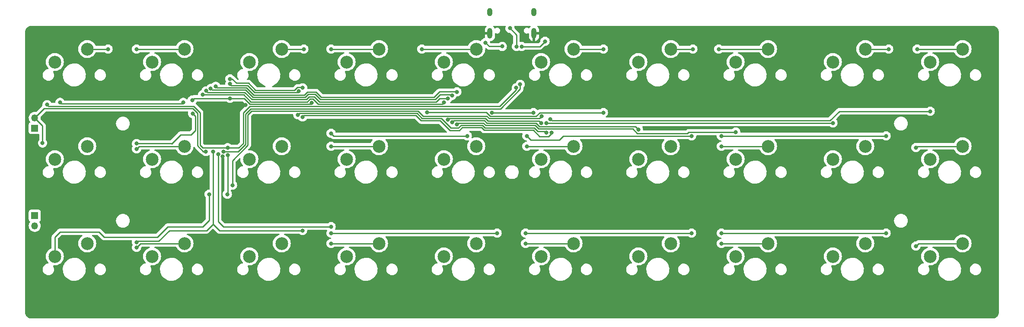
<source format=gbr>
%TF.GenerationSoftware,KiCad,Pcbnew,7.0.10*%
%TF.CreationDate,2024-02-28T00:26:24+11:00*%
%TF.ProjectId,wahoo30,7761686f-6f33-4302-9e6b-696361645f70,rev?*%
%TF.SameCoordinates,Original*%
%TF.FileFunction,Copper,L1,Top*%
%TF.FilePolarity,Positive*%
%FSLAX46Y46*%
G04 Gerber Fmt 4.6, Leading zero omitted, Abs format (unit mm)*
G04 Created by KiCad (PCBNEW 7.0.10) date 2024-02-28 00:26:24*
%MOMM*%
%LPD*%
G01*
G04 APERTURE LIST*
%TA.AperFunction,ComponentPad*%
%ADD10C,2.500000*%
%TD*%
%TA.AperFunction,ComponentPad*%
%ADD11R,1.350000X1.350000*%
%TD*%
%TA.AperFunction,ComponentPad*%
%ADD12O,1.350000X1.350000*%
%TD*%
%TA.AperFunction,ComponentPad*%
%ADD13O,1.000000X1.600000*%
%TD*%
%TA.AperFunction,ComponentPad*%
%ADD14O,1.000000X2.100000*%
%TD*%
%TA.AperFunction,ViaPad*%
%ADD15C,0.800000*%
%TD*%
%TA.AperFunction,Conductor*%
%ADD16C,0.250000*%
%TD*%
G04 APERTURE END LIST*
D10*
%TO.P,SW22,1,1*%
%TO.N,/R6*%
X147828000Y-55372000D03*
%TO.P,SW22,2,2*%
%TO.N,Net-(D20-A)*%
X154178000Y-52832000D03*
%TD*%
%TO.P,SW20,1,1*%
%TO.N,/R5*%
X128778000Y-74422000D03*
%TO.P,SW20,2,2*%
%TO.N,Net-(D18-A)*%
X135128000Y-71882000D03*
%TD*%
%TO.P,SW16,1,1*%
%TO.N,/R4*%
X109728000Y-55372000D03*
%TO.P,SW16,2,2*%
%TO.N,Net-(D14-A)*%
X116078000Y-52832000D03*
%TD*%
%TO.P,SW14,1,1*%
%TO.N,/R3*%
X90678000Y-74422000D03*
%TO.P,SW14,2,2*%
%TO.N,Net-(D12-A)*%
X97028000Y-71882000D03*
%TD*%
%TO.P,SW21,1,1*%
%TO.N,/R6*%
X147828000Y-36322000D03*
%TO.P,SW21,2,2*%
%TO.N,Net-(D19-A)*%
X154178000Y-33782000D03*
%TD*%
%TO.P,SW31,1,1*%
%TO.N,/R9*%
X204978000Y-55372000D03*
%TO.P,SW31,2,2*%
%TO.N,Net-(D29-A)*%
X211328000Y-52832000D03*
%TD*%
%TO.P,SW3,1,1*%
%TO.N,/R0*%
X33528000Y-36322000D03*
%TO.P,SW3,2,2*%
%TO.N,Net-(D1-A)*%
X39878000Y-33782000D03*
%TD*%
%TO.P,SW4,1,1*%
%TO.N,/R0*%
X33528000Y-55372000D03*
%TO.P,SW4,2,2*%
%TO.N,Net-(D2-A)*%
X39878000Y-52832000D03*
%TD*%
%TO.P,SW10,1,1*%
%TO.N,/R2*%
X71628000Y-55372000D03*
%TO.P,SW10,2,2*%
%TO.N,Net-(D8-A)*%
X77978000Y-52832000D03*
%TD*%
%TO.P,SW30,1,1*%
%TO.N,/R9*%
X204978000Y-36322000D03*
%TO.P,SW30,2,2*%
%TO.N,Net-(D28-A)*%
X211328000Y-33782000D03*
%TD*%
%TO.P,SW7,1,1*%
%TO.N,/R1*%
X52578000Y-55372000D03*
%TO.P,SW7,2,2*%
%TO.N,Net-(D5-A)*%
X58928000Y-52832000D03*
%TD*%
%TO.P,SW6,1,1*%
%TO.N,/R1*%
X52578000Y-36322000D03*
%TO.P,SW6,2,2*%
%TO.N,Net-(D4-A)*%
X58928000Y-33782000D03*
%TD*%
%TO.P,SW5,1,1*%
%TO.N,/R0*%
X33528000Y-74422000D03*
%TO.P,SW5,2,2*%
%TO.N,Net-(D3-A)*%
X39878000Y-71882000D03*
%TD*%
D11*
%TO.P,SW1,1,A*%
%TO.N,/RST*%
X29591000Y-66437000D03*
D12*
%TO.P,SW1,2,B*%
%TO.N,+3V3*%
X29591000Y-68437000D03*
%TD*%
D10*
%TO.P,SW17,1,1*%
%TO.N,/R4*%
X109728000Y-74422000D03*
%TO.P,SW17,2,2*%
%TO.N,Net-(D15-A)*%
X116078000Y-71882000D03*
%TD*%
%TO.P,SW8,1,1*%
%TO.N,/R1*%
X52578000Y-74422000D03*
%TO.P,SW8,2,2*%
%TO.N,Net-(D6-A)*%
X58928000Y-71882000D03*
%TD*%
%TO.P,SW19,1,1*%
%TO.N,/R5*%
X128778000Y-55372000D03*
%TO.P,SW19,2,2*%
%TO.N,Net-(D17-A)*%
X135128000Y-52832000D03*
%TD*%
D11*
%TO.P,SW2,1,A*%
%TO.N,Net-(SW2-A)*%
X29591000Y-49276000D03*
D12*
%TO.P,SW2,2,B*%
%TO.N,+3V3*%
X29591000Y-47276000D03*
%TD*%
D10*
%TO.P,SW27,1,1*%
%TO.N,/R8*%
X185928000Y-36322000D03*
%TO.P,SW27,2,2*%
%TO.N,Net-(D25-A)*%
X192278000Y-33782000D03*
%TD*%
%TO.P,SW32,1,1*%
%TO.N,/R9*%
X204978000Y-74422000D03*
%TO.P,SW32,2,2*%
%TO.N,Net-(D30-A)*%
X211328000Y-71882000D03*
%TD*%
%TO.P,SW28,1,1*%
%TO.N,/R8*%
X185928000Y-55372000D03*
%TO.P,SW28,2,2*%
%TO.N,Net-(D26-A)*%
X192278000Y-52832000D03*
%TD*%
%TO.P,SW9,1,1*%
%TO.N,/R2*%
X71628000Y-36322000D03*
%TO.P,SW9,2,2*%
%TO.N,Net-(D7-A)*%
X77978000Y-33782000D03*
%TD*%
%TO.P,SW18,1,1*%
%TO.N,/R5*%
X128778000Y-36322000D03*
%TO.P,SW18,2,2*%
%TO.N,Net-(D16-A)*%
X135128000Y-33782000D03*
%TD*%
%TO.P,SW13,1,1*%
%TO.N,/R3*%
X90678000Y-55372000D03*
%TO.P,SW13,2,2*%
%TO.N,Net-(D11-A)*%
X97028000Y-52832000D03*
%TD*%
%TO.P,SW29,1,1*%
%TO.N,/R8*%
X185928000Y-74422000D03*
%TO.P,SW29,2,2*%
%TO.N,Net-(D27-A)*%
X192278000Y-71882000D03*
%TD*%
%TO.P,SW11,1,1*%
%TO.N,/R2*%
X71628000Y-74422000D03*
%TO.P,SW11,2,2*%
%TO.N,Net-(D9-A)*%
X77978000Y-71882000D03*
%TD*%
%TO.P,SW15,1,1*%
%TO.N,/R4*%
X109728000Y-36322000D03*
%TO.P,SW15,2,2*%
%TO.N,Net-(D13-A)*%
X116078000Y-33782000D03*
%TD*%
%TO.P,SW25,1,1*%
%TO.N,/R7*%
X166878000Y-55372000D03*
%TO.P,SW25,2,2*%
%TO.N,Net-(D23-A)*%
X173228000Y-52832000D03*
%TD*%
%TO.P,SW26,1,1*%
%TO.N,/R7*%
X166878000Y-74422000D03*
%TO.P,SW26,2,2*%
%TO.N,Net-(D24-A)*%
X173228000Y-71882000D03*
%TD*%
%TO.P,SW23,1,1*%
%TO.N,/R6*%
X147828000Y-74422000D03*
%TO.P,SW23,2,2*%
%TO.N,Net-(D21-A)*%
X154178000Y-71882000D03*
%TD*%
%TO.P,SW12,1,1*%
%TO.N,/R3*%
X90678000Y-36322000D03*
%TO.P,SW12,2,2*%
%TO.N,Net-(D10-A)*%
X97028000Y-33782000D03*
%TD*%
%TO.P,SW24,1,1*%
%TO.N,/R7*%
X166878000Y-36322000D03*
%TO.P,SW24,2,2*%
%TO.N,Net-(D22-A)*%
X173228000Y-33782000D03*
%TD*%
D13*
%TO.P,J3,S1,SHIELD*%
%TO.N,GND*%
X118743000Y-26509000D03*
D14*
X118743000Y-30689000D03*
D13*
X127383000Y-26509000D03*
D14*
X127383000Y-30689000D03*
%TD*%
D15*
%TO.N,/RST*%
X58674000Y-44233000D03*
%TO.N,GND*%
X66400108Y-54852380D03*
%TO.N,+5V*%
X128909653Y-46953000D03*
X68326000Y-60452000D03*
%TO.N,GND*%
X70903000Y-44766802D03*
X125730000Y-37084000D03*
%TO.N,/RST*%
X34544000Y-44233000D03*
%TO.N,+3V3*%
X63118000Y-53848000D03*
X31110347Y-52192347D03*
%TO.N,/C0*%
X140970000Y-46228000D03*
X106426000Y-46191000D03*
%TO.N,Net-(D1-A)*%
X43942000Y-33782000D03*
%TO.N,/C1*%
X87630000Y-50292000D03*
X158242000Y-50800000D03*
X83820000Y-44291000D03*
X114300000Y-50800000D03*
X67818000Y-43434000D03*
X125984000Y-50800000D03*
X60515657Y-46429359D03*
X49525347Y-52319347D03*
X196342000Y-50800000D03*
X60452000Y-43783000D03*
X164084000Y-50800000D03*
%TO.N,/C2*%
X158242000Y-69850000D03*
X82042000Y-69342000D03*
X125730000Y-69850000D03*
X64568000Y-53848000D03*
X120142000Y-69850000D03*
X164084000Y-69850000D03*
X87630000Y-69850000D03*
X49517348Y-71631345D03*
X196342000Y-69850000D03*
%TO.N,Net-(D4-A)*%
X49530000Y-33782000D03*
%TO.N,Net-(D5-A)*%
X49530000Y-53340000D03*
%TO.N,Net-(D6-A)*%
X49530000Y-72644000D03*
%TO.N,Net-(D7-A)*%
X82296000Y-33782000D03*
%TO.N,Net-(D10-A)*%
X87630000Y-33782000D03*
%TO.N,Net-(D11-A)*%
X87630000Y-52832000D03*
%TO.N,Net-(D12-A)*%
X87630000Y-71882000D03*
%TO.N,Net-(D13-A)*%
X105410000Y-33782000D03*
%TO.N,Net-(D16-A)*%
X140970000Y-33782000D03*
%TO.N,Net-(D17-A)*%
X125984000Y-52832000D03*
%TO.N,Net-(D18-A)*%
X125730000Y-71882000D03*
%TO.N,Net-(D19-A)*%
X158496000Y-33782000D03*
%TO.N,Net-(D22-A)*%
X163576000Y-33782000D03*
%TO.N,Net-(D23-A)*%
X164084000Y-52832000D03*
%TO.N,Net-(D24-A)*%
X164084000Y-71882000D03*
%TO.N,Net-(D25-A)*%
X196850000Y-33782000D03*
%TO.N,Net-(D28-A)*%
X202438000Y-33782000D03*
%TO.N,Net-(D29-A)*%
X202184000Y-53086000D03*
%TO.N,Net-(D30-A)*%
X202184000Y-72390000D03*
%TO.N,/R7*%
X65044274Y-41084000D03*
X112268000Y-42164000D03*
X112272244Y-48542885D03*
X166878000Y-50038000D03*
%TO.N,/R4*%
X109728000Y-44196000D03*
X62484000Y-42709000D03*
%TO.N,Net-(J3-CC1)*%
X121153347Y-33269347D03*
X117856000Y-32512000D03*
%TO.N,/DOWNLOAD*%
X123919153Y-41359847D03*
X32004000Y-44683000D03*
X67380052Y-53123000D03*
%TO.N,/DM*%
X123952000Y-33274000D03*
X122677347Y-29713347D03*
%TO.N,Net-(J3-CC2)*%
X124968000Y-33274000D03*
X129540000Y-32258000D03*
%TO.N,Net-(D31-A)*%
X127254000Y-46228000D03*
X119126000Y-46228000D03*
%TO.N,/R0*%
X63754000Y-62230000D03*
X67310000Y-62230000D03*
X67380052Y-54573000D03*
%TO.N,/R3*%
X65532000Y-54356000D03*
X87630000Y-68580000D03*
%TO.N,/R5*%
X110490000Y-43434000D03*
X128778000Y-48260000D03*
X63165842Y-41977497D03*
X110490000Y-47641000D03*
%TO.N,/R8*%
X67818000Y-40634000D03*
X129794000Y-50160000D03*
X81135542Y-46668700D03*
X185928000Y-48260000D03*
X129802142Y-48260000D03*
X81317000Y-42041000D03*
%TO.N,/R9*%
X204978000Y-45974000D03*
X130556000Y-47498000D03*
X82042000Y-47091000D03*
X130810000Y-50160000D03*
X82067202Y-41379787D03*
X67818000Y-39633997D03*
%TO.N,/UDM*%
X124676842Y-40707227D03*
X66548000Y-53848000D03*
%TO.N,/R6*%
X64060157Y-41530054D03*
X111358287Y-48137068D03*
X147828000Y-49530000D03*
X111322052Y-42879299D03*
%TD*%
D16*
%TO.N,/RST*%
X34819000Y-44508000D02*
X58420000Y-44508000D01*
X58674000Y-44233000D02*
X58674000Y-44254000D01*
X58674000Y-44254000D02*
X58420000Y-44508000D01*
%TO.N,Net-(D17-A)*%
X135128000Y-52832000D02*
X125984000Y-52832000D01*
%TO.N,GND*%
X66400108Y-54573000D02*
X66247695Y-54573000D01*
X66400108Y-54852380D02*
X66400108Y-54573000D01*
%TO.N,+5V*%
X128459653Y-47403000D02*
X118639299Y-47403000D01*
X71316000Y-52638792D02*
X68326000Y-55628792D01*
X105648000Y-46916000D02*
X104648000Y-45916000D01*
X71316000Y-46668396D02*
X71316000Y-52638792D01*
X118152299Y-46916000D02*
X105648000Y-46916000D01*
X68326000Y-55628792D02*
X68326000Y-60452000D01*
X118639299Y-47403000D02*
X118152299Y-46916000D01*
X72068396Y-45916000D02*
X71316000Y-46668396D01*
X128909653Y-46953000D02*
X128459653Y-47403000D01*
X104648000Y-45916000D02*
X72068396Y-45916000D01*
%TO.N,/RST*%
X34544000Y-44233000D02*
X34819000Y-44508000D01*
%TO.N,+3V3*%
X60519604Y-45408000D02*
X61468000Y-46356396D01*
X62609604Y-53848000D02*
X63118000Y-53848000D01*
X61468000Y-46356396D02*
X61468000Y-52706396D01*
X61468000Y-52706396D02*
X62609604Y-53848000D01*
X29591000Y-47276000D02*
X31459000Y-45408000D01*
X31110347Y-48795347D02*
X29591000Y-47276000D01*
X31110347Y-52192347D02*
X31110347Y-48795347D01*
X31459000Y-45408000D02*
X60519604Y-45408000D01*
%TO.N,/C0*%
X118740348Y-46867653D02*
X118825695Y-46953000D01*
X128524000Y-46228000D02*
X132069767Y-46228000D01*
X127799000Y-46953000D02*
X128524000Y-46228000D01*
X132069767Y-46228000D02*
X140970000Y-46228000D01*
X118825695Y-46953000D02*
X127799000Y-46953000D01*
X118063695Y-46191000D02*
X118740348Y-46867653D01*
X106426000Y-46191000D02*
X118063695Y-46191000D01*
%TO.N,Net-(D1-A)*%
X39878000Y-33782000D02*
X43942000Y-33782000D01*
%TO.N,/C1*%
X60801000Y-43434000D02*
X67818000Y-43434000D01*
X132334000Y-51562000D02*
X133096000Y-50800000D01*
X60452000Y-43783000D02*
X60801000Y-43434000D01*
X58166000Y-50546000D02*
X58420000Y-50546000D01*
X164084000Y-50800000D02*
X196342000Y-50800000D01*
X70612000Y-43434000D02*
X67818000Y-43434000D01*
X60198000Y-50546000D02*
X61018000Y-49726000D01*
X83545000Y-44566000D02*
X71744000Y-44566000D01*
X61018000Y-49726000D02*
X61018000Y-49276000D01*
X71744000Y-44566000D02*
X70612000Y-43434000D01*
X88138000Y-50800000D02*
X87630000Y-50292000D01*
X125984000Y-50800000D02*
X126746000Y-51562000D01*
X133096000Y-50800000D02*
X158242000Y-50800000D01*
X49525347Y-52319347D02*
X56383347Y-52319347D01*
X61018000Y-46931702D02*
X60515657Y-46429359D01*
X126746000Y-51562000D02*
X132334000Y-51562000D01*
X56383347Y-52319347D02*
X56388000Y-52324000D01*
X83820000Y-44291000D02*
X83545000Y-44566000D01*
X58420000Y-50546000D02*
X60198000Y-50546000D01*
X114300000Y-50800000D02*
X88138000Y-50800000D01*
X61018000Y-49276000D02*
X61018000Y-46931702D01*
X56388000Y-52324000D02*
X58166000Y-50546000D01*
%TO.N,/C2*%
X53848000Y-71432000D02*
X55938000Y-69342000D01*
X64516000Y-68072000D02*
X64516000Y-53900000D01*
X87630000Y-69850000D02*
X120142000Y-69850000D01*
X125730000Y-69850000D02*
X158242000Y-69850000D01*
X64516000Y-53900000D02*
X64568000Y-53848000D01*
X58166000Y-69342000D02*
X63246000Y-69342000D01*
X55938000Y-69342000D02*
X58166000Y-69342000D01*
X164084000Y-69850000D02*
X196342000Y-69850000D01*
X64516000Y-68072000D02*
X65786000Y-69342000D01*
X49716693Y-71432000D02*
X53848000Y-71432000D01*
X65786000Y-69342000D02*
X82042000Y-69342000D01*
X64516000Y-68072000D02*
X63246000Y-69342000D01*
X49517348Y-71631345D02*
X49716693Y-71432000D01*
%TO.N,Net-(D4-A)*%
X58928000Y-33782000D02*
X49530000Y-33782000D01*
%TO.N,Net-(D5-A)*%
X50038000Y-52832000D02*
X49530000Y-53340000D01*
X58928000Y-52832000D02*
X50038000Y-52832000D01*
%TO.N,Net-(D6-A)*%
X58928000Y-71882000D02*
X50292000Y-71882000D01*
X49530000Y-72644000D02*
X50292000Y-71882000D01*
%TO.N,Net-(D7-A)*%
X77978000Y-33782000D02*
X82296000Y-33782000D01*
%TO.N,Net-(D10-A)*%
X97028000Y-33782000D02*
X87630000Y-33782000D01*
%TO.N,Net-(D11-A)*%
X97028000Y-52832000D02*
X87630000Y-52832000D01*
%TO.N,Net-(D12-A)*%
X97028000Y-71882000D02*
X87630000Y-71882000D01*
%TO.N,Net-(D13-A)*%
X116078000Y-33782000D02*
X105410000Y-33782000D01*
%TO.N,Net-(D16-A)*%
X135128000Y-33782000D02*
X140970000Y-33782000D01*
%TO.N,Net-(D18-A)*%
X135128000Y-71882000D02*
X125730000Y-71882000D01*
%TO.N,Net-(D19-A)*%
X154178000Y-33782000D02*
X158496000Y-33782000D01*
%TO.N,Net-(D22-A)*%
X173228000Y-33782000D02*
X163576000Y-33782000D01*
%TO.N,Net-(D23-A)*%
X173228000Y-52832000D02*
X164084000Y-52832000D01*
%TO.N,Net-(D24-A)*%
X173228000Y-71882000D02*
X164084000Y-71882000D01*
%TO.N,Net-(D25-A)*%
X192278000Y-33782000D02*
X196850000Y-33782000D01*
%TO.N,Net-(D28-A)*%
X211328000Y-33782000D02*
X202438000Y-33782000D01*
%TO.N,Net-(D29-A)*%
X211328000Y-52832000D02*
X202438000Y-52832000D01*
X202438000Y-52832000D02*
X202184000Y-53086000D01*
%TO.N,Net-(D30-A)*%
X211328000Y-71882000D02*
X202692000Y-71882000D01*
X202692000Y-71882000D02*
X202184000Y-72390000D01*
%TO.N,/R7*%
X84716792Y-42216000D02*
X85716792Y-43216000D01*
X146707696Y-49435000D02*
X147622695Y-50350000D01*
X82960507Y-42216000D02*
X84716792Y-42216000D01*
X72489584Y-42766000D02*
X82410507Y-42766000D01*
X112258299Y-42154299D02*
X112268000Y-42164000D01*
X107831208Y-43216000D02*
X108892909Y-42154299D01*
X71082584Y-41359000D02*
X72489584Y-42766000D01*
X85716792Y-43216000D02*
X107831208Y-43216000D01*
X147622695Y-50350000D02*
X157422000Y-50350000D01*
X157697000Y-50075000D02*
X166841000Y-50075000D01*
X82410507Y-42766000D02*
X82960507Y-42216000D01*
X65044274Y-41084000D02*
X65319274Y-41359000D01*
X128291299Y-49435000D02*
X146707696Y-49435000D01*
X157422000Y-50350000D02*
X157697000Y-50075000D01*
X127609299Y-48753000D02*
X128291299Y-49435000D01*
X108892909Y-42154299D02*
X112258299Y-42154299D01*
X112549129Y-48266000D02*
X117483208Y-48266000D01*
X166841000Y-50075000D02*
X166878000Y-50038000D01*
X117483208Y-48266000D02*
X117970208Y-48753000D01*
X65319274Y-41359000D02*
X71082584Y-41359000D01*
X112272244Y-48542885D02*
X112549129Y-48266000D01*
X117970208Y-48753000D02*
X127609299Y-48753000D01*
%TO.N,/R4*%
X84120305Y-43566000D02*
X85120305Y-44566000D01*
X70523396Y-42709000D02*
X71930396Y-44116000D01*
X83519695Y-43566000D02*
X84120305Y-43566000D01*
X71930396Y-44116000D02*
X82969695Y-44116000D01*
X109358000Y-44566000D02*
X109728000Y-44196000D01*
X62484000Y-42709000D02*
X70523396Y-42709000D01*
X85120305Y-44566000D02*
X109358000Y-44566000D01*
X82969695Y-44116000D02*
X83519695Y-43566000D01*
%TO.N,Net-(J3-CC1)*%
X118613347Y-33269347D02*
X117856000Y-32512000D01*
X121153347Y-33269347D02*
X118613347Y-33269347D01*
%TO.N,/DOWNLOAD*%
X82550000Y-45016000D02*
X71695604Y-45016000D01*
X70416000Y-49276000D02*
X70416000Y-52266000D01*
X120651909Y-45016000D02*
X117094000Y-45016000D01*
X71432000Y-45279604D02*
X70416000Y-46295604D01*
X61976000Y-46228000D02*
X61976000Y-52578000D01*
X70416000Y-46295604D02*
X70416000Y-49276000D01*
X117094000Y-45016000D02*
X82550000Y-45016000D01*
X61976000Y-52578000D02*
X62521000Y-53123000D01*
X60706000Y-44958000D02*
X61976000Y-46228000D01*
X123919153Y-41359847D02*
X123919153Y-41748756D01*
X32004000Y-44683000D02*
X32279000Y-44958000D01*
X70416000Y-52266000D02*
X69559000Y-53123000D01*
X123919153Y-41748756D02*
X120651909Y-45016000D01*
X62521000Y-53123000D02*
X67380052Y-53123000D01*
X69559000Y-53123000D02*
X67380052Y-53123000D01*
X71695604Y-45016000D02*
X71432000Y-45279604D01*
X32279000Y-44958000D02*
X60706000Y-44958000D01*
%TO.N,/DM*%
X123952000Y-33274000D02*
X123952000Y-30988000D01*
X122677347Y-29713347D02*
X123952000Y-30988000D01*
%TO.N,Net-(J3-CC2)*%
X128524000Y-33274000D02*
X129540000Y-32258000D01*
X124968000Y-33274000D02*
X128524000Y-33274000D01*
%TO.N,Net-(D31-A)*%
X119126000Y-46228000D02*
X127254000Y-46228000D01*
%TO.N,/R0*%
X33528000Y-70612000D02*
X33528000Y-74422000D01*
X63754000Y-67310000D02*
X62484000Y-68580000D01*
X62484000Y-68580000D02*
X55626000Y-68580000D01*
X42164000Y-69596000D02*
X34544000Y-69596000D01*
X43180000Y-70612000D02*
X42164000Y-69596000D01*
X67380052Y-60127948D02*
X67380052Y-62159948D01*
X55626000Y-68580000D02*
X53594000Y-70612000D01*
X34544000Y-69596000D02*
X33528000Y-70612000D01*
X63754000Y-62230000D02*
X63754000Y-67310000D01*
X67380052Y-62159948D02*
X67310000Y-62230000D01*
X67380052Y-54573000D02*
X67380052Y-60127948D01*
X53594000Y-70612000D02*
X43180000Y-70612000D01*
%TO.N,/R3*%
X65532000Y-54356000D02*
X65532000Y-67564000D01*
X87630000Y-68580000D02*
X66548000Y-68580000D01*
X66548000Y-68580000D02*
X65532000Y-67564000D01*
%TO.N,/R5*%
X83333299Y-43116000D02*
X84344000Y-43116000D01*
X108886000Y-43434000D02*
X110490000Y-43434000D01*
X63447345Y-42259000D02*
X70709792Y-42259000D01*
X84344000Y-43116000D02*
X85344000Y-44116000D01*
X128371000Y-47853000D02*
X128778000Y-48260000D01*
X70709792Y-42259000D02*
X72116792Y-43666000D01*
X108204000Y-44116000D02*
X108886000Y-43434000D01*
X82783299Y-43666000D02*
X83333299Y-43116000D01*
X117856000Y-47366000D02*
X118343000Y-47853000D01*
X118343000Y-47853000D02*
X128371000Y-47853000D01*
X63165842Y-41977497D02*
X63447345Y-42259000D01*
X110490000Y-47641000D02*
X110765000Y-47366000D01*
X72116792Y-43666000D02*
X82783299Y-43666000D01*
X110765000Y-47366000D02*
X117856000Y-47366000D01*
X85344000Y-44116000D02*
X108204000Y-44116000D01*
%TO.N,/R8*%
X72329990Y-41970010D02*
X72675980Y-42316000D01*
X117783812Y-49203000D02*
X117296812Y-48716000D01*
X80772000Y-42316000D02*
X81042000Y-42316000D01*
X128104903Y-49885000D02*
X127422903Y-49203000D01*
X112572549Y-49267885D02*
X111091580Y-49267885D01*
X68087000Y-40909000D02*
X68326000Y-40909000D01*
X81438242Y-46366000D02*
X82042000Y-46366000D01*
X68326000Y-40909000D02*
X71268980Y-40909000D01*
X109189695Y-47366000D02*
X105461604Y-47366000D01*
X105461604Y-47366000D02*
X104461604Y-46366000D01*
X67818000Y-40640000D02*
X68087000Y-40909000D01*
X71268980Y-40909000D02*
X72329990Y-41970010D01*
X81042000Y-42316000D02*
X81317000Y-42041000D01*
X111091580Y-49267885D02*
X109189695Y-47366000D01*
X72675980Y-42316000D02*
X80772000Y-42316000D01*
X117296812Y-48716000D02*
X113124434Y-48716000D01*
X129794000Y-50160000D02*
X129519000Y-49885000D01*
X67818000Y-40634000D02*
X67818000Y-40640000D01*
X129519000Y-49885000D02*
X128104903Y-49885000D01*
X113124434Y-48716000D02*
X112572549Y-49267885D01*
X81135542Y-46668700D02*
X81438242Y-46366000D01*
X127422903Y-49203000D02*
X117783812Y-49203000D01*
X129802142Y-48260000D02*
X185928000Y-48260000D01*
X184912000Y-48260000D02*
X129802142Y-48260000D01*
X104461604Y-46366000D02*
X82042000Y-46366000D01*
%TO.N,/R9*%
X130868000Y-47810000D02*
X130556000Y-47498000D01*
X110905184Y-49717885D02*
X112758945Y-49717885D01*
X130810000Y-50292000D02*
X130810000Y-50160000D01*
X117597416Y-49653000D02*
X127236507Y-49653000D01*
X113310830Y-49166000D02*
X117110416Y-49166000D01*
X127236507Y-49653000D02*
X128468507Y-50885000D01*
X72862376Y-41866000D02*
X71455376Y-40459000D01*
X82003415Y-41316000D02*
X81016695Y-41316000D01*
X82067202Y-41379787D02*
X82003415Y-41316000D01*
X82042000Y-47091000D02*
X82317000Y-46816000D01*
X71455376Y-40459000D02*
X69088000Y-40459000D01*
X105275208Y-47816000D02*
X109003299Y-47816000D01*
X185352695Y-47810000D02*
X183388000Y-47810000D01*
X128468507Y-50885000D02*
X130217000Y-50885000D01*
X117110416Y-49166000D02*
X117597416Y-49653000D01*
X130217000Y-50885000D02*
X130810000Y-50292000D01*
X82317000Y-46816000D02*
X104275208Y-46816000D01*
X104275208Y-46816000D02*
X105275208Y-47816000D01*
X131572000Y-47810000D02*
X130868000Y-47810000D01*
X68262997Y-39633997D02*
X69088000Y-40459000D01*
X81016695Y-41316000D02*
X80466695Y-41866000D01*
X80466695Y-41866000D02*
X72862376Y-41866000D01*
X204978000Y-45974000D02*
X187188695Y-45974000D01*
X131768000Y-47810000D02*
X131572000Y-47810000D01*
X183388000Y-47810000D02*
X131768000Y-47810000D01*
X187188695Y-45974000D02*
X185352695Y-47810000D01*
X67818000Y-39633997D02*
X68262997Y-39633997D01*
X112758945Y-49717885D02*
X113310830Y-49166000D01*
X109003299Y-47816000D02*
X110905184Y-49717885D01*
%TO.N,/UDM*%
X70866000Y-52452396D02*
X69470396Y-53848000D01*
X70866000Y-46482000D02*
X70866000Y-52324000D01*
X124676842Y-41627463D02*
X120838305Y-45466000D01*
X69470396Y-53848000D02*
X66548000Y-53848000D01*
X120838305Y-45466000D02*
X117094000Y-45466000D01*
X117094000Y-45466000D02*
X71882000Y-45466000D01*
X124676842Y-40707227D02*
X124676842Y-41627463D01*
X70866000Y-52324000D02*
X70866000Y-52452396D01*
X71882000Y-45466000D02*
X70866000Y-46482000D01*
%TO.N,/R6*%
X111358287Y-48137068D02*
X111679355Y-47816000D01*
X83146903Y-42666000D02*
X84530396Y-42666000D01*
X64339103Y-41809000D02*
X70896188Y-41809000D01*
X84530396Y-42666000D02*
X85530396Y-43666000D01*
X118156604Y-48303000D02*
X127795695Y-48303000D01*
X111151753Y-42709000D02*
X111322052Y-42879299D01*
X128477695Y-48985000D02*
X143002000Y-48985000D01*
X85530396Y-43666000D02*
X108017604Y-43666000D01*
X108017604Y-43666000D02*
X108974604Y-42709000D01*
X111679355Y-47816000D02*
X117669604Y-47816000D01*
X143002000Y-48985000D02*
X147283000Y-48985000D01*
X82596903Y-43216000D02*
X83146903Y-42666000D01*
X108974604Y-42709000D02*
X111151753Y-42709000D01*
X117669604Y-47816000D02*
X118156604Y-48303000D01*
X70896188Y-41809000D02*
X72303188Y-43216000D01*
X64060157Y-41530054D02*
X64339103Y-41809000D01*
X72303188Y-43216000D02*
X82596903Y-43216000D01*
X147283000Y-48985000D02*
X147828000Y-49530000D01*
X127795695Y-48303000D02*
X128477695Y-48985000D01*
%TD*%
%TA.AperFunction,Conductor*%
%TO.N,GND*%
G36*
X67181291Y-44079185D02*
G01*
X67206400Y-44100526D01*
X67212126Y-44106885D01*
X67212130Y-44106889D01*
X67365265Y-44218148D01*
X67365270Y-44218151D01*
X67538192Y-44295142D01*
X67538197Y-44295144D01*
X67723354Y-44334500D01*
X67723355Y-44334500D01*
X67912644Y-44334500D01*
X67912646Y-44334500D01*
X68097803Y-44295144D01*
X68270730Y-44218151D01*
X68423871Y-44106888D01*
X68426788Y-44103647D01*
X68429600Y-44100526D01*
X68489087Y-44063879D01*
X68521748Y-44059500D01*
X70301548Y-44059500D01*
X70368587Y-44079185D01*
X70389229Y-44095819D01*
X70972529Y-44679119D01*
X71006014Y-44740442D01*
X71001030Y-44810134D01*
X70972537Y-44854473D01*
X70961887Y-44865125D01*
X70961886Y-44865124D01*
X70961876Y-44865137D01*
X70032208Y-45794803D01*
X70019951Y-45804624D01*
X70020134Y-45804845D01*
X70014122Y-45809818D01*
X69968098Y-45858827D01*
X69965391Y-45861620D01*
X69945889Y-45881121D01*
X69945875Y-45881138D01*
X69943407Y-45884319D01*
X69935843Y-45893174D01*
X69905937Y-45925022D01*
X69905936Y-45925024D01*
X69896284Y-45942580D01*
X69885610Y-45958830D01*
X69873329Y-45974665D01*
X69873324Y-45974672D01*
X69855975Y-46014762D01*
X69850838Y-46025248D01*
X69829803Y-46063510D01*
X69824822Y-46082911D01*
X69818521Y-46101314D01*
X69810562Y-46119706D01*
X69810561Y-46119709D01*
X69803728Y-46162847D01*
X69801360Y-46174278D01*
X69790501Y-46216575D01*
X69790500Y-46216586D01*
X69790500Y-46236620D01*
X69788973Y-46256019D01*
X69785840Y-46275798D01*
X69785840Y-46275799D01*
X69789950Y-46319278D01*
X69790500Y-46330947D01*
X69790500Y-51955547D01*
X69770815Y-52022586D01*
X69754181Y-52043228D01*
X69336228Y-52461181D01*
X69274905Y-52494666D01*
X69248547Y-52497500D01*
X68083800Y-52497500D01*
X68016761Y-52477815D01*
X67991652Y-52456474D01*
X67985925Y-52450114D01*
X67985921Y-52450110D01*
X67832786Y-52338851D01*
X67832781Y-52338848D01*
X67659859Y-52261857D01*
X67659854Y-52261855D01*
X67514053Y-52230865D01*
X67474698Y-52222500D01*
X67285406Y-52222500D01*
X67252949Y-52229398D01*
X67100249Y-52261855D01*
X67100244Y-52261857D01*
X66927322Y-52338848D01*
X66927317Y-52338851D01*
X66774182Y-52450110D01*
X66774178Y-52450114D01*
X66768452Y-52456474D01*
X66708965Y-52493121D01*
X66676304Y-52497500D01*
X62831453Y-52497500D01*
X62764414Y-52477815D01*
X62743772Y-52461181D01*
X62637819Y-52355228D01*
X62604334Y-52293905D01*
X62601500Y-52267547D01*
X62601500Y-46310737D01*
X62603224Y-46295123D01*
X62602938Y-46295096D01*
X62603672Y-46287333D01*
X62601561Y-46220144D01*
X62601500Y-46216250D01*
X62601500Y-46188651D01*
X62601500Y-46188650D01*
X62600997Y-46184670D01*
X62600080Y-46173021D01*
X62599942Y-46168622D01*
X62598709Y-46129373D01*
X62593122Y-46110144D01*
X62589174Y-46091084D01*
X62586664Y-46071208D01*
X62570585Y-46030597D01*
X62566804Y-46019552D01*
X62554619Y-45977612D01*
X62544418Y-45960363D01*
X62535860Y-45942894D01*
X62528486Y-45924268D01*
X62528483Y-45924264D01*
X62528483Y-45924263D01*
X62502816Y-45888935D01*
X62496403Y-45879172D01*
X62474172Y-45841583D01*
X62474170Y-45841579D01*
X62474166Y-45841575D01*
X62474163Y-45841571D01*
X62460005Y-45827413D01*
X62447370Y-45812620D01*
X62435593Y-45796412D01*
X62401945Y-45768576D01*
X62393304Y-45760713D01*
X61206803Y-44574212D01*
X61196980Y-44561950D01*
X61196759Y-44562134D01*
X61191786Y-44556122D01*
X61158840Y-44525184D01*
X61123445Y-44464943D01*
X61126239Y-44395129D01*
X61151575Y-44351819D01*
X61168970Y-44332500D01*
X61184533Y-44315216D01*
X61279179Y-44151284D01*
X61281162Y-44145182D01*
X61320600Y-44087506D01*
X61384958Y-44060308D01*
X61399093Y-44059500D01*
X67114252Y-44059500D01*
X67181291Y-44079185D01*
G37*
%TD.AperFunction*%
%TA.AperFunction,Conductor*%
G36*
X118025470Y-29229685D02*
G01*
X118071225Y-29282489D01*
X118081169Y-29351647D01*
X118052144Y-29415203D01*
X118043863Y-29423874D01*
X117980331Y-29484265D01*
X117980330Y-29484266D01*
X117864143Y-29651195D01*
X117783940Y-29838092D01*
X117743000Y-30037309D01*
X117743000Y-30439000D01*
X118443000Y-30439000D01*
X118443000Y-30939000D01*
X117743000Y-30939000D01*
X117743000Y-31289713D01*
X117758418Y-31441337D01*
X117767844Y-31471379D01*
X117769130Y-31541237D01*
X117732444Y-31600700D01*
X117675312Y-31629788D01*
X117576196Y-31650856D01*
X117576192Y-31650857D01*
X117403270Y-31727848D01*
X117403265Y-31727851D01*
X117250129Y-31839111D01*
X117123466Y-31979785D01*
X117028821Y-32143715D01*
X117026175Y-32149659D01*
X117024417Y-32148876D01*
X116990156Y-32198957D01*
X116925790Y-32226139D01*
X116857885Y-32214664D01*
X116719325Y-32147938D01*
X116719327Y-32147938D01*
X116468623Y-32070606D01*
X116468619Y-32070605D01*
X116468615Y-32070604D01*
X116343823Y-32051794D01*
X116209187Y-32031500D01*
X116209182Y-32031500D01*
X115946818Y-32031500D01*
X115946812Y-32031500D01*
X115785247Y-32055853D01*
X115687385Y-32070604D01*
X115687382Y-32070605D01*
X115687376Y-32070606D01*
X115436673Y-32147938D01*
X115200303Y-32261767D01*
X115200302Y-32261768D01*
X114983520Y-32409567D01*
X114791198Y-32588014D01*
X114627614Y-32793143D01*
X114496434Y-33020352D01*
X114496432Y-33020356D01*
X114496432Y-33020357D01*
X114473885Y-33077803D01*
X114431072Y-33133015D01*
X114365202Y-33156317D01*
X114358459Y-33156500D01*
X106113748Y-33156500D01*
X106046709Y-33136815D01*
X106021600Y-33115474D01*
X106015873Y-33109114D01*
X106015869Y-33109110D01*
X105862734Y-32997851D01*
X105862729Y-32997848D01*
X105689807Y-32920857D01*
X105689802Y-32920855D01*
X105544001Y-32889865D01*
X105504646Y-32881500D01*
X105315354Y-32881500D01*
X105282897Y-32888398D01*
X105130197Y-32920855D01*
X105130192Y-32920857D01*
X104957270Y-32997848D01*
X104957265Y-32997851D01*
X104804129Y-33109111D01*
X104677466Y-33249785D01*
X104582821Y-33413715D01*
X104582818Y-33413722D01*
X104524327Y-33593740D01*
X104524326Y-33593744D01*
X104504540Y-33782000D01*
X104524326Y-33970256D01*
X104524327Y-33970259D01*
X104582818Y-34150277D01*
X104582821Y-34150284D01*
X104677467Y-34314216D01*
X104778372Y-34426282D01*
X104804129Y-34454888D01*
X104957265Y-34566148D01*
X104957270Y-34566151D01*
X105130192Y-34643142D01*
X105130197Y-34643144D01*
X105315354Y-34682500D01*
X105315355Y-34682500D01*
X105504644Y-34682500D01*
X105504646Y-34682500D01*
X105689803Y-34643144D01*
X105862730Y-34566151D01*
X106015871Y-34454888D01*
X106018788Y-34451647D01*
X106021600Y-34448526D01*
X106081087Y-34411879D01*
X106113748Y-34407500D01*
X109173146Y-34407500D01*
X109240185Y-34427185D01*
X109285940Y-34479989D01*
X109295884Y-34549147D01*
X109266859Y-34612703D01*
X109209696Y-34649990D01*
X109146187Y-34669580D01*
X109086673Y-34687938D01*
X108850303Y-34801767D01*
X108850302Y-34801768D01*
X108633520Y-34949567D01*
X108441198Y-35128014D01*
X108277614Y-35333143D01*
X108146432Y-35560356D01*
X108050582Y-35804578D01*
X108050576Y-35804597D01*
X107992197Y-36060374D01*
X107992196Y-36060379D01*
X107972592Y-36321995D01*
X107972592Y-36322004D01*
X107992196Y-36583620D01*
X107992197Y-36583625D01*
X108050576Y-36839402D01*
X108050578Y-36839411D01*
X108050580Y-36839416D01*
X108146432Y-37083643D01*
X108277614Y-37310857D01*
X108441195Y-37515981D01*
X108441197Y-37515983D01*
X108441198Y-37515984D01*
X108450569Y-37524679D01*
X108486324Y-37584707D01*
X108483950Y-37654536D01*
X108444200Y-37711997D01*
X108379695Y-37738846D01*
X108378016Y-37739017D01*
X108244039Y-37751810D01*
X108244030Y-37751811D01*
X108244029Y-37751812D01*
X108244027Y-37751812D01*
X108244025Y-37751813D01*
X108037793Y-37812368D01*
X107846736Y-37910864D01*
X107677785Y-38043729D01*
X107677782Y-38043733D01*
X107537021Y-38206178D01*
X107429553Y-38392319D01*
X107359251Y-38595442D01*
X107359250Y-38595444D01*
X107328661Y-38808200D01*
X107328660Y-38808202D01*
X107338887Y-39022901D01*
X107389563Y-39231791D01*
X107389565Y-39231795D01*
X107405054Y-39265712D01*
X107478854Y-39427310D01*
X107603534Y-39602399D01*
X107603535Y-39602400D01*
X107603540Y-39602406D01*
X107759094Y-39750725D01*
X107759096Y-39750726D01*
X107759097Y-39750727D01*
X107939920Y-39866935D01*
X108139468Y-39946822D01*
X108244998Y-39967161D01*
X108350527Y-39987500D01*
X108350528Y-39987500D01*
X108511612Y-39987500D01*
X108511618Y-39987500D01*
X108671971Y-39972188D01*
X108878209Y-39911631D01*
X109069259Y-39813138D01*
X109238217Y-39680268D01*
X109238218Y-39680265D01*
X109238221Y-39680264D01*
X109305691Y-39602399D01*
X109378976Y-39517824D01*
X109420596Y-39445737D01*
X109486446Y-39331680D01*
X109486448Y-39331677D01*
X109556750Y-39128554D01*
X109584237Y-38937373D01*
X111283723Y-38937373D01*
X111313881Y-39237160D01*
X111313882Y-39237162D01*
X111383728Y-39530252D01*
X111383733Y-39530266D01*
X111492020Y-39811427D01*
X111492024Y-39811436D01*
X111636825Y-40075665D01*
X111636829Y-40075671D01*
X111776858Y-40265719D01*
X111815554Y-40318238D01*
X111835584Y-40338949D01*
X112025019Y-40534823D01*
X112261478Y-40721553D01*
X112261480Y-40721554D01*
X112261485Y-40721558D01*
X112520730Y-40875109D01*
X112798128Y-40992736D01*
X113088729Y-41072340D01*
X113387347Y-41112500D01*
X113387351Y-41112500D01*
X113613252Y-41112500D01*
X113777164Y-41101526D01*
X113838634Y-41097412D01*
X114133903Y-41037396D01*
X114418537Y-40938560D01*
X114687459Y-40802668D01*
X114935869Y-40632144D01*
X115159333Y-40430032D01*
X115353865Y-40199939D01*
X115515993Y-39945970D01*
X115642823Y-39672658D01*
X115732093Y-39384879D01*
X115782209Y-39087770D01*
X115791556Y-38808202D01*
X117488660Y-38808202D01*
X117498887Y-39022901D01*
X117549563Y-39231791D01*
X117549565Y-39231795D01*
X117565054Y-39265712D01*
X117638854Y-39427310D01*
X117763534Y-39602399D01*
X117763535Y-39602400D01*
X117763540Y-39602406D01*
X117919094Y-39750725D01*
X117919096Y-39750726D01*
X117919097Y-39750727D01*
X118099920Y-39866935D01*
X118299468Y-39946822D01*
X118404998Y-39967161D01*
X118510527Y-39987500D01*
X118510528Y-39987500D01*
X118671612Y-39987500D01*
X118671618Y-39987500D01*
X118831971Y-39972188D01*
X119038209Y-39911631D01*
X119229259Y-39813138D01*
X119398217Y-39680268D01*
X119398218Y-39680265D01*
X119398221Y-39680264D01*
X119465691Y-39602399D01*
X119538976Y-39517824D01*
X119580596Y-39445737D01*
X119646446Y-39331680D01*
X119646448Y-39331677D01*
X119716750Y-39128554D01*
X119747339Y-38915797D01*
X119742214Y-38808202D01*
X126378660Y-38808202D01*
X126388887Y-39022901D01*
X126439563Y-39231791D01*
X126439565Y-39231795D01*
X126455054Y-39265712D01*
X126528854Y-39427310D01*
X126653534Y-39602399D01*
X126653535Y-39602400D01*
X126653540Y-39602406D01*
X126809094Y-39750725D01*
X126809096Y-39750726D01*
X126809097Y-39750727D01*
X126989920Y-39866935D01*
X127189468Y-39946822D01*
X127294998Y-39967161D01*
X127400527Y-39987500D01*
X127400528Y-39987500D01*
X127561612Y-39987500D01*
X127561618Y-39987500D01*
X127721971Y-39972188D01*
X127928209Y-39911631D01*
X128119259Y-39813138D01*
X128288217Y-39680268D01*
X128288218Y-39680265D01*
X128288221Y-39680264D01*
X128355691Y-39602399D01*
X128428976Y-39517824D01*
X128470596Y-39445737D01*
X128536446Y-39331680D01*
X128536448Y-39331677D01*
X128606750Y-39128554D01*
X128634237Y-38937373D01*
X130333723Y-38937373D01*
X130363881Y-39237160D01*
X130363882Y-39237162D01*
X130433728Y-39530252D01*
X130433733Y-39530266D01*
X130542020Y-39811427D01*
X130542024Y-39811436D01*
X130686825Y-40075665D01*
X130686829Y-40075671D01*
X130826858Y-40265719D01*
X130865554Y-40318238D01*
X130885584Y-40338949D01*
X131075019Y-40534823D01*
X131311478Y-40721553D01*
X131311480Y-40721554D01*
X131311485Y-40721558D01*
X131570730Y-40875109D01*
X131848128Y-40992736D01*
X132138729Y-41072340D01*
X132437347Y-41112500D01*
X132437351Y-41112500D01*
X132663252Y-41112500D01*
X132827164Y-41101526D01*
X132888634Y-41097412D01*
X133183903Y-41037396D01*
X133468537Y-40938560D01*
X133737459Y-40802668D01*
X133985869Y-40632144D01*
X134209333Y-40430032D01*
X134403865Y-40199939D01*
X134565993Y-39945970D01*
X134692823Y-39672658D01*
X134782093Y-39384879D01*
X134832209Y-39087770D01*
X134841556Y-38808202D01*
X136538660Y-38808202D01*
X136548887Y-39022901D01*
X136599563Y-39231791D01*
X136599565Y-39231795D01*
X136615054Y-39265712D01*
X136688854Y-39427310D01*
X136813534Y-39602399D01*
X136813535Y-39602400D01*
X136813540Y-39602406D01*
X136969094Y-39750725D01*
X136969096Y-39750726D01*
X136969097Y-39750727D01*
X137149920Y-39866935D01*
X137349468Y-39946822D01*
X137454998Y-39967161D01*
X137560527Y-39987500D01*
X137560528Y-39987500D01*
X137721612Y-39987500D01*
X137721618Y-39987500D01*
X137881971Y-39972188D01*
X138088209Y-39911631D01*
X138279259Y-39813138D01*
X138448217Y-39680268D01*
X138448218Y-39680265D01*
X138448221Y-39680264D01*
X138515691Y-39602399D01*
X138588976Y-39517824D01*
X138630596Y-39445737D01*
X138696446Y-39331680D01*
X138696448Y-39331677D01*
X138766750Y-39128554D01*
X138797339Y-38915797D01*
X138792214Y-38808202D01*
X145428660Y-38808202D01*
X145438887Y-39022901D01*
X145489563Y-39231791D01*
X145489565Y-39231795D01*
X145505054Y-39265712D01*
X145578854Y-39427310D01*
X145703534Y-39602399D01*
X145703535Y-39602400D01*
X145703540Y-39602406D01*
X145859094Y-39750725D01*
X145859096Y-39750726D01*
X145859097Y-39750727D01*
X146039920Y-39866935D01*
X146239468Y-39946822D01*
X146344998Y-39967161D01*
X146450527Y-39987500D01*
X146450528Y-39987500D01*
X146611612Y-39987500D01*
X146611618Y-39987500D01*
X146771971Y-39972188D01*
X146978209Y-39911631D01*
X147169259Y-39813138D01*
X147338217Y-39680268D01*
X147338218Y-39680265D01*
X147338221Y-39680264D01*
X147405691Y-39602399D01*
X147478976Y-39517824D01*
X147520596Y-39445737D01*
X147586446Y-39331680D01*
X147586448Y-39331677D01*
X147656750Y-39128554D01*
X147684237Y-38937373D01*
X149383723Y-38937373D01*
X149413881Y-39237160D01*
X149413882Y-39237162D01*
X149483728Y-39530252D01*
X149483733Y-39530266D01*
X149592020Y-39811427D01*
X149592024Y-39811436D01*
X149736825Y-40075665D01*
X149736829Y-40075671D01*
X149876858Y-40265719D01*
X149915554Y-40318238D01*
X149935584Y-40338949D01*
X150125019Y-40534823D01*
X150361478Y-40721553D01*
X150361480Y-40721554D01*
X150361485Y-40721558D01*
X150620730Y-40875109D01*
X150898128Y-40992736D01*
X151188729Y-41072340D01*
X151487347Y-41112500D01*
X151487351Y-41112500D01*
X151713252Y-41112500D01*
X151877164Y-41101526D01*
X151938634Y-41097412D01*
X152233903Y-41037396D01*
X152518537Y-40938560D01*
X152787459Y-40802668D01*
X153035869Y-40632144D01*
X153259333Y-40430032D01*
X153453865Y-40199939D01*
X153615993Y-39945970D01*
X153742823Y-39672658D01*
X153832093Y-39384879D01*
X153882209Y-39087770D01*
X153891556Y-38808202D01*
X155588660Y-38808202D01*
X155598887Y-39022901D01*
X155649563Y-39231791D01*
X155649565Y-39231795D01*
X155665054Y-39265712D01*
X155738854Y-39427310D01*
X155863534Y-39602399D01*
X155863535Y-39602400D01*
X155863540Y-39602406D01*
X156019094Y-39750725D01*
X156019096Y-39750726D01*
X156019097Y-39750727D01*
X156199920Y-39866935D01*
X156399468Y-39946822D01*
X156504998Y-39967161D01*
X156610527Y-39987500D01*
X156610528Y-39987500D01*
X156771612Y-39987500D01*
X156771618Y-39987500D01*
X156931971Y-39972188D01*
X157138209Y-39911631D01*
X157329259Y-39813138D01*
X157498217Y-39680268D01*
X157498218Y-39680265D01*
X157498221Y-39680264D01*
X157565691Y-39602399D01*
X157638976Y-39517824D01*
X157680596Y-39445737D01*
X157746446Y-39331680D01*
X157746448Y-39331677D01*
X157816750Y-39128554D01*
X157847339Y-38915797D01*
X157837112Y-38701096D01*
X157786437Y-38492210D01*
X157697146Y-38296690D01*
X157572466Y-38121601D01*
X157572464Y-38121599D01*
X157572459Y-38121593D01*
X157416905Y-37973274D01*
X157236080Y-37857065D01*
X157036530Y-37777177D01*
X156825473Y-37736500D01*
X156825472Y-37736500D01*
X156664382Y-37736500D01*
X156504050Y-37751810D01*
X156504029Y-37751812D01*
X156504025Y-37751813D01*
X156297793Y-37812368D01*
X156106736Y-37910864D01*
X155937785Y-38043729D01*
X155937782Y-38043733D01*
X155797021Y-38206178D01*
X155689553Y-38392319D01*
X155619251Y-38595442D01*
X155619250Y-38595444D01*
X155588661Y-38808200D01*
X155588660Y-38808202D01*
X153891556Y-38808202D01*
X153892277Y-38786631D01*
X153862118Y-38486838D01*
X153792269Y-38193739D01*
X153683977Y-37912566D01*
X153539175Y-37648335D01*
X153360446Y-37405762D01*
X153150980Y-37189176D01*
X153027742Y-37091856D01*
X152914521Y-37002446D01*
X152914517Y-37002443D01*
X152914515Y-37002442D01*
X152655270Y-36848891D01*
X152377872Y-36731264D01*
X152377863Y-36731261D01*
X152087272Y-36651660D01*
X152012616Y-36641620D01*
X151788653Y-36611500D01*
X151562756Y-36611500D01*
X151562748Y-36611500D01*
X151337368Y-36626587D01*
X151337359Y-36626589D01*
X151042094Y-36686604D01*
X150757464Y-36785439D01*
X150757459Y-36785441D01*
X150488546Y-36921328D01*
X150240125Y-37091860D01*
X150016665Y-37293969D01*
X149822132Y-37524064D01*
X149660006Y-37778030D01*
X149660005Y-37778032D01*
X149569404Y-37973274D01*
X149533177Y-38051342D01*
X149526614Y-38072499D01*
X149443907Y-38339118D01*
X149434933Y-38392323D01*
X149393791Y-38636230D01*
X149388042Y-38808202D01*
X149383723Y-38937373D01*
X147684237Y-38937373D01*
X147687339Y-38915797D01*
X147677112Y-38701096D01*
X147626437Y-38492210D01*
X147537146Y-38296690D01*
X147508664Y-38256692D01*
X147485811Y-38190665D01*
X147502284Y-38122765D01*
X147552851Y-38074549D01*
X147621458Y-38061326D01*
X147628140Y-38062148D01*
X147696818Y-38072500D01*
X147959182Y-38072500D01*
X148218615Y-38033396D01*
X148469323Y-37956063D01*
X148705704Y-37842228D01*
X148922479Y-37694433D01*
X149114805Y-37515981D01*
X149278386Y-37310857D01*
X149409568Y-37083643D01*
X149505420Y-36839416D01*
X149563802Y-36583630D01*
X149583408Y-36322000D01*
X149563802Y-36060370D01*
X149505420Y-35804584D01*
X149409568Y-35560357D01*
X149278386Y-35333143D01*
X149114805Y-35128019D01*
X149114804Y-35128018D01*
X149114801Y-35128014D01*
X148922479Y-34949567D01*
X148705704Y-34801772D01*
X148705700Y-34801770D01*
X148705697Y-34801768D01*
X148705696Y-34801767D01*
X148469325Y-34687938D01*
X148469327Y-34687938D01*
X148218623Y-34610606D01*
X148218619Y-34610605D01*
X148218615Y-34610604D01*
X148093823Y-34591794D01*
X147959187Y-34571500D01*
X147959182Y-34571500D01*
X147696818Y-34571500D01*
X147696812Y-34571500D01*
X147535247Y-34595853D01*
X147437385Y-34610604D01*
X147437382Y-34610605D01*
X147437376Y-34610606D01*
X147186673Y-34687938D01*
X146950303Y-34801767D01*
X146950302Y-34801768D01*
X146733520Y-34949567D01*
X146541198Y-35128014D01*
X146377614Y-35333143D01*
X146246432Y-35560356D01*
X146150582Y-35804578D01*
X146150576Y-35804597D01*
X146092197Y-36060374D01*
X146092196Y-36060379D01*
X146072592Y-36321995D01*
X146072592Y-36322004D01*
X146092196Y-36583620D01*
X146092197Y-36583625D01*
X146150576Y-36839402D01*
X146150578Y-36839411D01*
X146150580Y-36839416D01*
X146246432Y-37083643D01*
X146377614Y-37310857D01*
X146541195Y-37515981D01*
X146541197Y-37515983D01*
X146541198Y-37515984D01*
X146550569Y-37524679D01*
X146586324Y-37584707D01*
X146583950Y-37654536D01*
X146544200Y-37711997D01*
X146479695Y-37738846D01*
X146478016Y-37739017D01*
X146344039Y-37751810D01*
X146344030Y-37751811D01*
X146344029Y-37751812D01*
X146344027Y-37751812D01*
X146344025Y-37751813D01*
X146137793Y-37812368D01*
X145946736Y-37910864D01*
X145777785Y-38043729D01*
X145777782Y-38043733D01*
X145637021Y-38206178D01*
X145529553Y-38392319D01*
X145459251Y-38595442D01*
X145459250Y-38595444D01*
X145428661Y-38808200D01*
X145428660Y-38808202D01*
X138792214Y-38808202D01*
X138787112Y-38701096D01*
X138736437Y-38492210D01*
X138647146Y-38296690D01*
X138522466Y-38121601D01*
X138522464Y-38121599D01*
X138522459Y-38121593D01*
X138366905Y-37973274D01*
X138186080Y-37857065D01*
X137986530Y-37777177D01*
X137775473Y-37736500D01*
X137775472Y-37736500D01*
X137614382Y-37736500D01*
X137454050Y-37751810D01*
X137454029Y-37751812D01*
X137454025Y-37751813D01*
X137247793Y-37812368D01*
X137056736Y-37910864D01*
X136887785Y-38043729D01*
X136887782Y-38043733D01*
X136747021Y-38206178D01*
X136639553Y-38392319D01*
X136569251Y-38595442D01*
X136569250Y-38595444D01*
X136538661Y-38808200D01*
X136538660Y-38808202D01*
X134841556Y-38808202D01*
X134842277Y-38786631D01*
X134812118Y-38486838D01*
X134742269Y-38193739D01*
X134633977Y-37912566D01*
X134489175Y-37648335D01*
X134310446Y-37405762D01*
X134100980Y-37189176D01*
X133977742Y-37091856D01*
X133864521Y-37002446D01*
X133864517Y-37002443D01*
X133864515Y-37002442D01*
X133605270Y-36848891D01*
X133327872Y-36731264D01*
X133327863Y-36731261D01*
X133037272Y-36651660D01*
X132962616Y-36641620D01*
X132738653Y-36611500D01*
X132512756Y-36611500D01*
X132512748Y-36611500D01*
X132287368Y-36626587D01*
X132287359Y-36626589D01*
X131992094Y-36686604D01*
X131707464Y-36785439D01*
X131707459Y-36785441D01*
X131438546Y-36921328D01*
X131190125Y-37091860D01*
X130966665Y-37293969D01*
X130772132Y-37524064D01*
X130610006Y-37778030D01*
X130610005Y-37778032D01*
X130519404Y-37973274D01*
X130483177Y-38051342D01*
X130476614Y-38072499D01*
X130393907Y-38339118D01*
X130384933Y-38392323D01*
X130343791Y-38636230D01*
X130338042Y-38808202D01*
X130333723Y-38937373D01*
X128634237Y-38937373D01*
X128637339Y-38915797D01*
X128627112Y-38701096D01*
X128576437Y-38492210D01*
X128487146Y-38296690D01*
X128458664Y-38256692D01*
X128435811Y-38190665D01*
X128452284Y-38122765D01*
X128502851Y-38074549D01*
X128571458Y-38061326D01*
X128578140Y-38062148D01*
X128646818Y-38072500D01*
X128909182Y-38072500D01*
X129168615Y-38033396D01*
X129419323Y-37956063D01*
X129655704Y-37842228D01*
X129872479Y-37694433D01*
X130064805Y-37515981D01*
X130228386Y-37310857D01*
X130359568Y-37083643D01*
X130455420Y-36839416D01*
X130513802Y-36583630D01*
X130533408Y-36322000D01*
X130513802Y-36060370D01*
X130455420Y-35804584D01*
X130359568Y-35560357D01*
X130228386Y-35333143D01*
X130064805Y-35128019D01*
X130064804Y-35128018D01*
X130064801Y-35128014D01*
X129872479Y-34949567D01*
X129655704Y-34801772D01*
X129655700Y-34801770D01*
X129655697Y-34801768D01*
X129655696Y-34801767D01*
X129419325Y-34687938D01*
X129419327Y-34687938D01*
X129168623Y-34610606D01*
X129168619Y-34610605D01*
X129168615Y-34610604D01*
X129043823Y-34591794D01*
X128909187Y-34571500D01*
X128909182Y-34571500D01*
X128646818Y-34571500D01*
X128646812Y-34571500D01*
X128485247Y-34595853D01*
X128387385Y-34610604D01*
X128387382Y-34610605D01*
X128387376Y-34610606D01*
X128136673Y-34687938D01*
X127900303Y-34801767D01*
X127900302Y-34801768D01*
X127683520Y-34949567D01*
X127491198Y-35128014D01*
X127327614Y-35333143D01*
X127196432Y-35560356D01*
X127100582Y-35804578D01*
X127100576Y-35804597D01*
X127042197Y-36060374D01*
X127042196Y-36060379D01*
X127022592Y-36321995D01*
X127022592Y-36322004D01*
X127042196Y-36583620D01*
X127042197Y-36583625D01*
X127100576Y-36839402D01*
X127100578Y-36839411D01*
X127100580Y-36839416D01*
X127196432Y-37083643D01*
X127327614Y-37310857D01*
X127491195Y-37515981D01*
X127491197Y-37515983D01*
X127491198Y-37515984D01*
X127500569Y-37524679D01*
X127536324Y-37584707D01*
X127533950Y-37654536D01*
X127494200Y-37711997D01*
X127429695Y-37738846D01*
X127428016Y-37739017D01*
X127294039Y-37751810D01*
X127294030Y-37751811D01*
X127294029Y-37751812D01*
X127294027Y-37751812D01*
X127294025Y-37751813D01*
X127087793Y-37812368D01*
X126896736Y-37910864D01*
X126727785Y-38043729D01*
X126727782Y-38043733D01*
X126587021Y-38206178D01*
X126479553Y-38392319D01*
X126409251Y-38595442D01*
X126409250Y-38595444D01*
X126378661Y-38808200D01*
X126378660Y-38808202D01*
X119742214Y-38808202D01*
X119737112Y-38701096D01*
X119686437Y-38492210D01*
X119597146Y-38296690D01*
X119472466Y-38121601D01*
X119472464Y-38121599D01*
X119472459Y-38121593D01*
X119316905Y-37973274D01*
X119136080Y-37857065D01*
X118936530Y-37777177D01*
X118725473Y-37736500D01*
X118725472Y-37736500D01*
X118564382Y-37736500D01*
X118404050Y-37751810D01*
X118404029Y-37751812D01*
X118404025Y-37751813D01*
X118197793Y-37812368D01*
X118006736Y-37910864D01*
X117837785Y-38043729D01*
X117837782Y-38043733D01*
X117697021Y-38206178D01*
X117589553Y-38392319D01*
X117519251Y-38595442D01*
X117519250Y-38595444D01*
X117488661Y-38808200D01*
X117488660Y-38808202D01*
X115791556Y-38808202D01*
X115792277Y-38786631D01*
X115762118Y-38486838D01*
X115692269Y-38193739D01*
X115583977Y-37912566D01*
X115439175Y-37648335D01*
X115260446Y-37405762D01*
X115050980Y-37189176D01*
X114927742Y-37091856D01*
X114814521Y-37002446D01*
X114814517Y-37002443D01*
X114814515Y-37002442D01*
X114555270Y-36848891D01*
X114277872Y-36731264D01*
X114277863Y-36731261D01*
X113987272Y-36651660D01*
X113912616Y-36641620D01*
X113688653Y-36611500D01*
X113462756Y-36611500D01*
X113462748Y-36611500D01*
X113237368Y-36626587D01*
X113237359Y-36626589D01*
X112942094Y-36686604D01*
X112657464Y-36785439D01*
X112657459Y-36785441D01*
X112388546Y-36921328D01*
X112140125Y-37091860D01*
X111916665Y-37293969D01*
X111722132Y-37524064D01*
X111560006Y-37778030D01*
X111560005Y-37778032D01*
X111469404Y-37973274D01*
X111433177Y-38051342D01*
X111426614Y-38072499D01*
X111343907Y-38339118D01*
X111334933Y-38392323D01*
X111293791Y-38636230D01*
X111288042Y-38808202D01*
X111283723Y-38937373D01*
X109584237Y-38937373D01*
X109587339Y-38915797D01*
X109577112Y-38701096D01*
X109526437Y-38492210D01*
X109437146Y-38296690D01*
X109408664Y-38256692D01*
X109385811Y-38190665D01*
X109402284Y-38122765D01*
X109452851Y-38074549D01*
X109521458Y-38061326D01*
X109528140Y-38062148D01*
X109596818Y-38072500D01*
X109859182Y-38072500D01*
X110118615Y-38033396D01*
X110369323Y-37956063D01*
X110605704Y-37842228D01*
X110822479Y-37694433D01*
X111014805Y-37515981D01*
X111178386Y-37310857D01*
X111309568Y-37083643D01*
X111405420Y-36839416D01*
X111463802Y-36583630D01*
X111483408Y-36322000D01*
X111463802Y-36060370D01*
X111405420Y-35804584D01*
X111309568Y-35560357D01*
X111178386Y-35333143D01*
X111014805Y-35128019D01*
X111014804Y-35128018D01*
X111014801Y-35128014D01*
X110822479Y-34949567D01*
X110605704Y-34801772D01*
X110605700Y-34801770D01*
X110605697Y-34801768D01*
X110605696Y-34801767D01*
X110369325Y-34687938D01*
X110369327Y-34687938D01*
X110309812Y-34669580D01*
X110246303Y-34649990D01*
X110188045Y-34611421D01*
X110159887Y-34547476D01*
X110170771Y-34478459D01*
X110217240Y-34426282D01*
X110282854Y-34407500D01*
X114358459Y-34407500D01*
X114425498Y-34427185D01*
X114471253Y-34479989D01*
X114473874Y-34486166D01*
X114496432Y-34543643D01*
X114496434Y-34543647D01*
X114535093Y-34610606D01*
X114627614Y-34770857D01*
X114759736Y-34936533D01*
X114791198Y-34975985D01*
X114955048Y-35128014D01*
X114983521Y-35154433D01*
X115200296Y-35302228D01*
X115200301Y-35302230D01*
X115200302Y-35302231D01*
X115200303Y-35302232D01*
X115325843Y-35362688D01*
X115436673Y-35416061D01*
X115436674Y-35416061D01*
X115436677Y-35416063D01*
X115687385Y-35493396D01*
X115946818Y-35532500D01*
X116209182Y-35532500D01*
X116468615Y-35493396D01*
X116719323Y-35416063D01*
X116955704Y-35302228D01*
X117172479Y-35154433D01*
X117364805Y-34975981D01*
X117528386Y-34770857D01*
X117659568Y-34543643D01*
X117755420Y-34299416D01*
X117813802Y-34043630D01*
X117815723Y-34017995D01*
X117833408Y-33782004D01*
X117833408Y-33781996D01*
X117825330Y-33674203D01*
X117839949Y-33605879D01*
X117889186Y-33556306D01*
X117957408Y-33541223D01*
X118022956Y-33565417D01*
X118036664Y-33577255D01*
X118112544Y-33653135D01*
X118122369Y-33665398D01*
X118122590Y-33665216D01*
X118127558Y-33671221D01*
X118176569Y-33717246D01*
X118179368Y-33719959D01*
X118198869Y-33739461D01*
X118198873Y-33739464D01*
X118198876Y-33739467D01*
X118202049Y-33741928D01*
X118210921Y-33749506D01*
X118242765Y-33779409D01*
X118260323Y-33789061D01*
X118276582Y-33799742D01*
X118292411Y-33812020D01*
X118332502Y-33829368D01*
X118342973Y-33834498D01*
X118357394Y-33842426D01*
X118381249Y-33855541D01*
X118381251Y-33855542D01*
X118381255Y-33855544D01*
X118400663Y-33860527D01*
X118419066Y-33866828D01*
X118437448Y-33874783D01*
X118437449Y-33874783D01*
X118437451Y-33874784D01*
X118480597Y-33881617D01*
X118492019Y-33883983D01*
X118534328Y-33894847D01*
X118554363Y-33894847D01*
X118573761Y-33896373D01*
X118593541Y-33899506D01*
X118593542Y-33899507D01*
X118593542Y-33899506D01*
X118593543Y-33899507D01*
X118637022Y-33895397D01*
X118648691Y-33894847D01*
X120449599Y-33894847D01*
X120516638Y-33914532D01*
X120541747Y-33935873D01*
X120547473Y-33942232D01*
X120547477Y-33942236D01*
X120700612Y-34053495D01*
X120700617Y-34053498D01*
X120873539Y-34130489D01*
X120873544Y-34130491D01*
X121058701Y-34169847D01*
X121058702Y-34169847D01*
X121247991Y-34169847D01*
X121247993Y-34169847D01*
X121433150Y-34130491D01*
X121606077Y-34053498D01*
X121759218Y-33942235D01*
X121885880Y-33801563D01*
X121980526Y-33637631D01*
X122039021Y-33457603D01*
X122058807Y-33269347D01*
X122039021Y-33081091D01*
X121980526Y-32901063D01*
X121885880Y-32737131D01*
X121759218Y-32596459D01*
X121759217Y-32596458D01*
X121606081Y-32485198D01*
X121606076Y-32485195D01*
X121433154Y-32408204D01*
X121433149Y-32408202D01*
X121287348Y-32377212D01*
X121247993Y-32368847D01*
X121058701Y-32368847D01*
X121036810Y-32373500D01*
X120873544Y-32408202D01*
X120873539Y-32408204D01*
X120700617Y-32485195D01*
X120700612Y-32485198D01*
X120547477Y-32596457D01*
X120547473Y-32596461D01*
X120541747Y-32602821D01*
X120482260Y-32639468D01*
X120449599Y-32643847D01*
X118923800Y-32643847D01*
X118856761Y-32624162D01*
X118836119Y-32607528D01*
X118794960Y-32566369D01*
X118761475Y-32505046D01*
X118759323Y-32491668D01*
X118746497Y-32369640D01*
X118759067Y-32300916D01*
X118806799Y-32249892D01*
X118851041Y-32234114D01*
X118994939Y-32212070D01*
X119185665Y-32141434D01*
X119358267Y-32033850D01*
X119505668Y-31893735D01*
X119505669Y-31893733D01*
X119621856Y-31726804D01*
X119702059Y-31539907D01*
X119743000Y-31340690D01*
X119743000Y-30789384D01*
X119762685Y-30722345D01*
X119815489Y-30676590D01*
X119884647Y-30666646D01*
X119914454Y-30674823D01*
X120022764Y-30719687D01*
X120135280Y-30734500D01*
X120135287Y-30734500D01*
X120210713Y-30734500D01*
X120210720Y-30734500D01*
X120323236Y-30719687D01*
X120463233Y-30661698D01*
X120583451Y-30569451D01*
X120675698Y-30449233D01*
X120733687Y-30309236D01*
X120753466Y-30159000D01*
X120733687Y-30008764D01*
X120675698Y-29868767D01*
X120583451Y-29748549D01*
X120463233Y-29656302D01*
X120463229Y-29656300D01*
X120394962Y-29628023D01*
X120323236Y-29598313D01*
X120309171Y-29596461D01*
X120210727Y-29583500D01*
X120210720Y-29583500D01*
X120135280Y-29583500D01*
X120135272Y-29583500D01*
X120022764Y-29598313D01*
X120022763Y-29598313D01*
X119882769Y-29656300D01*
X119860821Y-29673142D01*
X119811743Y-29710800D01*
X119746575Y-29735994D01*
X119678131Y-29721956D01*
X119628141Y-29673142D01*
X119627839Y-29672602D01*
X119567994Y-29564784D01*
X119567994Y-29564783D01*
X119439213Y-29414770D01*
X119410481Y-29351081D01*
X119420743Y-29281969D01*
X119466741Y-29229377D01*
X119533299Y-29210000D01*
X121723381Y-29210000D01*
X121790420Y-29229685D01*
X121836175Y-29282489D01*
X121846119Y-29351647D01*
X121841312Y-29372318D01*
X121824561Y-29423874D01*
X121791673Y-29525091D01*
X121771887Y-29713347D01*
X121791673Y-29901603D01*
X121791674Y-29901606D01*
X121850165Y-30081624D01*
X121850168Y-30081631D01*
X121944814Y-30245563D01*
X122002144Y-30309234D01*
X122071476Y-30386235D01*
X122224612Y-30497495D01*
X122224617Y-30497498D01*
X122397539Y-30574489D01*
X122397544Y-30574491D01*
X122582701Y-30613847D01*
X122641895Y-30613847D01*
X122708934Y-30633532D01*
X122729576Y-30650166D01*
X123290181Y-31210771D01*
X123323666Y-31272094D01*
X123326500Y-31298452D01*
X123326500Y-32575312D01*
X123306815Y-32642351D01*
X123294650Y-32658284D01*
X123219466Y-32741784D01*
X123124821Y-32905715D01*
X123124818Y-32905722D01*
X123080491Y-33042148D01*
X123066326Y-33085744D01*
X123046540Y-33274000D01*
X123066326Y-33462256D01*
X123066327Y-33462259D01*
X123124818Y-33642277D01*
X123124821Y-33642284D01*
X123219467Y-33806216D01*
X123336211Y-33935873D01*
X123346129Y-33946888D01*
X123499265Y-34058148D01*
X123499270Y-34058151D01*
X123672192Y-34135142D01*
X123672197Y-34135144D01*
X123857354Y-34174500D01*
X123857355Y-34174500D01*
X124046644Y-34174500D01*
X124046646Y-34174500D01*
X124231803Y-34135144D01*
X124404730Y-34058151D01*
X124404734Y-34058148D01*
X124409563Y-34055998D01*
X124478813Y-34046712D01*
X124510437Y-34055998D01*
X124515265Y-34058148D01*
X124515270Y-34058151D01*
X124688197Y-34135144D01*
X124873354Y-34174500D01*
X124873355Y-34174500D01*
X125062644Y-34174500D01*
X125062646Y-34174500D01*
X125247803Y-34135144D01*
X125420730Y-34058151D01*
X125573871Y-33946888D01*
X125578061Y-33942235D01*
X125579600Y-33940526D01*
X125639087Y-33903879D01*
X125671748Y-33899500D01*
X128441257Y-33899500D01*
X128456877Y-33901224D01*
X128456904Y-33900939D01*
X128464660Y-33901671D01*
X128464667Y-33901673D01*
X128531873Y-33899561D01*
X128535768Y-33899500D01*
X128563346Y-33899500D01*
X128563350Y-33899500D01*
X128567324Y-33898997D01*
X128578963Y-33898080D01*
X128622627Y-33896709D01*
X128641869Y-33891117D01*
X128660912Y-33887174D01*
X128680792Y-33884664D01*
X128721401Y-33868585D01*
X128732444Y-33864803D01*
X128774390Y-33852618D01*
X128791629Y-33842422D01*
X128809103Y-33833862D01*
X128827727Y-33826488D01*
X128827727Y-33826487D01*
X128827732Y-33826486D01*
X128863083Y-33800800D01*
X128872814Y-33794408D01*
X128893790Y-33782004D01*
X133372592Y-33782004D01*
X133392196Y-34043620D01*
X133392197Y-34043625D01*
X133392197Y-34043629D01*
X133392198Y-34043630D01*
X133394450Y-34053495D01*
X133450576Y-34299402D01*
X133450578Y-34299411D01*
X133450580Y-34299416D01*
X133546432Y-34543643D01*
X133677614Y-34770857D01*
X133809736Y-34936533D01*
X133841198Y-34975985D01*
X134005048Y-35128014D01*
X134033521Y-35154433D01*
X134250296Y-35302228D01*
X134250301Y-35302230D01*
X134250302Y-35302231D01*
X134250303Y-35302232D01*
X134375843Y-35362688D01*
X134486673Y-35416061D01*
X134486674Y-35416061D01*
X134486677Y-35416063D01*
X134737385Y-35493396D01*
X134996818Y-35532500D01*
X135259182Y-35532500D01*
X135518615Y-35493396D01*
X135769323Y-35416063D01*
X136005704Y-35302228D01*
X136222479Y-35154433D01*
X136414805Y-34975981D01*
X136578386Y-34770857D01*
X136709568Y-34543643D01*
X136732114Y-34486196D01*
X136774928Y-34430985D01*
X136840798Y-34407683D01*
X136847541Y-34407500D01*
X140266252Y-34407500D01*
X140333291Y-34427185D01*
X140358400Y-34448526D01*
X140364126Y-34454885D01*
X140364130Y-34454889D01*
X140517265Y-34566148D01*
X140517270Y-34566151D01*
X140690192Y-34643142D01*
X140690197Y-34643144D01*
X140875354Y-34682500D01*
X140875355Y-34682500D01*
X141064644Y-34682500D01*
X141064646Y-34682500D01*
X141249803Y-34643144D01*
X141422730Y-34566151D01*
X141575871Y-34454888D01*
X141702533Y-34314216D01*
X141797179Y-34150284D01*
X141855674Y-33970256D01*
X141875460Y-33782004D01*
X152422592Y-33782004D01*
X152442196Y-34043620D01*
X152442197Y-34043625D01*
X152442197Y-34043629D01*
X152442198Y-34043630D01*
X152444450Y-34053495D01*
X152500576Y-34299402D01*
X152500578Y-34299411D01*
X152500580Y-34299416D01*
X152596432Y-34543643D01*
X152727614Y-34770857D01*
X152859736Y-34936533D01*
X152891198Y-34975985D01*
X153055048Y-35128014D01*
X153083521Y-35154433D01*
X153300296Y-35302228D01*
X153300301Y-35302230D01*
X153300302Y-35302231D01*
X153300303Y-35302232D01*
X153425843Y-35362688D01*
X153536673Y-35416061D01*
X153536674Y-35416061D01*
X153536677Y-35416063D01*
X153787385Y-35493396D01*
X154046818Y-35532500D01*
X154309182Y-35532500D01*
X154568615Y-35493396D01*
X154819323Y-35416063D01*
X155055704Y-35302228D01*
X155272479Y-35154433D01*
X155464805Y-34975981D01*
X155628386Y-34770857D01*
X155759568Y-34543643D01*
X155782114Y-34486196D01*
X155824928Y-34430985D01*
X155890798Y-34407683D01*
X155897541Y-34407500D01*
X157792252Y-34407500D01*
X157859291Y-34427185D01*
X157884400Y-34448526D01*
X157890126Y-34454885D01*
X157890130Y-34454889D01*
X158043265Y-34566148D01*
X158043270Y-34566151D01*
X158216192Y-34643142D01*
X158216197Y-34643144D01*
X158401354Y-34682500D01*
X158401355Y-34682500D01*
X158590644Y-34682500D01*
X158590646Y-34682500D01*
X158775803Y-34643144D01*
X158948730Y-34566151D01*
X159101871Y-34454888D01*
X159228533Y-34314216D01*
X159323179Y-34150284D01*
X159381674Y-33970256D01*
X159401460Y-33782000D01*
X162670540Y-33782000D01*
X162690326Y-33970256D01*
X162690327Y-33970259D01*
X162748818Y-34150277D01*
X162748821Y-34150284D01*
X162843467Y-34314216D01*
X162944372Y-34426282D01*
X162970129Y-34454888D01*
X163123265Y-34566148D01*
X163123270Y-34566151D01*
X163296192Y-34643142D01*
X163296197Y-34643144D01*
X163481354Y-34682500D01*
X163481355Y-34682500D01*
X163670644Y-34682500D01*
X163670646Y-34682500D01*
X163855803Y-34643144D01*
X164028730Y-34566151D01*
X164181871Y-34454888D01*
X164184788Y-34451647D01*
X164187600Y-34448526D01*
X164247087Y-34411879D01*
X164279748Y-34407500D01*
X166323146Y-34407500D01*
X166390185Y-34427185D01*
X166435940Y-34479989D01*
X166445884Y-34549147D01*
X166416859Y-34612703D01*
X166359696Y-34649990D01*
X166296187Y-34669580D01*
X166236673Y-34687938D01*
X166000303Y-34801767D01*
X166000302Y-34801768D01*
X165783520Y-34949567D01*
X165591198Y-35128014D01*
X165427614Y-35333143D01*
X165296432Y-35560356D01*
X165200582Y-35804578D01*
X165200576Y-35804597D01*
X165142197Y-36060374D01*
X165142196Y-36060379D01*
X165122592Y-36321995D01*
X165122592Y-36322004D01*
X165142196Y-36583620D01*
X165142197Y-36583625D01*
X165200576Y-36839402D01*
X165200578Y-36839411D01*
X165200580Y-36839416D01*
X165296432Y-37083643D01*
X165427614Y-37310857D01*
X165591195Y-37515981D01*
X165591197Y-37515983D01*
X165591198Y-37515984D01*
X165600569Y-37524679D01*
X165636324Y-37584707D01*
X165633950Y-37654536D01*
X165594200Y-37711997D01*
X165529695Y-37738846D01*
X165528016Y-37739017D01*
X165394039Y-37751810D01*
X165394030Y-37751811D01*
X165394029Y-37751812D01*
X165394027Y-37751812D01*
X165394025Y-37751813D01*
X165187793Y-37812368D01*
X164996736Y-37910864D01*
X164827785Y-38043729D01*
X164827782Y-38043733D01*
X164687021Y-38206178D01*
X164579553Y-38392319D01*
X164509251Y-38595442D01*
X164509250Y-38595444D01*
X164478661Y-38808200D01*
X164478660Y-38808202D01*
X164488887Y-39022901D01*
X164539563Y-39231791D01*
X164539565Y-39231795D01*
X164555054Y-39265712D01*
X164628854Y-39427310D01*
X164753534Y-39602399D01*
X164753535Y-39602400D01*
X164753540Y-39602406D01*
X164909094Y-39750725D01*
X164909096Y-39750726D01*
X164909097Y-39750727D01*
X165089920Y-39866935D01*
X165289468Y-39946822D01*
X165394998Y-39967161D01*
X165500527Y-39987500D01*
X165500528Y-39987500D01*
X165661612Y-39987500D01*
X165661618Y-39987500D01*
X165821971Y-39972188D01*
X166028209Y-39911631D01*
X166219259Y-39813138D01*
X166388217Y-39680268D01*
X166388218Y-39680265D01*
X166388221Y-39680264D01*
X166455691Y-39602399D01*
X166528976Y-39517824D01*
X166570596Y-39445737D01*
X166636446Y-39331680D01*
X166636448Y-39331677D01*
X166706750Y-39128554D01*
X166734237Y-38937373D01*
X168433723Y-38937373D01*
X168463881Y-39237160D01*
X168463882Y-39237162D01*
X168533728Y-39530252D01*
X168533733Y-39530266D01*
X168642020Y-39811427D01*
X168642024Y-39811436D01*
X168786825Y-40075665D01*
X168786829Y-40075671D01*
X168926858Y-40265719D01*
X168965554Y-40318238D01*
X168985584Y-40338949D01*
X169175019Y-40534823D01*
X169411478Y-40721553D01*
X169411480Y-40721554D01*
X169411485Y-40721558D01*
X169670730Y-40875109D01*
X169948128Y-40992736D01*
X170238729Y-41072340D01*
X170537347Y-41112500D01*
X170537351Y-41112500D01*
X170763252Y-41112500D01*
X170927164Y-41101526D01*
X170988634Y-41097412D01*
X171283903Y-41037396D01*
X171568537Y-40938560D01*
X171837459Y-40802668D01*
X172085869Y-40632144D01*
X172309333Y-40430032D01*
X172503865Y-40199939D01*
X172665993Y-39945970D01*
X172792823Y-39672658D01*
X172882093Y-39384879D01*
X172932209Y-39087770D01*
X172941556Y-38808202D01*
X174638660Y-38808202D01*
X174648887Y-39022901D01*
X174699563Y-39231791D01*
X174699565Y-39231795D01*
X174715054Y-39265712D01*
X174788854Y-39427310D01*
X174913534Y-39602399D01*
X174913535Y-39602400D01*
X174913540Y-39602406D01*
X175069094Y-39750725D01*
X175069096Y-39750726D01*
X175069097Y-39750727D01*
X175249920Y-39866935D01*
X175449468Y-39946822D01*
X175554998Y-39967161D01*
X175660527Y-39987500D01*
X175660528Y-39987500D01*
X175821612Y-39987500D01*
X175821618Y-39987500D01*
X175981971Y-39972188D01*
X176188209Y-39911631D01*
X176379259Y-39813138D01*
X176548217Y-39680268D01*
X176548218Y-39680265D01*
X176548221Y-39680264D01*
X176615691Y-39602399D01*
X176688976Y-39517824D01*
X176730596Y-39445737D01*
X176796446Y-39331680D01*
X176796448Y-39331677D01*
X176866750Y-39128554D01*
X176897339Y-38915797D01*
X176892214Y-38808202D01*
X183528660Y-38808202D01*
X183538887Y-39022901D01*
X183589563Y-39231791D01*
X183589565Y-39231795D01*
X183605054Y-39265712D01*
X183678854Y-39427310D01*
X183803534Y-39602399D01*
X183803535Y-39602400D01*
X183803540Y-39602406D01*
X183959094Y-39750725D01*
X183959096Y-39750726D01*
X183959097Y-39750727D01*
X184139920Y-39866935D01*
X184339468Y-39946822D01*
X184444998Y-39967161D01*
X184550527Y-39987500D01*
X184550528Y-39987500D01*
X184711612Y-39987500D01*
X184711618Y-39987500D01*
X184871971Y-39972188D01*
X185078209Y-39911631D01*
X185269259Y-39813138D01*
X185438217Y-39680268D01*
X185438218Y-39680265D01*
X185438221Y-39680264D01*
X185505691Y-39602399D01*
X185578976Y-39517824D01*
X185620596Y-39445737D01*
X185686446Y-39331680D01*
X185686448Y-39331677D01*
X185756750Y-39128554D01*
X185784237Y-38937373D01*
X187483723Y-38937373D01*
X187513881Y-39237160D01*
X187513882Y-39237162D01*
X187583728Y-39530252D01*
X187583733Y-39530266D01*
X187692020Y-39811427D01*
X187692024Y-39811436D01*
X187836825Y-40075665D01*
X187836829Y-40075671D01*
X187976858Y-40265719D01*
X188015554Y-40318238D01*
X188035584Y-40338949D01*
X188225019Y-40534823D01*
X188461478Y-40721553D01*
X188461480Y-40721554D01*
X188461485Y-40721558D01*
X188720730Y-40875109D01*
X188998128Y-40992736D01*
X189288729Y-41072340D01*
X189587347Y-41112500D01*
X189587351Y-41112500D01*
X189813252Y-41112500D01*
X189977164Y-41101526D01*
X190038634Y-41097412D01*
X190333903Y-41037396D01*
X190618537Y-40938560D01*
X190887459Y-40802668D01*
X191135869Y-40632144D01*
X191359333Y-40430032D01*
X191553865Y-40199939D01*
X191715993Y-39945970D01*
X191842823Y-39672658D01*
X191932093Y-39384879D01*
X191982209Y-39087770D01*
X191991556Y-38808202D01*
X193688660Y-38808202D01*
X193698887Y-39022901D01*
X193749563Y-39231791D01*
X193749565Y-39231795D01*
X193765054Y-39265712D01*
X193838854Y-39427310D01*
X193963534Y-39602399D01*
X193963535Y-39602400D01*
X193963540Y-39602406D01*
X194119094Y-39750725D01*
X194119096Y-39750726D01*
X194119097Y-39750727D01*
X194299920Y-39866935D01*
X194499468Y-39946822D01*
X194604998Y-39967161D01*
X194710527Y-39987500D01*
X194710528Y-39987500D01*
X194871612Y-39987500D01*
X194871618Y-39987500D01*
X195031971Y-39972188D01*
X195238209Y-39911631D01*
X195429259Y-39813138D01*
X195598217Y-39680268D01*
X195598218Y-39680265D01*
X195598221Y-39680264D01*
X195665691Y-39602399D01*
X195738976Y-39517824D01*
X195780596Y-39445737D01*
X195846446Y-39331680D01*
X195846448Y-39331677D01*
X195916750Y-39128554D01*
X195947339Y-38915797D01*
X195937112Y-38701096D01*
X195886437Y-38492210D01*
X195797146Y-38296690D01*
X195672466Y-38121601D01*
X195672464Y-38121599D01*
X195672459Y-38121593D01*
X195516905Y-37973274D01*
X195336080Y-37857065D01*
X195136530Y-37777177D01*
X194925473Y-37736500D01*
X194925472Y-37736500D01*
X194764382Y-37736500D01*
X194604050Y-37751810D01*
X194604029Y-37751812D01*
X194604025Y-37751813D01*
X194397793Y-37812368D01*
X194206736Y-37910864D01*
X194037785Y-38043729D01*
X194037782Y-38043733D01*
X193897021Y-38206178D01*
X193789553Y-38392319D01*
X193719251Y-38595442D01*
X193719250Y-38595444D01*
X193688661Y-38808200D01*
X193688660Y-38808202D01*
X191991556Y-38808202D01*
X191992277Y-38786631D01*
X191962118Y-38486838D01*
X191892269Y-38193739D01*
X191783977Y-37912566D01*
X191639175Y-37648335D01*
X191460446Y-37405762D01*
X191250980Y-37189176D01*
X191127742Y-37091856D01*
X191014521Y-37002446D01*
X191014517Y-37002443D01*
X191014515Y-37002442D01*
X190755270Y-36848891D01*
X190477872Y-36731264D01*
X190477863Y-36731261D01*
X190187272Y-36651660D01*
X190112616Y-36641620D01*
X189888653Y-36611500D01*
X189662756Y-36611500D01*
X189662748Y-36611500D01*
X189437368Y-36626587D01*
X189437359Y-36626589D01*
X189142094Y-36686604D01*
X188857464Y-36785439D01*
X188857459Y-36785441D01*
X188588546Y-36921328D01*
X188340125Y-37091860D01*
X188116665Y-37293969D01*
X187922132Y-37524064D01*
X187760006Y-37778030D01*
X187760005Y-37778032D01*
X187669404Y-37973274D01*
X187633177Y-38051342D01*
X187626614Y-38072499D01*
X187543907Y-38339118D01*
X187534933Y-38392323D01*
X187493791Y-38636230D01*
X187488042Y-38808202D01*
X187483723Y-38937373D01*
X185784237Y-38937373D01*
X185787339Y-38915797D01*
X185777112Y-38701096D01*
X185726437Y-38492210D01*
X185637146Y-38296690D01*
X185608664Y-38256692D01*
X185585811Y-38190665D01*
X185602284Y-38122765D01*
X185652851Y-38074549D01*
X185721458Y-38061326D01*
X185728140Y-38062148D01*
X185796818Y-38072500D01*
X186059182Y-38072500D01*
X186318615Y-38033396D01*
X186569323Y-37956063D01*
X186805704Y-37842228D01*
X187022479Y-37694433D01*
X187214805Y-37515981D01*
X187378386Y-37310857D01*
X187509568Y-37083643D01*
X187605420Y-36839416D01*
X187663802Y-36583630D01*
X187683408Y-36322000D01*
X187663802Y-36060370D01*
X187605420Y-35804584D01*
X187509568Y-35560357D01*
X187378386Y-35333143D01*
X187214805Y-35128019D01*
X187214804Y-35128018D01*
X187214801Y-35128014D01*
X187022479Y-34949567D01*
X186805704Y-34801772D01*
X186805700Y-34801770D01*
X186805697Y-34801768D01*
X186805696Y-34801767D01*
X186569325Y-34687938D01*
X186569327Y-34687938D01*
X186318623Y-34610606D01*
X186318619Y-34610605D01*
X186318615Y-34610604D01*
X186193823Y-34591794D01*
X186059187Y-34571500D01*
X186059182Y-34571500D01*
X185796818Y-34571500D01*
X185796812Y-34571500D01*
X185635247Y-34595853D01*
X185537385Y-34610604D01*
X185537382Y-34610605D01*
X185537376Y-34610606D01*
X185286673Y-34687938D01*
X185050303Y-34801767D01*
X185050302Y-34801768D01*
X184833520Y-34949567D01*
X184641198Y-35128014D01*
X184477614Y-35333143D01*
X184346432Y-35560356D01*
X184250582Y-35804578D01*
X184250576Y-35804597D01*
X184192197Y-36060374D01*
X184192196Y-36060379D01*
X184172592Y-36321995D01*
X184172592Y-36322004D01*
X184192196Y-36583620D01*
X184192197Y-36583625D01*
X184250576Y-36839402D01*
X184250578Y-36839411D01*
X184250580Y-36839416D01*
X184346432Y-37083643D01*
X184477614Y-37310857D01*
X184641195Y-37515981D01*
X184641197Y-37515983D01*
X184641198Y-37515984D01*
X184650569Y-37524679D01*
X184686324Y-37584707D01*
X184683950Y-37654536D01*
X184644200Y-37711997D01*
X184579695Y-37738846D01*
X184578016Y-37739017D01*
X184444039Y-37751810D01*
X184444030Y-37751811D01*
X184444029Y-37751812D01*
X184444027Y-37751812D01*
X184444025Y-37751813D01*
X184237793Y-37812368D01*
X184046736Y-37910864D01*
X183877785Y-38043729D01*
X183877782Y-38043733D01*
X183737021Y-38206178D01*
X183629553Y-38392319D01*
X183559251Y-38595442D01*
X183559250Y-38595444D01*
X183528661Y-38808200D01*
X183528660Y-38808202D01*
X176892214Y-38808202D01*
X176887112Y-38701096D01*
X176836437Y-38492210D01*
X176747146Y-38296690D01*
X176622466Y-38121601D01*
X176622464Y-38121599D01*
X176622459Y-38121593D01*
X176466905Y-37973274D01*
X176286080Y-37857065D01*
X176086530Y-37777177D01*
X175875473Y-37736500D01*
X175875472Y-37736500D01*
X175714382Y-37736500D01*
X175554050Y-37751810D01*
X175554029Y-37751812D01*
X175554025Y-37751813D01*
X175347793Y-37812368D01*
X175156736Y-37910864D01*
X174987785Y-38043729D01*
X174987782Y-38043733D01*
X174847021Y-38206178D01*
X174739553Y-38392319D01*
X174669251Y-38595442D01*
X174669250Y-38595444D01*
X174638661Y-38808200D01*
X174638660Y-38808202D01*
X172941556Y-38808202D01*
X172942277Y-38786631D01*
X172912118Y-38486838D01*
X172842269Y-38193739D01*
X172733977Y-37912566D01*
X172589175Y-37648335D01*
X172410446Y-37405762D01*
X172200980Y-37189176D01*
X172077742Y-37091856D01*
X171964521Y-37002446D01*
X171964517Y-37002443D01*
X171964515Y-37002442D01*
X171705270Y-36848891D01*
X171427872Y-36731264D01*
X171427863Y-36731261D01*
X171137272Y-36651660D01*
X171062616Y-36641620D01*
X170838653Y-36611500D01*
X170612756Y-36611500D01*
X170612748Y-36611500D01*
X170387368Y-36626587D01*
X170387359Y-36626589D01*
X170092094Y-36686604D01*
X169807464Y-36785439D01*
X169807459Y-36785441D01*
X169538546Y-36921328D01*
X169290125Y-37091860D01*
X169066665Y-37293969D01*
X168872132Y-37524064D01*
X168710006Y-37778030D01*
X168710005Y-37778032D01*
X168619404Y-37973274D01*
X168583177Y-38051342D01*
X168576614Y-38072499D01*
X168493907Y-38339118D01*
X168484933Y-38392323D01*
X168443791Y-38636230D01*
X168438042Y-38808202D01*
X168433723Y-38937373D01*
X166734237Y-38937373D01*
X166737339Y-38915797D01*
X166727112Y-38701096D01*
X166676437Y-38492210D01*
X166587146Y-38296690D01*
X166558664Y-38256692D01*
X166535811Y-38190665D01*
X166552284Y-38122765D01*
X166602851Y-38074549D01*
X166671458Y-38061326D01*
X166678140Y-38062148D01*
X166746818Y-38072500D01*
X167009182Y-38072500D01*
X167268615Y-38033396D01*
X167519323Y-37956063D01*
X167755704Y-37842228D01*
X167972479Y-37694433D01*
X168164805Y-37515981D01*
X168328386Y-37310857D01*
X168459568Y-37083643D01*
X168555420Y-36839416D01*
X168613802Y-36583630D01*
X168633408Y-36322000D01*
X168613802Y-36060370D01*
X168555420Y-35804584D01*
X168459568Y-35560357D01*
X168328386Y-35333143D01*
X168164805Y-35128019D01*
X168164804Y-35128018D01*
X168164801Y-35128014D01*
X167972479Y-34949567D01*
X167755704Y-34801772D01*
X167755700Y-34801770D01*
X167755697Y-34801768D01*
X167755696Y-34801767D01*
X167519325Y-34687938D01*
X167519327Y-34687938D01*
X167459812Y-34669580D01*
X167396303Y-34649990D01*
X167338045Y-34611421D01*
X167309887Y-34547476D01*
X167320771Y-34478459D01*
X167367240Y-34426282D01*
X167432854Y-34407500D01*
X171508459Y-34407500D01*
X171575498Y-34427185D01*
X171621253Y-34479989D01*
X171623874Y-34486166D01*
X171646432Y-34543643D01*
X171646434Y-34543647D01*
X171685093Y-34610606D01*
X171777614Y-34770857D01*
X171909736Y-34936533D01*
X171941198Y-34975985D01*
X172105048Y-35128014D01*
X172133521Y-35154433D01*
X172350296Y-35302228D01*
X172350301Y-35302230D01*
X172350302Y-35302231D01*
X172350303Y-35302232D01*
X172475843Y-35362688D01*
X172586673Y-35416061D01*
X172586674Y-35416061D01*
X172586677Y-35416063D01*
X172837385Y-35493396D01*
X173096818Y-35532500D01*
X173359182Y-35532500D01*
X173618615Y-35493396D01*
X173869323Y-35416063D01*
X174105704Y-35302228D01*
X174322479Y-35154433D01*
X174514805Y-34975981D01*
X174678386Y-34770857D01*
X174809568Y-34543643D01*
X174905420Y-34299416D01*
X174963802Y-34043630D01*
X174965723Y-34017995D01*
X174983408Y-33782004D01*
X190522592Y-33782004D01*
X190542196Y-34043620D01*
X190542197Y-34043625D01*
X190542197Y-34043629D01*
X190542198Y-34043630D01*
X190544450Y-34053495D01*
X190600576Y-34299402D01*
X190600578Y-34299411D01*
X190600580Y-34299416D01*
X190696432Y-34543643D01*
X190827614Y-34770857D01*
X190959736Y-34936533D01*
X190991198Y-34975985D01*
X191155048Y-35128014D01*
X191183521Y-35154433D01*
X191400296Y-35302228D01*
X191400301Y-35302230D01*
X191400302Y-35302231D01*
X191400303Y-35302232D01*
X191525843Y-35362688D01*
X191636673Y-35416061D01*
X191636674Y-35416061D01*
X191636677Y-35416063D01*
X191887385Y-35493396D01*
X192146818Y-35532500D01*
X192409182Y-35532500D01*
X192668615Y-35493396D01*
X192919323Y-35416063D01*
X193155704Y-35302228D01*
X193372479Y-35154433D01*
X193564805Y-34975981D01*
X193728386Y-34770857D01*
X193859568Y-34543643D01*
X193882114Y-34486196D01*
X193924928Y-34430985D01*
X193990798Y-34407683D01*
X193997541Y-34407500D01*
X196146252Y-34407500D01*
X196213291Y-34427185D01*
X196238400Y-34448526D01*
X196244126Y-34454885D01*
X196244130Y-34454889D01*
X196397265Y-34566148D01*
X196397270Y-34566151D01*
X196570192Y-34643142D01*
X196570197Y-34643144D01*
X196755354Y-34682500D01*
X196755355Y-34682500D01*
X196944644Y-34682500D01*
X196944646Y-34682500D01*
X197129803Y-34643144D01*
X197302730Y-34566151D01*
X197455871Y-34454888D01*
X197582533Y-34314216D01*
X197677179Y-34150284D01*
X197735674Y-33970256D01*
X197755460Y-33782000D01*
X201532540Y-33782000D01*
X201552326Y-33970256D01*
X201552327Y-33970259D01*
X201610818Y-34150277D01*
X201610821Y-34150284D01*
X201705467Y-34314216D01*
X201806372Y-34426282D01*
X201832129Y-34454888D01*
X201985265Y-34566148D01*
X201985270Y-34566151D01*
X202158192Y-34643142D01*
X202158197Y-34643144D01*
X202343354Y-34682500D01*
X202343355Y-34682500D01*
X202532644Y-34682500D01*
X202532646Y-34682500D01*
X202717803Y-34643144D01*
X202890730Y-34566151D01*
X203043871Y-34454888D01*
X203046788Y-34451647D01*
X203049600Y-34448526D01*
X203109087Y-34411879D01*
X203141748Y-34407500D01*
X204423146Y-34407500D01*
X204490185Y-34427185D01*
X204535940Y-34479989D01*
X204545884Y-34549147D01*
X204516859Y-34612703D01*
X204459696Y-34649990D01*
X204396187Y-34669580D01*
X204336673Y-34687938D01*
X204100303Y-34801767D01*
X204100302Y-34801768D01*
X203883520Y-34949567D01*
X203691198Y-35128014D01*
X203527614Y-35333143D01*
X203396432Y-35560356D01*
X203300582Y-35804578D01*
X203300576Y-35804597D01*
X203242197Y-36060374D01*
X203242196Y-36060379D01*
X203222592Y-36321995D01*
X203222592Y-36322004D01*
X203242196Y-36583620D01*
X203242197Y-36583625D01*
X203300576Y-36839402D01*
X203300578Y-36839411D01*
X203300580Y-36839416D01*
X203396432Y-37083643D01*
X203527614Y-37310857D01*
X203691195Y-37515981D01*
X203691197Y-37515983D01*
X203691198Y-37515984D01*
X203700569Y-37524679D01*
X203736324Y-37584707D01*
X203733950Y-37654536D01*
X203694200Y-37711997D01*
X203629695Y-37738846D01*
X203628016Y-37739017D01*
X203494039Y-37751810D01*
X203494030Y-37751811D01*
X203494029Y-37751812D01*
X203494027Y-37751812D01*
X203494025Y-37751813D01*
X203287793Y-37812368D01*
X203096736Y-37910864D01*
X202927785Y-38043729D01*
X202927782Y-38043733D01*
X202787021Y-38206178D01*
X202679553Y-38392319D01*
X202609251Y-38595442D01*
X202609250Y-38595444D01*
X202578661Y-38808200D01*
X202578660Y-38808202D01*
X202588887Y-39022901D01*
X202639563Y-39231791D01*
X202639565Y-39231795D01*
X202655054Y-39265712D01*
X202728854Y-39427310D01*
X202853534Y-39602399D01*
X202853535Y-39602400D01*
X202853540Y-39602406D01*
X203009094Y-39750725D01*
X203009096Y-39750726D01*
X203009097Y-39750727D01*
X203189920Y-39866935D01*
X203389468Y-39946822D01*
X203494998Y-39967161D01*
X203600527Y-39987500D01*
X203600528Y-39987500D01*
X203761612Y-39987500D01*
X203761618Y-39987500D01*
X203921971Y-39972188D01*
X204128209Y-39911631D01*
X204319259Y-39813138D01*
X204488217Y-39680268D01*
X204488218Y-39680265D01*
X204488221Y-39680264D01*
X204555691Y-39602399D01*
X204628976Y-39517824D01*
X204670596Y-39445737D01*
X204736446Y-39331680D01*
X204736448Y-39331677D01*
X204806750Y-39128554D01*
X204834237Y-38937373D01*
X206533723Y-38937373D01*
X206563881Y-39237160D01*
X206563882Y-39237162D01*
X206633728Y-39530252D01*
X206633733Y-39530266D01*
X206742020Y-39811427D01*
X206742024Y-39811436D01*
X206886825Y-40075665D01*
X206886829Y-40075671D01*
X207026858Y-40265719D01*
X207065554Y-40318238D01*
X207085584Y-40338949D01*
X207275019Y-40534823D01*
X207511478Y-40721553D01*
X207511480Y-40721554D01*
X207511485Y-40721558D01*
X207770730Y-40875109D01*
X208048128Y-40992736D01*
X208338729Y-41072340D01*
X208637347Y-41112500D01*
X208637351Y-41112500D01*
X208863252Y-41112500D01*
X209027164Y-41101526D01*
X209088634Y-41097412D01*
X209383903Y-41037396D01*
X209668537Y-40938560D01*
X209937459Y-40802668D01*
X210185869Y-40632144D01*
X210409333Y-40430032D01*
X210603865Y-40199939D01*
X210765993Y-39945970D01*
X210892823Y-39672658D01*
X210982093Y-39384879D01*
X211032209Y-39087770D01*
X211041556Y-38808202D01*
X212738660Y-38808202D01*
X212748887Y-39022901D01*
X212799563Y-39231791D01*
X212799565Y-39231795D01*
X212815054Y-39265712D01*
X212888854Y-39427310D01*
X213013534Y-39602399D01*
X213013535Y-39602400D01*
X213013540Y-39602406D01*
X213169094Y-39750725D01*
X213169096Y-39750726D01*
X213169097Y-39750727D01*
X213349920Y-39866935D01*
X213549468Y-39946822D01*
X213654998Y-39967161D01*
X213760527Y-39987500D01*
X213760528Y-39987500D01*
X213921612Y-39987500D01*
X213921618Y-39987500D01*
X214081971Y-39972188D01*
X214288209Y-39911631D01*
X214479259Y-39813138D01*
X214648217Y-39680268D01*
X214648218Y-39680265D01*
X214648221Y-39680264D01*
X214715691Y-39602399D01*
X214788976Y-39517824D01*
X214830596Y-39445737D01*
X214896446Y-39331680D01*
X214896448Y-39331677D01*
X214966750Y-39128554D01*
X214997339Y-38915797D01*
X214987112Y-38701096D01*
X214936437Y-38492210D01*
X214847146Y-38296690D01*
X214722466Y-38121601D01*
X214722464Y-38121599D01*
X214722459Y-38121593D01*
X214566905Y-37973274D01*
X214386080Y-37857065D01*
X214186530Y-37777177D01*
X213975473Y-37736500D01*
X213975472Y-37736500D01*
X213814382Y-37736500D01*
X213654050Y-37751810D01*
X213654029Y-37751812D01*
X213654025Y-37751813D01*
X213447793Y-37812368D01*
X213256736Y-37910864D01*
X213087785Y-38043729D01*
X213087782Y-38043733D01*
X212947021Y-38206178D01*
X212839553Y-38392319D01*
X212769251Y-38595442D01*
X212769250Y-38595444D01*
X212738661Y-38808200D01*
X212738660Y-38808202D01*
X211041556Y-38808202D01*
X211042277Y-38786631D01*
X211012118Y-38486838D01*
X210942269Y-38193739D01*
X210833977Y-37912566D01*
X210689175Y-37648335D01*
X210510446Y-37405762D01*
X210300980Y-37189176D01*
X210177742Y-37091856D01*
X210064521Y-37002446D01*
X210064517Y-37002443D01*
X210064515Y-37002442D01*
X209805270Y-36848891D01*
X209527872Y-36731264D01*
X209527863Y-36731261D01*
X209237272Y-36651660D01*
X209162616Y-36641620D01*
X208938653Y-36611500D01*
X208712756Y-36611500D01*
X208712748Y-36611500D01*
X208487368Y-36626587D01*
X208487359Y-36626589D01*
X208192094Y-36686604D01*
X207907464Y-36785439D01*
X207907459Y-36785441D01*
X207638546Y-36921328D01*
X207390125Y-37091860D01*
X207166665Y-37293969D01*
X206972132Y-37524064D01*
X206810006Y-37778030D01*
X206810005Y-37778032D01*
X206719404Y-37973274D01*
X206683177Y-38051342D01*
X206676614Y-38072499D01*
X206593907Y-38339118D01*
X206584933Y-38392323D01*
X206543791Y-38636230D01*
X206538042Y-38808202D01*
X206533723Y-38937373D01*
X204834237Y-38937373D01*
X204837339Y-38915797D01*
X204827112Y-38701096D01*
X204776437Y-38492210D01*
X204687146Y-38296690D01*
X204658664Y-38256692D01*
X204635811Y-38190665D01*
X204652284Y-38122765D01*
X204702851Y-38074549D01*
X204771458Y-38061326D01*
X204778140Y-38062148D01*
X204846818Y-38072500D01*
X205109182Y-38072500D01*
X205368615Y-38033396D01*
X205619323Y-37956063D01*
X205855704Y-37842228D01*
X206072479Y-37694433D01*
X206264805Y-37515981D01*
X206428386Y-37310857D01*
X206559568Y-37083643D01*
X206655420Y-36839416D01*
X206713802Y-36583630D01*
X206733408Y-36322000D01*
X206713802Y-36060370D01*
X206655420Y-35804584D01*
X206559568Y-35560357D01*
X206428386Y-35333143D01*
X206264805Y-35128019D01*
X206264804Y-35128018D01*
X206264801Y-35128014D01*
X206072479Y-34949567D01*
X205855704Y-34801772D01*
X205855700Y-34801770D01*
X205855697Y-34801768D01*
X205855696Y-34801767D01*
X205619325Y-34687938D01*
X205619327Y-34687938D01*
X205559812Y-34669580D01*
X205496303Y-34649990D01*
X205438045Y-34611421D01*
X205409887Y-34547476D01*
X205420771Y-34478459D01*
X205467240Y-34426282D01*
X205532854Y-34407500D01*
X209608459Y-34407500D01*
X209675498Y-34427185D01*
X209721253Y-34479989D01*
X209723874Y-34486166D01*
X209746432Y-34543643D01*
X209746434Y-34543647D01*
X209785093Y-34610606D01*
X209877614Y-34770857D01*
X210009736Y-34936533D01*
X210041198Y-34975985D01*
X210205048Y-35128014D01*
X210233521Y-35154433D01*
X210450296Y-35302228D01*
X210450301Y-35302230D01*
X210450302Y-35302231D01*
X210450303Y-35302232D01*
X210575843Y-35362688D01*
X210686673Y-35416061D01*
X210686674Y-35416061D01*
X210686677Y-35416063D01*
X210937385Y-35493396D01*
X211196818Y-35532500D01*
X211459182Y-35532500D01*
X211718615Y-35493396D01*
X211969323Y-35416063D01*
X212205704Y-35302228D01*
X212422479Y-35154433D01*
X212614805Y-34975981D01*
X212778386Y-34770857D01*
X212909568Y-34543643D01*
X213005420Y-34299416D01*
X213063802Y-34043630D01*
X213065723Y-34017995D01*
X213083408Y-33782004D01*
X213083408Y-33781995D01*
X213063803Y-33520379D01*
X213063802Y-33520374D01*
X213063802Y-33520370D01*
X213005420Y-33264584D01*
X212909568Y-33020357D01*
X212778386Y-32793143D01*
X212614805Y-32588019D01*
X212614804Y-32588018D01*
X212614801Y-32588014D01*
X212422479Y-32409567D01*
X212407320Y-32399232D01*
X212205704Y-32261772D01*
X212205700Y-32261770D01*
X212205697Y-32261768D01*
X212205696Y-32261767D01*
X211969325Y-32147938D01*
X211969327Y-32147938D01*
X211718623Y-32070606D01*
X211718619Y-32070605D01*
X211718615Y-32070604D01*
X211593823Y-32051794D01*
X211459187Y-32031500D01*
X211459182Y-32031500D01*
X211196818Y-32031500D01*
X211196812Y-32031500D01*
X211035247Y-32055853D01*
X210937385Y-32070604D01*
X210937382Y-32070605D01*
X210937376Y-32070606D01*
X210686673Y-32147938D01*
X210450303Y-32261767D01*
X210450302Y-32261768D01*
X210233520Y-32409567D01*
X210041198Y-32588014D01*
X209877614Y-32793143D01*
X209746434Y-33020352D01*
X209746432Y-33020356D01*
X209746432Y-33020357D01*
X209723885Y-33077803D01*
X209681072Y-33133015D01*
X209615202Y-33156317D01*
X209608459Y-33156500D01*
X203141748Y-33156500D01*
X203074709Y-33136815D01*
X203049600Y-33115474D01*
X203043873Y-33109114D01*
X203043869Y-33109110D01*
X202890734Y-32997851D01*
X202890729Y-32997848D01*
X202717807Y-32920857D01*
X202717802Y-32920855D01*
X202572001Y-32889865D01*
X202532646Y-32881500D01*
X202343354Y-32881500D01*
X202310897Y-32888398D01*
X202158197Y-32920855D01*
X202158192Y-32920857D01*
X201985270Y-32997848D01*
X201985265Y-32997851D01*
X201832129Y-33109111D01*
X201705466Y-33249785D01*
X201610821Y-33413715D01*
X201610818Y-33413722D01*
X201552327Y-33593740D01*
X201552326Y-33593744D01*
X201532540Y-33782000D01*
X197755460Y-33782000D01*
X197735674Y-33593744D01*
X197677179Y-33413716D01*
X197582533Y-33249784D01*
X197455871Y-33109112D01*
X197455870Y-33109111D01*
X197302734Y-32997851D01*
X197302729Y-32997848D01*
X197129807Y-32920857D01*
X197129802Y-32920855D01*
X196984001Y-32889865D01*
X196944646Y-32881500D01*
X196755354Y-32881500D01*
X196722897Y-32888398D01*
X196570197Y-32920855D01*
X196570192Y-32920857D01*
X196397270Y-32997848D01*
X196397265Y-32997851D01*
X196244130Y-33109110D01*
X196244126Y-33109114D01*
X196238400Y-33115474D01*
X196178913Y-33152121D01*
X196146252Y-33156500D01*
X193997541Y-33156500D01*
X193930502Y-33136815D01*
X193884747Y-33084011D01*
X193882125Y-33077833D01*
X193859568Y-33020357D01*
X193728386Y-32793143D01*
X193564805Y-32588019D01*
X193564804Y-32588018D01*
X193564801Y-32588014D01*
X193372479Y-32409567D01*
X193357320Y-32399232D01*
X193155704Y-32261772D01*
X193155700Y-32261770D01*
X193155697Y-32261768D01*
X193155696Y-32261767D01*
X192919325Y-32147938D01*
X192919327Y-32147938D01*
X192668623Y-32070606D01*
X192668619Y-32070605D01*
X192668615Y-32070604D01*
X192543823Y-32051794D01*
X192409187Y-32031500D01*
X192409182Y-32031500D01*
X192146818Y-32031500D01*
X192146812Y-32031500D01*
X191985247Y-32055853D01*
X191887385Y-32070604D01*
X191887382Y-32070605D01*
X191887376Y-32070606D01*
X191636673Y-32147938D01*
X191400303Y-32261767D01*
X191400302Y-32261768D01*
X191183520Y-32409567D01*
X190991198Y-32588014D01*
X190827614Y-32793143D01*
X190696432Y-33020356D01*
X190600582Y-33264578D01*
X190600576Y-33264597D01*
X190542197Y-33520374D01*
X190542196Y-33520379D01*
X190522592Y-33781995D01*
X190522592Y-33782004D01*
X174983408Y-33782004D01*
X174983408Y-33781995D01*
X174963803Y-33520379D01*
X174963802Y-33520374D01*
X174963802Y-33520370D01*
X174905420Y-33264584D01*
X174809568Y-33020357D01*
X174678386Y-32793143D01*
X174514805Y-32588019D01*
X174514804Y-32588018D01*
X174514801Y-32588014D01*
X174322479Y-32409567D01*
X174307320Y-32399232D01*
X174105704Y-32261772D01*
X174105700Y-32261770D01*
X174105697Y-32261768D01*
X174105696Y-32261767D01*
X173869325Y-32147938D01*
X173869327Y-32147938D01*
X173618623Y-32070606D01*
X173618619Y-32070605D01*
X173618615Y-32070604D01*
X173493823Y-32051794D01*
X173359187Y-32031500D01*
X173359182Y-32031500D01*
X173096818Y-32031500D01*
X173096812Y-32031500D01*
X172935247Y-32055853D01*
X172837385Y-32070604D01*
X172837382Y-32070605D01*
X172837376Y-32070606D01*
X172586673Y-32147938D01*
X172350303Y-32261767D01*
X172350302Y-32261768D01*
X172133520Y-32409567D01*
X171941198Y-32588014D01*
X171777614Y-32793143D01*
X171646434Y-33020352D01*
X171646432Y-33020356D01*
X171646432Y-33020357D01*
X171623885Y-33077803D01*
X171581072Y-33133015D01*
X171515202Y-33156317D01*
X171508459Y-33156500D01*
X164279748Y-33156500D01*
X164212709Y-33136815D01*
X164187600Y-33115474D01*
X164181873Y-33109114D01*
X164181869Y-33109110D01*
X164028734Y-32997851D01*
X164028729Y-32997848D01*
X163855807Y-32920857D01*
X163855802Y-32920855D01*
X163710001Y-32889865D01*
X163670646Y-32881500D01*
X163481354Y-32881500D01*
X163448897Y-32888398D01*
X163296197Y-32920855D01*
X163296192Y-32920857D01*
X163123270Y-32997848D01*
X163123265Y-32997851D01*
X162970129Y-33109111D01*
X162843466Y-33249785D01*
X162748821Y-33413715D01*
X162748818Y-33413722D01*
X162690327Y-33593740D01*
X162690326Y-33593744D01*
X162670540Y-33782000D01*
X159401460Y-33782000D01*
X159381674Y-33593744D01*
X159323179Y-33413716D01*
X159228533Y-33249784D01*
X159101871Y-33109112D01*
X159101870Y-33109111D01*
X158948734Y-32997851D01*
X158948729Y-32997848D01*
X158775807Y-32920857D01*
X158775802Y-32920855D01*
X158630001Y-32889865D01*
X158590646Y-32881500D01*
X158401354Y-32881500D01*
X158368897Y-32888398D01*
X158216197Y-32920855D01*
X158216192Y-32920857D01*
X158043270Y-32997848D01*
X158043265Y-32997851D01*
X157890130Y-33109110D01*
X157890126Y-33109114D01*
X157884400Y-33115474D01*
X157824913Y-33152121D01*
X157792252Y-33156500D01*
X155897541Y-33156500D01*
X155830502Y-33136815D01*
X155784747Y-33084011D01*
X155782125Y-33077833D01*
X155759568Y-33020357D01*
X155628386Y-32793143D01*
X155464805Y-32588019D01*
X155464804Y-32588018D01*
X155464801Y-32588014D01*
X155272479Y-32409567D01*
X155257320Y-32399232D01*
X155055704Y-32261772D01*
X155055700Y-32261770D01*
X155055697Y-32261768D01*
X155055696Y-32261767D01*
X154819325Y-32147938D01*
X154819327Y-32147938D01*
X154568623Y-32070606D01*
X154568619Y-32070605D01*
X154568615Y-32070604D01*
X154443823Y-32051794D01*
X154309187Y-32031500D01*
X154309182Y-32031500D01*
X154046818Y-32031500D01*
X154046812Y-32031500D01*
X153885247Y-32055853D01*
X153787385Y-32070604D01*
X153787382Y-32070605D01*
X153787376Y-32070606D01*
X153536673Y-32147938D01*
X153300303Y-32261767D01*
X153300302Y-32261768D01*
X153083520Y-32409567D01*
X152891198Y-32588014D01*
X152727614Y-32793143D01*
X152596432Y-33020356D01*
X152500582Y-33264578D01*
X152500576Y-33264597D01*
X152442197Y-33520374D01*
X152442196Y-33520379D01*
X152422592Y-33781995D01*
X152422592Y-33782004D01*
X141875460Y-33782004D01*
X141875460Y-33782000D01*
X141855674Y-33593744D01*
X141797179Y-33413716D01*
X141702533Y-33249784D01*
X141575871Y-33109112D01*
X141575870Y-33109111D01*
X141422734Y-32997851D01*
X141422729Y-32997848D01*
X141249807Y-32920857D01*
X141249802Y-32920855D01*
X141104001Y-32889865D01*
X141064646Y-32881500D01*
X140875354Y-32881500D01*
X140842897Y-32888398D01*
X140690197Y-32920855D01*
X140690192Y-32920857D01*
X140517270Y-32997848D01*
X140517265Y-32997851D01*
X140364130Y-33109110D01*
X140364126Y-33109114D01*
X140358400Y-33115474D01*
X140298913Y-33152121D01*
X140266252Y-33156500D01*
X136847541Y-33156500D01*
X136780502Y-33136815D01*
X136734747Y-33084011D01*
X136732125Y-33077833D01*
X136709568Y-33020357D01*
X136578386Y-32793143D01*
X136414805Y-32588019D01*
X136414804Y-32588018D01*
X136414801Y-32588014D01*
X136222479Y-32409567D01*
X136207320Y-32399232D01*
X136005704Y-32261772D01*
X136005700Y-32261770D01*
X136005697Y-32261768D01*
X136005696Y-32261767D01*
X135769325Y-32147938D01*
X135769327Y-32147938D01*
X135518623Y-32070606D01*
X135518619Y-32070605D01*
X135518615Y-32070604D01*
X135393823Y-32051794D01*
X135259187Y-32031500D01*
X135259182Y-32031500D01*
X134996818Y-32031500D01*
X134996812Y-32031500D01*
X134835247Y-32055853D01*
X134737385Y-32070604D01*
X134737382Y-32070605D01*
X134737376Y-32070606D01*
X134486673Y-32147938D01*
X134250303Y-32261767D01*
X134250302Y-32261768D01*
X134033520Y-32409567D01*
X133841198Y-32588014D01*
X133677614Y-32793143D01*
X133546432Y-33020356D01*
X133450582Y-33264578D01*
X133450576Y-33264597D01*
X133392197Y-33520374D01*
X133392196Y-33520379D01*
X133372592Y-33781995D01*
X133372592Y-33782004D01*
X128893790Y-33782004D01*
X128910420Y-33772170D01*
X128924589Y-33757999D01*
X128939379Y-33745368D01*
X128955587Y-33733594D01*
X128983438Y-33699926D01*
X128991269Y-33691319D01*
X129487773Y-33194816D01*
X129549095Y-33161334D01*
X129575453Y-33158500D01*
X129634644Y-33158500D01*
X129634646Y-33158500D01*
X129819803Y-33119144D01*
X129992730Y-33042151D01*
X130145871Y-32930888D01*
X130272533Y-32790216D01*
X130367179Y-32626284D01*
X130425674Y-32446256D01*
X130445460Y-32258000D01*
X130425674Y-32069744D01*
X130367179Y-31889716D01*
X130272533Y-31725784D01*
X130145871Y-31585112D01*
X130145870Y-31585111D01*
X129992734Y-31473851D01*
X129992729Y-31473848D01*
X129819807Y-31396857D01*
X129819802Y-31396855D01*
X129674001Y-31365865D01*
X129634646Y-31357500D01*
X129445354Y-31357500D01*
X129412897Y-31364398D01*
X129260197Y-31396855D01*
X129260192Y-31396857D01*
X129087270Y-31473848D01*
X129087265Y-31473851D01*
X128934129Y-31585111D01*
X128807466Y-31725785D01*
X128712821Y-31889715D01*
X128712818Y-31889722D01*
X128654327Y-32069740D01*
X128654326Y-32069744D01*
X128636679Y-32237650D01*
X128610094Y-32302264D01*
X128601039Y-32312369D01*
X128301228Y-32612181D01*
X128239905Y-32645666D01*
X128213547Y-32648500D01*
X125671748Y-32648500D01*
X125604709Y-32628815D01*
X125579600Y-32607474D01*
X125573873Y-32601114D01*
X125573869Y-32601110D01*
X125420734Y-32489851D01*
X125420729Y-32489848D01*
X125247807Y-32412857D01*
X125247802Y-32412855D01*
X125102001Y-32381865D01*
X125062646Y-32373500D01*
X124873354Y-32373500D01*
X124873352Y-32373500D01*
X124727280Y-32404548D01*
X124657613Y-32399232D01*
X124601880Y-32357094D01*
X124577775Y-32291514D01*
X124577500Y-32283258D01*
X124577500Y-31070742D01*
X124579224Y-31055122D01*
X124578939Y-31055095D01*
X124579673Y-31047333D01*
X124577561Y-30980112D01*
X124577500Y-30976218D01*
X124577500Y-30948656D01*
X124577500Y-30948650D01*
X124576996Y-30944668D01*
X124576081Y-30933029D01*
X124574710Y-30889373D01*
X124569119Y-30870130D01*
X124565173Y-30851078D01*
X124562664Y-30831208D01*
X124546579Y-30790583D01*
X124542806Y-30779562D01*
X124530618Y-30737610D01*
X124530617Y-30737609D01*
X124530617Y-30737607D01*
X124530616Y-30737606D01*
X124520423Y-30720371D01*
X124511861Y-30702894D01*
X124504487Y-30684269D01*
X124491683Y-30666646D01*
X124478811Y-30648930D01*
X124472405Y-30639177D01*
X124450170Y-30601580D01*
X124450168Y-30601578D01*
X124450165Y-30601574D01*
X124436006Y-30587415D01*
X124423368Y-30572619D01*
X124411594Y-30556413D01*
X124377940Y-30528572D01*
X124369299Y-30520709D01*
X123616307Y-29767716D01*
X123582822Y-29706393D01*
X123580670Y-29693015D01*
X123563021Y-29525091D01*
X123513382Y-29372318D01*
X123511387Y-29302477D01*
X123547467Y-29242644D01*
X123610168Y-29211816D01*
X123631313Y-29210000D01*
X126598431Y-29210000D01*
X126665470Y-29229685D01*
X126711225Y-29282489D01*
X126721169Y-29351647D01*
X126692144Y-29415203D01*
X126683863Y-29423874D01*
X126620331Y-29484265D01*
X126620330Y-29484266D01*
X126504142Y-29651197D01*
X126504140Y-29651200D01*
X126500760Y-29659078D01*
X126456232Y-29712921D01*
X126389663Y-29734142D01*
X126322189Y-29716005D01*
X126311332Y-29708556D01*
X126243233Y-29656302D01*
X126243232Y-29656301D01*
X126243230Y-29656300D01*
X126152731Y-29618814D01*
X126103236Y-29598313D01*
X126089171Y-29596461D01*
X125990727Y-29583500D01*
X125990720Y-29583500D01*
X125915280Y-29583500D01*
X125915272Y-29583500D01*
X125802764Y-29598313D01*
X125802763Y-29598313D01*
X125662770Y-29656300D01*
X125662767Y-29656301D01*
X125662767Y-29656302D01*
X125542549Y-29748549D01*
X125452580Y-29865799D01*
X125450300Y-29868770D01*
X125392313Y-30008763D01*
X125392312Y-30008765D01*
X125372534Y-30158999D01*
X125372534Y-30159000D01*
X125392312Y-30309234D01*
X125392313Y-30309236D01*
X125439677Y-30423584D01*
X125450302Y-30449233D01*
X125542549Y-30569451D01*
X125662767Y-30661698D01*
X125802764Y-30719687D01*
X125915280Y-30734500D01*
X125915287Y-30734500D01*
X125990713Y-30734500D01*
X125990720Y-30734500D01*
X126103236Y-30719687D01*
X126211547Y-30674823D01*
X126281017Y-30667354D01*
X126343496Y-30698629D01*
X126379148Y-30758718D01*
X126383000Y-30789384D01*
X126383000Y-31289713D01*
X126398418Y-31441338D01*
X126459299Y-31635381D01*
X126459304Y-31635391D01*
X126558005Y-31813215D01*
X126558005Y-31813216D01*
X126690478Y-31967530D01*
X126690479Y-31967531D01*
X126851304Y-32092018D01*
X127033907Y-32181589D01*
X127133000Y-32207244D01*
X127133000Y-31405110D01*
X127157457Y-31444610D01*
X127246962Y-31512201D01*
X127354840Y-31542895D01*
X127466521Y-31532546D01*
X127566922Y-31482552D01*
X127633000Y-31410069D01*
X127633000Y-32212365D01*
X127634944Y-32212069D01*
X127634945Y-32212069D01*
X127825660Y-32141436D01*
X127825664Y-32141434D01*
X127998267Y-32033850D01*
X128145668Y-31893735D01*
X128145669Y-31893733D01*
X128261856Y-31726804D01*
X128342059Y-31539907D01*
X128383000Y-31340690D01*
X128383000Y-30939000D01*
X127683000Y-30939000D01*
X127683000Y-30439000D01*
X128383000Y-30439000D01*
X128383000Y-30088286D01*
X128367581Y-29936661D01*
X128306700Y-29742618D01*
X128306695Y-29742608D01*
X128207994Y-29564784D01*
X128207994Y-29564783D01*
X128079213Y-29414770D01*
X128050481Y-29351081D01*
X128060743Y-29281969D01*
X128106741Y-29229377D01*
X128173299Y-29210000D01*
X129682780Y-29210000D01*
X129692503Y-29210382D01*
X129694003Y-29210500D01*
X129694009Y-29210500D01*
X129793901Y-29210500D01*
X217165126Y-29210500D01*
X217174853Y-29210882D01*
X217177530Y-29211092D01*
X217226632Y-29214957D01*
X217227244Y-29215008D01*
X217367579Y-29227285D01*
X217385698Y-29230236D01*
X217464494Y-29249153D01*
X217467476Y-29249910D01*
X217572793Y-29278130D01*
X217588150Y-29283343D01*
X217616451Y-29295065D01*
X217668496Y-29316622D01*
X217673376Y-29318770D01*
X217766788Y-29362329D01*
X217779135Y-29368963D01*
X217855163Y-29415553D01*
X217861477Y-29419694D01*
X217944166Y-29477594D01*
X217953551Y-29484860D01*
X218000656Y-29525091D01*
X218021975Y-29543299D01*
X218029124Y-29549908D01*
X218100090Y-29620874D01*
X218106699Y-29628023D01*
X218165135Y-29696442D01*
X218172410Y-29705839D01*
X218192228Y-29734142D01*
X218230299Y-29788513D01*
X218234451Y-29794845D01*
X218281028Y-29870852D01*
X218287680Y-29883231D01*
X218331208Y-29976577D01*
X218333388Y-29981531D01*
X218366655Y-30061848D01*
X218371868Y-30077205D01*
X218400067Y-30182442D01*
X218400866Y-30185589D01*
X218419760Y-30264290D01*
X218422714Y-30282430D01*
X218434967Y-30422487D01*
X218435056Y-30423562D01*
X218439117Y-30475144D01*
X218439500Y-30484876D01*
X218439500Y-85339123D01*
X218439117Y-85348855D01*
X218435056Y-85400436D01*
X218434967Y-85401511D01*
X218422714Y-85541568D01*
X218419760Y-85559708D01*
X218400866Y-85638409D01*
X218400067Y-85641556D01*
X218371868Y-85746793D01*
X218366655Y-85762150D01*
X218333388Y-85842467D01*
X218331208Y-85847421D01*
X218287680Y-85940767D01*
X218281025Y-85953153D01*
X218234451Y-86029153D01*
X218230299Y-86035485D01*
X218172414Y-86118154D01*
X218165129Y-86127563D01*
X218106699Y-86195975D01*
X218100090Y-86203124D01*
X218029124Y-86274090D01*
X218021975Y-86280699D01*
X217953563Y-86339129D01*
X217944154Y-86346414D01*
X217861485Y-86404299D01*
X217855153Y-86408451D01*
X217779153Y-86455025D01*
X217766767Y-86461680D01*
X217673421Y-86505208D01*
X217668467Y-86507388D01*
X217588150Y-86540655D01*
X217572793Y-86545868D01*
X217467556Y-86574067D01*
X217464409Y-86574866D01*
X217385708Y-86593760D01*
X217367568Y-86596714D01*
X217227511Y-86608967D01*
X217226436Y-86609056D01*
X217174855Y-86613117D01*
X217165123Y-86613500D01*
X28960877Y-86613500D01*
X28951147Y-86613118D01*
X28946829Y-86612778D01*
X28899562Y-86609057D01*
X28898487Y-86608967D01*
X28758430Y-86596714D01*
X28740290Y-86593760D01*
X28661589Y-86574866D01*
X28658442Y-86574067D01*
X28553205Y-86545868D01*
X28537848Y-86540655D01*
X28457531Y-86507388D01*
X28452577Y-86505208D01*
X28359224Y-86461676D01*
X28346852Y-86455028D01*
X28299554Y-86426044D01*
X28270845Y-86408451D01*
X28264513Y-86404299D01*
X28229624Y-86379869D01*
X28181839Y-86346410D01*
X28172442Y-86339135D01*
X28104023Y-86280699D01*
X28096874Y-86274090D01*
X28025908Y-86203124D01*
X28019299Y-86195975D01*
X27998545Y-86171675D01*
X27960860Y-86127551D01*
X27953594Y-86118166D01*
X27895694Y-86035477D01*
X27891547Y-86029153D01*
X27844963Y-85953135D01*
X27838329Y-85940788D01*
X27794770Y-85847376D01*
X27792622Y-85842496D01*
X27759343Y-85762150D01*
X27754130Y-85746793D01*
X27725910Y-85641476D01*
X27725153Y-85638494D01*
X27706236Y-85559698D01*
X27703285Y-85541579D01*
X27691008Y-85401244D01*
X27690957Y-85400632D01*
X27686882Y-85348853D01*
X27686500Y-85339126D01*
X27686500Y-68437000D01*
X28410464Y-68437000D01*
X28430564Y-68653918D01*
X28430564Y-68653920D01*
X28430565Y-68653923D01*
X28464178Y-68772061D01*
X28490184Y-68863462D01*
X28571905Y-69027579D01*
X28587288Y-69058472D01*
X28718573Y-69232322D01*
X28879568Y-69379088D01*
X28879575Y-69379092D01*
X28879576Y-69379093D01*
X29064786Y-69493770D01*
X29064792Y-69493773D01*
X29087664Y-69502633D01*
X29267931Y-69572470D01*
X29482074Y-69612500D01*
X29482076Y-69612500D01*
X29699924Y-69612500D01*
X29699926Y-69612500D01*
X29914069Y-69572470D01*
X30117210Y-69493772D01*
X30302432Y-69379088D01*
X30463427Y-69232322D01*
X30594712Y-69058472D01*
X30691817Y-68863459D01*
X30751435Y-68653923D01*
X30771536Y-68437000D01*
X30751435Y-68220077D01*
X30691817Y-68010541D01*
X30594712Y-67815528D01*
X30513251Y-67707656D01*
X30488560Y-67642297D01*
X30503125Y-67573962D01*
X30537895Y-67533665D01*
X30585545Y-67497993D01*
X30623546Y-67469546D01*
X30647910Y-67437000D01*
X45507341Y-67437000D01*
X45527936Y-67672403D01*
X45527938Y-67672413D01*
X45589094Y-67900655D01*
X45589096Y-67900659D01*
X45589097Y-67900663D01*
X45618110Y-67962881D01*
X45688964Y-68114828D01*
X45688965Y-68114830D01*
X45824505Y-68308402D01*
X45991597Y-68475494D01*
X46185169Y-68611034D01*
X46185171Y-68611035D01*
X46399337Y-68710903D01*
X46627592Y-68772063D01*
X46804032Y-68787499D01*
X46804033Y-68787500D01*
X46804034Y-68787500D01*
X46921967Y-68787500D01*
X46921967Y-68787499D01*
X47098408Y-68772063D01*
X47326663Y-68710903D01*
X47540829Y-68611035D01*
X47734401Y-68475495D01*
X47901495Y-68308401D01*
X48037035Y-68114830D01*
X48136903Y-67900663D01*
X48198063Y-67672408D01*
X48218659Y-67437000D01*
X48198063Y-67201592D01*
X48136903Y-66973337D01*
X48037035Y-66759171D01*
X48037034Y-66759169D01*
X47901494Y-66565597D01*
X47734402Y-66398505D01*
X47540830Y-66262965D01*
X47540828Y-66262964D01*
X47433746Y-66213031D01*
X47326663Y-66163097D01*
X47326659Y-66163096D01*
X47326655Y-66163094D01*
X47098413Y-66101938D01*
X47098403Y-66101936D01*
X46921967Y-66086500D01*
X46921966Y-66086500D01*
X46804034Y-66086500D01*
X46804033Y-66086500D01*
X46627596Y-66101936D01*
X46627586Y-66101938D01*
X46399344Y-66163094D01*
X46399335Y-66163098D01*
X46185171Y-66262964D01*
X46185169Y-66262965D01*
X45991597Y-66398505D01*
X45824506Y-66565597D01*
X45824501Y-66565604D01*
X45688967Y-66759165D01*
X45688965Y-66759169D01*
X45589098Y-66973335D01*
X45589094Y-66973344D01*
X45527938Y-67201586D01*
X45527936Y-67201596D01*
X45507341Y-67436999D01*
X45507341Y-67437000D01*
X30647910Y-67437000D01*
X30709796Y-67354331D01*
X30760091Y-67219483D01*
X30766500Y-67159873D01*
X30766499Y-65714128D01*
X30760091Y-65654517D01*
X30709796Y-65519669D01*
X30709795Y-65519668D01*
X30709793Y-65519664D01*
X30623547Y-65404455D01*
X30623544Y-65404452D01*
X30508335Y-65318206D01*
X30508328Y-65318202D01*
X30373482Y-65267908D01*
X30373483Y-65267908D01*
X30313883Y-65261501D01*
X30313881Y-65261500D01*
X30313873Y-65261500D01*
X30313864Y-65261500D01*
X28868129Y-65261500D01*
X28868123Y-65261501D01*
X28808516Y-65267908D01*
X28673671Y-65318202D01*
X28673664Y-65318206D01*
X28558455Y-65404452D01*
X28558452Y-65404455D01*
X28472206Y-65519664D01*
X28472202Y-65519671D01*
X28421908Y-65654517D01*
X28415501Y-65714116D01*
X28415501Y-65714123D01*
X28415500Y-65714135D01*
X28415500Y-67159870D01*
X28415501Y-67159876D01*
X28421908Y-67219483D01*
X28472202Y-67354328D01*
X28472206Y-67354335D01*
X28534089Y-67436999D01*
X28558454Y-67469546D01*
X28644105Y-67533664D01*
X28685975Y-67589597D01*
X28690959Y-67659289D01*
X28668748Y-67707656D01*
X28587288Y-67815528D01*
X28490184Y-68010537D01*
X28490183Y-68010541D01*
X28448068Y-68158562D01*
X28430564Y-68220081D01*
X28410464Y-68436999D01*
X28410464Y-68437000D01*
X27686500Y-68437000D01*
X27686500Y-57858202D01*
X31128660Y-57858202D01*
X31138887Y-58072901D01*
X31189563Y-58281791D01*
X31189565Y-58281795D01*
X31232433Y-58375664D01*
X31278854Y-58477310D01*
X31358979Y-58589830D01*
X31403535Y-58652400D01*
X31403540Y-58652406D01*
X31559094Y-58800725D01*
X31559096Y-58800726D01*
X31559097Y-58800727D01*
X31739920Y-58916935D01*
X31939468Y-58996822D01*
X32044998Y-59017161D01*
X32150527Y-59037500D01*
X32150528Y-59037500D01*
X32311612Y-59037500D01*
X32311618Y-59037500D01*
X32471971Y-59022188D01*
X32678209Y-58961631D01*
X32869259Y-58863138D01*
X33038217Y-58730268D01*
X33178976Y-58567824D01*
X33286448Y-58381677D01*
X33356750Y-58178554D01*
X33384237Y-57987373D01*
X35083723Y-57987373D01*
X35113881Y-58287160D01*
X35113882Y-58287162D01*
X35183728Y-58580252D01*
X35183730Y-58580259D01*
X35183731Y-58580261D01*
X35187418Y-58589834D01*
X35292020Y-58861427D01*
X35292024Y-58861436D01*
X35436825Y-59125665D01*
X35436829Y-59125671D01*
X35615551Y-59368234D01*
X35615554Y-59368238D01*
X35615561Y-59368245D01*
X35825019Y-59584823D01*
X36061478Y-59771553D01*
X36061480Y-59771554D01*
X36061485Y-59771558D01*
X36320730Y-59925109D01*
X36598128Y-60042736D01*
X36888729Y-60122340D01*
X37187347Y-60162500D01*
X37187351Y-60162500D01*
X37413252Y-60162500D01*
X37577164Y-60151526D01*
X37638634Y-60147412D01*
X37933903Y-60087396D01*
X38218537Y-59988560D01*
X38487459Y-59852668D01*
X38735869Y-59682144D01*
X38959333Y-59480032D01*
X39153865Y-59249939D01*
X39315993Y-58995970D01*
X39442823Y-58722658D01*
X39532093Y-58434879D01*
X39582209Y-58137770D01*
X39591556Y-57858202D01*
X41288660Y-57858202D01*
X41298887Y-58072901D01*
X41349563Y-58281791D01*
X41349565Y-58281795D01*
X41392433Y-58375664D01*
X41438854Y-58477310D01*
X41518979Y-58589830D01*
X41563535Y-58652400D01*
X41563540Y-58652406D01*
X41719094Y-58800725D01*
X41719096Y-58800726D01*
X41719097Y-58800727D01*
X41899920Y-58916935D01*
X42099468Y-58996822D01*
X42204998Y-59017161D01*
X42310527Y-59037500D01*
X42310528Y-59037500D01*
X42471612Y-59037500D01*
X42471618Y-59037500D01*
X42631971Y-59022188D01*
X42838209Y-58961631D01*
X43029259Y-58863138D01*
X43198217Y-58730268D01*
X43338976Y-58567824D01*
X43446448Y-58381677D01*
X43516750Y-58178554D01*
X43547339Y-57965797D01*
X43537112Y-57751096D01*
X43486437Y-57542210D01*
X43397146Y-57346690D01*
X43272466Y-57171601D01*
X43272464Y-57171599D01*
X43272459Y-57171593D01*
X43116905Y-57023274D01*
X42936080Y-56907065D01*
X42736530Y-56827177D01*
X42525473Y-56786500D01*
X42525472Y-56786500D01*
X42364382Y-56786500D01*
X42204050Y-56801810D01*
X42204029Y-56801812D01*
X42204025Y-56801813D01*
X41997793Y-56862368D01*
X41806736Y-56960864D01*
X41637785Y-57093729D01*
X41637782Y-57093733D01*
X41497021Y-57256178D01*
X41389553Y-57442319D01*
X41319251Y-57645442D01*
X41319250Y-57645444D01*
X41288661Y-57858200D01*
X41288660Y-57858202D01*
X39591556Y-57858202D01*
X39592277Y-57836631D01*
X39562118Y-57536838D01*
X39492269Y-57243739D01*
X39383977Y-56962566D01*
X39239175Y-56698335D01*
X39060446Y-56455762D01*
X38850980Y-56239176D01*
X38727742Y-56141856D01*
X38614521Y-56052446D01*
X38614517Y-56052443D01*
X38614515Y-56052442D01*
X38355270Y-55898891D01*
X38077872Y-55781264D01*
X38077863Y-55781261D01*
X37787272Y-55701660D01*
X37712616Y-55691620D01*
X37488653Y-55661500D01*
X37262756Y-55661500D01*
X37262748Y-55661500D01*
X37037368Y-55676587D01*
X37037359Y-55676589D01*
X36742094Y-55736604D01*
X36457464Y-55835439D01*
X36457459Y-55835441D01*
X36188546Y-55971328D01*
X35940125Y-56141860D01*
X35716665Y-56343969D01*
X35522132Y-56574064D01*
X35360006Y-56828030D01*
X35360005Y-56828032D01*
X35261362Y-57040604D01*
X35233177Y-57101342D01*
X35226614Y-57122499D01*
X35143907Y-57389118D01*
X35133917Y-57448344D01*
X35093791Y-57686230D01*
X35088042Y-57858202D01*
X35083723Y-57987373D01*
X33384237Y-57987373D01*
X33387339Y-57965797D01*
X33377112Y-57751096D01*
X33326437Y-57542210D01*
X33237146Y-57346690D01*
X33208664Y-57306692D01*
X33185811Y-57240665D01*
X33202284Y-57172765D01*
X33252851Y-57124549D01*
X33321458Y-57111326D01*
X33328140Y-57112148D01*
X33396818Y-57122500D01*
X33659182Y-57122500D01*
X33918615Y-57083396D01*
X34169323Y-57006063D01*
X34405704Y-56892228D01*
X34622479Y-56744433D01*
X34802997Y-56576937D01*
X34814801Y-56565985D01*
X34814801Y-56565983D01*
X34814805Y-56565981D01*
X34978386Y-56360857D01*
X35109568Y-56133643D01*
X35205420Y-55889416D01*
X35263802Y-55633630D01*
X35283408Y-55372000D01*
X35274393Y-55251706D01*
X35263803Y-55110379D01*
X35263802Y-55110374D01*
X35263802Y-55110370D01*
X35205420Y-54854584D01*
X35109568Y-54610357D01*
X34978386Y-54383143D01*
X34814805Y-54178019D01*
X34814804Y-54178018D01*
X34814801Y-54178014D01*
X34622479Y-53999567D01*
X34603313Y-53986500D01*
X34405704Y-53851772D01*
X34405700Y-53851770D01*
X34405697Y-53851768D01*
X34405696Y-53851767D01*
X34169325Y-53737938D01*
X34169327Y-53737938D01*
X33918623Y-53660606D01*
X33918619Y-53660605D01*
X33918615Y-53660604D01*
X33793823Y-53641794D01*
X33659187Y-53621500D01*
X33659182Y-53621500D01*
X33396818Y-53621500D01*
X33396812Y-53621500D01*
X33235247Y-53645853D01*
X33137385Y-53660604D01*
X33137382Y-53660605D01*
X33137376Y-53660606D01*
X32886673Y-53737938D01*
X32650303Y-53851767D01*
X32650302Y-53851768D01*
X32433520Y-53999567D01*
X32241198Y-54178014D01*
X32077614Y-54383143D01*
X31946432Y-54610356D01*
X31850582Y-54854578D01*
X31850576Y-54854597D01*
X31792197Y-55110374D01*
X31792196Y-55110379D01*
X31772592Y-55371995D01*
X31772592Y-55372004D01*
X31792196Y-55633620D01*
X31792197Y-55633625D01*
X31850576Y-55889402D01*
X31850578Y-55889411D01*
X31850580Y-55889416D01*
X31946432Y-56133643D01*
X32077614Y-56360857D01*
X32241195Y-56565981D01*
X32241197Y-56565983D01*
X32241198Y-56565984D01*
X32250569Y-56574679D01*
X32286324Y-56634707D01*
X32283950Y-56704536D01*
X32244200Y-56761997D01*
X32179695Y-56788846D01*
X32178016Y-56789017D01*
X32044039Y-56801810D01*
X32044030Y-56801811D01*
X32044029Y-56801812D01*
X32044027Y-56801812D01*
X32044025Y-56801813D01*
X31837793Y-56862368D01*
X31646736Y-56960864D01*
X31477785Y-57093729D01*
X31477782Y-57093733D01*
X31337021Y-57256178D01*
X31229553Y-57442319D01*
X31159251Y-57645442D01*
X31159250Y-57645444D01*
X31128661Y-57858200D01*
X31128660Y-57858202D01*
X27686500Y-57858202D01*
X27686500Y-47276000D01*
X28410464Y-47276000D01*
X28430564Y-47492918D01*
X28430564Y-47492920D01*
X28430565Y-47492923D01*
X28471211Y-47635778D01*
X28490184Y-47702462D01*
X28520771Y-47763888D01*
X28587288Y-47897472D01*
X28658294Y-47991500D01*
X28668747Y-48005341D01*
X28693439Y-48070702D01*
X28678874Y-48139037D01*
X28644105Y-48179334D01*
X28558452Y-48243455D01*
X28472206Y-48358664D01*
X28472202Y-48358671D01*
X28421908Y-48493517D01*
X28415501Y-48553116D01*
X28415500Y-48553135D01*
X28415500Y-49998870D01*
X28415501Y-49998876D01*
X28421908Y-50058483D01*
X28472202Y-50193328D01*
X28472206Y-50193335D01*
X28558452Y-50308544D01*
X28558455Y-50308547D01*
X28673664Y-50394793D01*
X28673671Y-50394797D01*
X28808517Y-50445091D01*
X28808516Y-50445091D01*
X28815444Y-50445835D01*
X28868127Y-50451500D01*
X30313872Y-50451499D01*
X30347593Y-50447874D01*
X30416353Y-50460281D01*
X30467489Y-50507892D01*
X30484847Y-50571164D01*
X30484847Y-51493659D01*
X30465162Y-51560698D01*
X30452997Y-51576631D01*
X30377813Y-51660131D01*
X30283168Y-51824062D01*
X30283165Y-51824069D01*
X30224674Y-52004087D01*
X30224673Y-52004091D01*
X30204887Y-52192347D01*
X30224673Y-52380603D01*
X30224674Y-52380606D01*
X30283165Y-52560624D01*
X30283168Y-52560631D01*
X30377814Y-52724563D01*
X30481397Y-52839603D01*
X30504476Y-52865235D01*
X30657612Y-52976495D01*
X30657617Y-52976498D01*
X30830539Y-53053489D01*
X30830544Y-53053491D01*
X31015701Y-53092847D01*
X31015702Y-53092847D01*
X31204991Y-53092847D01*
X31204993Y-53092847D01*
X31390150Y-53053491D01*
X31563077Y-52976498D01*
X31716218Y-52865235D01*
X31746139Y-52832004D01*
X38122592Y-52832004D01*
X38142196Y-53093620D01*
X38142197Y-53093625D01*
X38200576Y-53349402D01*
X38200578Y-53349411D01*
X38200580Y-53349416D01*
X38296432Y-53593643D01*
X38427614Y-53820857D01*
X38528323Y-53947142D01*
X38591198Y-54025985D01*
X38696994Y-54124148D01*
X38783521Y-54204433D01*
X39000296Y-54352228D01*
X39000301Y-54352230D01*
X39000302Y-54352231D01*
X39000303Y-54352232D01*
X39116151Y-54408021D01*
X39236673Y-54466061D01*
X39236674Y-54466061D01*
X39236677Y-54466063D01*
X39487385Y-54543396D01*
X39746818Y-54582500D01*
X40009182Y-54582500D01*
X40268615Y-54543396D01*
X40519323Y-54466063D01*
X40755704Y-54352228D01*
X40972479Y-54204433D01*
X41164805Y-54025981D01*
X41328386Y-53820857D01*
X41459568Y-53593643D01*
X41555420Y-53349416D01*
X41613802Y-53093630D01*
X41614374Y-53086000D01*
X41633408Y-52832004D01*
X41633408Y-52831995D01*
X41613803Y-52570379D01*
X41613802Y-52570374D01*
X41613802Y-52570370D01*
X41555420Y-52314584D01*
X41459568Y-52070357D01*
X41328386Y-51843143D01*
X41164805Y-51638019D01*
X41164804Y-51638018D01*
X41164801Y-51638014D01*
X40972479Y-51459567D01*
X40962944Y-51453066D01*
X40755704Y-51311772D01*
X40755700Y-51311770D01*
X40755697Y-51311768D01*
X40755696Y-51311767D01*
X40519325Y-51197938D01*
X40519327Y-51197938D01*
X40268623Y-51120606D01*
X40268619Y-51120605D01*
X40268615Y-51120604D01*
X40143823Y-51101794D01*
X40009187Y-51081500D01*
X40009182Y-51081500D01*
X39746818Y-51081500D01*
X39746812Y-51081500D01*
X39585247Y-51105853D01*
X39487385Y-51120604D01*
X39487382Y-51120605D01*
X39487376Y-51120606D01*
X39236673Y-51197938D01*
X39000303Y-51311767D01*
X39000302Y-51311768D01*
X38783520Y-51459567D01*
X38591198Y-51638014D01*
X38427614Y-51843143D01*
X38296432Y-52070356D01*
X38200582Y-52314578D01*
X38200576Y-52314597D01*
X38142197Y-52570374D01*
X38142196Y-52570379D01*
X38122592Y-52831995D01*
X38122592Y-52832004D01*
X31746139Y-52832004D01*
X31842880Y-52724563D01*
X31937526Y-52560631D01*
X31996021Y-52380603D01*
X32015807Y-52192347D01*
X31996021Y-52004091D01*
X31937526Y-51824063D01*
X31842880Y-51660131D01*
X31836298Y-51652821D01*
X31767697Y-51576631D01*
X31737467Y-51513639D01*
X31735847Y-51493659D01*
X31735847Y-48878085D01*
X31737571Y-48862471D01*
X31737285Y-48862444D01*
X31738019Y-48854681D01*
X31735908Y-48787491D01*
X31735847Y-48783597D01*
X31735847Y-48755998D01*
X31735847Y-48755997D01*
X31735344Y-48752017D01*
X31734427Y-48740368D01*
X31733056Y-48696720D01*
X31727469Y-48677491D01*
X31723521Y-48658431D01*
X31721011Y-48638555D01*
X31704932Y-48597944D01*
X31701151Y-48586899D01*
X31688966Y-48544959D01*
X31678765Y-48527710D01*
X31670207Y-48510241D01*
X31662833Y-48491615D01*
X31662830Y-48491611D01*
X31662830Y-48491610D01*
X31637163Y-48456282D01*
X31630750Y-48446519D01*
X31614317Y-48418735D01*
X31608517Y-48408926D01*
X31608513Y-48408922D01*
X31608510Y-48408918D01*
X31594352Y-48394760D01*
X31587724Y-48387000D01*
X45507341Y-48387000D01*
X45527936Y-48622403D01*
X45527938Y-48622413D01*
X45589094Y-48850655D01*
X45589096Y-48850659D01*
X45589097Y-48850663D01*
X45627440Y-48932889D01*
X45688964Y-49064828D01*
X45688965Y-49064830D01*
X45824505Y-49258402D01*
X45991597Y-49425494D01*
X46185169Y-49561034D01*
X46185171Y-49561035D01*
X46399337Y-49660903D01*
X46627592Y-49722063D01*
X46804032Y-49737499D01*
X46804033Y-49737500D01*
X46804034Y-49737500D01*
X46921967Y-49737500D01*
X46921967Y-49737499D01*
X47098408Y-49722063D01*
X47326663Y-49660903D01*
X47540829Y-49561035D01*
X47734401Y-49425495D01*
X47901495Y-49258401D01*
X48037035Y-49064830D01*
X48136903Y-48850663D01*
X48198063Y-48622408D01*
X48218659Y-48387000D01*
X48216180Y-48358671D01*
X48198063Y-48151596D01*
X48198063Y-48151592D01*
X48136903Y-47923337D01*
X48037035Y-47709171D01*
X48037034Y-47709169D01*
X47901494Y-47515597D01*
X47734402Y-47348505D01*
X47540830Y-47212965D01*
X47540828Y-47212964D01*
X47362302Y-47129716D01*
X47326663Y-47113097D01*
X47326659Y-47113096D01*
X47326655Y-47113094D01*
X47098413Y-47051938D01*
X47098403Y-47051936D01*
X46921967Y-47036500D01*
X46921966Y-47036500D01*
X46804034Y-47036500D01*
X46804033Y-47036500D01*
X46627596Y-47051936D01*
X46627586Y-47051938D01*
X46399344Y-47113094D01*
X46399335Y-47113098D01*
X46185171Y-47212964D01*
X46185169Y-47212965D01*
X45991597Y-47348505D01*
X45824506Y-47515597D01*
X45824501Y-47515604D01*
X45688967Y-47709165D01*
X45688965Y-47709169D01*
X45589098Y-47923335D01*
X45589094Y-47923344D01*
X45527938Y-48151586D01*
X45527936Y-48151596D01*
X45507341Y-48386999D01*
X45507341Y-48387000D01*
X31587724Y-48387000D01*
X31581717Y-48379967D01*
X31569940Y-48363759D01*
X31536292Y-48335923D01*
X31527651Y-48328060D01*
X30787599Y-47588008D01*
X30754114Y-47526685D01*
X30751809Y-47488886D01*
X30755149Y-47452848D01*
X30771536Y-47276000D01*
X30751808Y-47063109D01*
X30765223Y-46994543D01*
X30787594Y-46963994D01*
X31681772Y-46069819D01*
X31743095Y-46036334D01*
X31769453Y-46033500D01*
X59526766Y-46033500D01*
X59593805Y-46053185D01*
X59639560Y-46105989D01*
X59649504Y-46175147D01*
X59644697Y-46195818D01*
X59631440Y-46236620D01*
X59629983Y-46241103D01*
X59610197Y-46429359D01*
X59629983Y-46617615D01*
X59629984Y-46617618D01*
X59688475Y-46797636D01*
X59688478Y-46797643D01*
X59783124Y-46961575D01*
X59894369Y-47085125D01*
X59909786Y-47102247D01*
X60062922Y-47213507D01*
X60062927Y-47213510D01*
X60235848Y-47290501D01*
X60235850Y-47290501D01*
X60235854Y-47290503D01*
X60294282Y-47302921D01*
X60355762Y-47336112D01*
X60389539Y-47397275D01*
X60392500Y-47424211D01*
X60392500Y-49415547D01*
X60372815Y-49482586D01*
X60356181Y-49503228D01*
X59975228Y-49884181D01*
X59913905Y-49917666D01*
X59887547Y-49920500D01*
X58248743Y-49920500D01*
X58233122Y-49918775D01*
X58233095Y-49919061D01*
X58225333Y-49918326D01*
X58158113Y-49920439D01*
X58154219Y-49920500D01*
X58126650Y-49920500D01*
X58122673Y-49921002D01*
X58111042Y-49921917D01*
X58067374Y-49923289D01*
X58067368Y-49923290D01*
X58048126Y-49928880D01*
X58029087Y-49932823D01*
X58009217Y-49935334D01*
X58009203Y-49935337D01*
X57968598Y-49951413D01*
X57957554Y-49955194D01*
X57915614Y-49967379D01*
X57915610Y-49967381D01*
X57898366Y-49977579D01*
X57880905Y-49986133D01*
X57862274Y-49993510D01*
X57862262Y-49993517D01*
X57826933Y-50019185D01*
X57817173Y-50025596D01*
X57779580Y-50047829D01*
X57765414Y-50061995D01*
X57750624Y-50074627D01*
X57734414Y-50086404D01*
X57734411Y-50086407D01*
X57706573Y-50120058D01*
X57698711Y-50128697D01*
X56169881Y-51657528D01*
X56108558Y-51691013D01*
X56082200Y-51693847D01*
X50229095Y-51693847D01*
X50162056Y-51674162D01*
X50136947Y-51652821D01*
X50131220Y-51646461D01*
X50131216Y-51646457D01*
X49978081Y-51535198D01*
X49978076Y-51535195D01*
X49805154Y-51458204D01*
X49805149Y-51458202D01*
X49651288Y-51425499D01*
X49619993Y-51418847D01*
X49430701Y-51418847D01*
X49399406Y-51425499D01*
X49245544Y-51458202D01*
X49245539Y-51458204D01*
X49072617Y-51535195D01*
X49072612Y-51535198D01*
X48919476Y-51646458D01*
X48792813Y-51787132D01*
X48698168Y-51951062D01*
X48698165Y-51951069D01*
X48654526Y-52085377D01*
X48639673Y-52131091D01*
X48619887Y-52319347D01*
X48639673Y-52507603D01*
X48639674Y-52507606D01*
X48698168Y-52687632D01*
X48746706Y-52771703D01*
X48763179Y-52839603D01*
X48746706Y-52895703D01*
X48702821Y-52971714D01*
X48648797Y-53137983D01*
X48644326Y-53151744D01*
X48624540Y-53340000D01*
X48644326Y-53528256D01*
X48644327Y-53528259D01*
X48702818Y-53708277D01*
X48702821Y-53708284D01*
X48797467Y-53872216D01*
X48864931Y-53947142D01*
X48924129Y-54012888D01*
X49077265Y-54124148D01*
X49077270Y-54124151D01*
X49250192Y-54201142D01*
X49250197Y-54201144D01*
X49435354Y-54240500D01*
X49435355Y-54240500D01*
X49624644Y-54240500D01*
X49624646Y-54240500D01*
X49809803Y-54201144D01*
X49982730Y-54124151D01*
X50135871Y-54012888D01*
X50262533Y-53872216D01*
X50357179Y-53708284D01*
X50364178Y-53686745D01*
X50410824Y-53543182D01*
X50450261Y-53485507D01*
X50514620Y-53458308D01*
X50528755Y-53457500D01*
X52023146Y-53457500D01*
X52090185Y-53477185D01*
X52135940Y-53529989D01*
X52145884Y-53599147D01*
X52116859Y-53662703D01*
X52059696Y-53699990D01*
X52032810Y-53708284D01*
X51936673Y-53737938D01*
X51700303Y-53851767D01*
X51700302Y-53851768D01*
X51483520Y-53999567D01*
X51291198Y-54178014D01*
X51127614Y-54383143D01*
X50996432Y-54610356D01*
X50900582Y-54854578D01*
X50900576Y-54854597D01*
X50842197Y-55110374D01*
X50842196Y-55110379D01*
X50822592Y-55371995D01*
X50822592Y-55372004D01*
X50842196Y-55633620D01*
X50842197Y-55633625D01*
X50900576Y-55889402D01*
X50900578Y-55889411D01*
X50900580Y-55889416D01*
X50996432Y-56133643D01*
X51127614Y-56360857D01*
X51291195Y-56565981D01*
X51291197Y-56565983D01*
X51291198Y-56565984D01*
X51300569Y-56574679D01*
X51336324Y-56634707D01*
X51333950Y-56704536D01*
X51294200Y-56761997D01*
X51229695Y-56788846D01*
X51228016Y-56789017D01*
X51094039Y-56801810D01*
X51094030Y-56801811D01*
X51094029Y-56801812D01*
X51094027Y-56801812D01*
X51094025Y-56801813D01*
X50887793Y-56862368D01*
X50696736Y-56960864D01*
X50527785Y-57093729D01*
X50527782Y-57093733D01*
X50387021Y-57256178D01*
X50279553Y-57442319D01*
X50209251Y-57645442D01*
X50209250Y-57645444D01*
X50178661Y-57858200D01*
X50178660Y-57858202D01*
X50188887Y-58072901D01*
X50239563Y-58281791D01*
X50239565Y-58281795D01*
X50282433Y-58375664D01*
X50328854Y-58477310D01*
X50408979Y-58589830D01*
X50453535Y-58652400D01*
X50453540Y-58652406D01*
X50609094Y-58800725D01*
X50609096Y-58800726D01*
X50609097Y-58800727D01*
X50789920Y-58916935D01*
X50989468Y-58996822D01*
X51094998Y-59017161D01*
X51200527Y-59037500D01*
X51200528Y-59037500D01*
X51361612Y-59037500D01*
X51361618Y-59037500D01*
X51521971Y-59022188D01*
X51728209Y-58961631D01*
X51919259Y-58863138D01*
X52088217Y-58730268D01*
X52228976Y-58567824D01*
X52336448Y-58381677D01*
X52406750Y-58178554D01*
X52434237Y-57987373D01*
X54133723Y-57987373D01*
X54163881Y-58287160D01*
X54163882Y-58287162D01*
X54233728Y-58580252D01*
X54233730Y-58580259D01*
X54233731Y-58580261D01*
X54237418Y-58589834D01*
X54342020Y-58861427D01*
X54342024Y-58861436D01*
X54486825Y-59125665D01*
X54486829Y-59125671D01*
X54665551Y-59368234D01*
X54665554Y-59368238D01*
X54665561Y-59368245D01*
X54875019Y-59584823D01*
X55111478Y-59771553D01*
X55111480Y-59771554D01*
X55111485Y-59771558D01*
X55370730Y-59925109D01*
X55648128Y-60042736D01*
X55938729Y-60122340D01*
X56237347Y-60162500D01*
X56237351Y-60162500D01*
X56463252Y-60162500D01*
X56627164Y-60151526D01*
X56688634Y-60147412D01*
X56983903Y-60087396D01*
X57268537Y-59988560D01*
X57537459Y-59852668D01*
X57785869Y-59682144D01*
X58009333Y-59480032D01*
X58203865Y-59249939D01*
X58365993Y-58995970D01*
X58492823Y-58722658D01*
X58582093Y-58434879D01*
X58632209Y-58137770D01*
X58641556Y-57858202D01*
X60338660Y-57858202D01*
X60348887Y-58072901D01*
X60399563Y-58281791D01*
X60399565Y-58281795D01*
X60442433Y-58375664D01*
X60488854Y-58477310D01*
X60568979Y-58589830D01*
X60613535Y-58652400D01*
X60613540Y-58652406D01*
X60769094Y-58800725D01*
X60769096Y-58800726D01*
X60769097Y-58800727D01*
X60949920Y-58916935D01*
X61149468Y-58996822D01*
X61254998Y-59017161D01*
X61360527Y-59037500D01*
X61360528Y-59037500D01*
X61521612Y-59037500D01*
X61521618Y-59037500D01*
X61681971Y-59022188D01*
X61888209Y-58961631D01*
X62079259Y-58863138D01*
X62248217Y-58730268D01*
X62388976Y-58567824D01*
X62496448Y-58381677D01*
X62566750Y-58178554D01*
X62597339Y-57965797D01*
X62587112Y-57751096D01*
X62536437Y-57542210D01*
X62447146Y-57346690D01*
X62322466Y-57171601D01*
X62322464Y-57171599D01*
X62322459Y-57171593D01*
X62166905Y-57023274D01*
X61986080Y-56907065D01*
X61786530Y-56827177D01*
X61575473Y-56786500D01*
X61575472Y-56786500D01*
X61414382Y-56786500D01*
X61254050Y-56801810D01*
X61254029Y-56801812D01*
X61254025Y-56801813D01*
X61047793Y-56862368D01*
X60856736Y-56960864D01*
X60687785Y-57093729D01*
X60687782Y-57093733D01*
X60547021Y-57256178D01*
X60439553Y-57442319D01*
X60369251Y-57645442D01*
X60369250Y-57645444D01*
X60338661Y-57858200D01*
X60338660Y-57858202D01*
X58641556Y-57858202D01*
X58642277Y-57836631D01*
X58612118Y-57536838D01*
X58542269Y-57243739D01*
X58433977Y-56962566D01*
X58289175Y-56698335D01*
X58110446Y-56455762D01*
X57900980Y-56239176D01*
X57777742Y-56141856D01*
X57664521Y-56052446D01*
X57664517Y-56052443D01*
X57664515Y-56052442D01*
X57405270Y-55898891D01*
X57127872Y-55781264D01*
X57127863Y-55781261D01*
X56837272Y-55701660D01*
X56762616Y-55691620D01*
X56538653Y-55661500D01*
X56312756Y-55661500D01*
X56312748Y-55661500D01*
X56087368Y-55676587D01*
X56087359Y-55676589D01*
X55792094Y-55736604D01*
X55507464Y-55835439D01*
X55507459Y-55835441D01*
X55238546Y-55971328D01*
X54990125Y-56141860D01*
X54766665Y-56343969D01*
X54572132Y-56574064D01*
X54410006Y-56828030D01*
X54410005Y-56828032D01*
X54311362Y-57040604D01*
X54283177Y-57101342D01*
X54276614Y-57122499D01*
X54193907Y-57389118D01*
X54183917Y-57448344D01*
X54143791Y-57686230D01*
X54138042Y-57858202D01*
X54133723Y-57987373D01*
X52434237Y-57987373D01*
X52437339Y-57965797D01*
X52427112Y-57751096D01*
X52376437Y-57542210D01*
X52287146Y-57346690D01*
X52258664Y-57306692D01*
X52235811Y-57240665D01*
X52252284Y-57172765D01*
X52302851Y-57124549D01*
X52371458Y-57111326D01*
X52378140Y-57112148D01*
X52446818Y-57122500D01*
X52709182Y-57122500D01*
X52968615Y-57083396D01*
X53219323Y-57006063D01*
X53455704Y-56892228D01*
X53672479Y-56744433D01*
X53852997Y-56576937D01*
X53864801Y-56565985D01*
X53864801Y-56565983D01*
X53864805Y-56565981D01*
X54028386Y-56360857D01*
X54159568Y-56133643D01*
X54255420Y-55889416D01*
X54313802Y-55633630D01*
X54333408Y-55372000D01*
X54324393Y-55251706D01*
X54313803Y-55110379D01*
X54313802Y-55110374D01*
X54313802Y-55110370D01*
X54255420Y-54854584D01*
X54159568Y-54610357D01*
X54028386Y-54383143D01*
X53864805Y-54178019D01*
X53864804Y-54178018D01*
X53864801Y-54178014D01*
X53672479Y-53999567D01*
X53653313Y-53986500D01*
X53455704Y-53851772D01*
X53455700Y-53851770D01*
X53455697Y-53851768D01*
X53455696Y-53851767D01*
X53219325Y-53737938D01*
X53219327Y-53737938D01*
X53123190Y-53708284D01*
X53096303Y-53699990D01*
X53038045Y-53661421D01*
X53009887Y-53597476D01*
X53020771Y-53528459D01*
X53067240Y-53476282D01*
X53132854Y-53457500D01*
X57208459Y-53457500D01*
X57275498Y-53477185D01*
X57321253Y-53529989D01*
X57323874Y-53536166D01*
X57346432Y-53593643D01*
X57346434Y-53593647D01*
X57385093Y-53660606D01*
X57477614Y-53820857D01*
X57578323Y-53947142D01*
X57641198Y-54025985D01*
X57746994Y-54124148D01*
X57833521Y-54204433D01*
X58050296Y-54352228D01*
X58050301Y-54352230D01*
X58050302Y-54352231D01*
X58050303Y-54352232D01*
X58166151Y-54408021D01*
X58286673Y-54466061D01*
X58286674Y-54466061D01*
X58286677Y-54466063D01*
X58537385Y-54543396D01*
X58796818Y-54582500D01*
X59059182Y-54582500D01*
X59318615Y-54543396D01*
X59569323Y-54466063D01*
X59805704Y-54352228D01*
X60022479Y-54204433D01*
X60214805Y-54025981D01*
X60378386Y-53820857D01*
X60509568Y-53593643D01*
X60605420Y-53349416D01*
X60663802Y-53093630D01*
X60665156Y-53075570D01*
X60668781Y-53027187D01*
X60693419Y-52961806D01*
X60749494Y-52920124D01*
X60819202Y-52915376D01*
X60880412Y-52949068D01*
X60899152Y-52973308D01*
X60899565Y-52974006D01*
X60908136Y-52991496D01*
X60915215Y-53009374D01*
X60915514Y-53010128D01*
X60941181Y-53045456D01*
X60947593Y-53055217D01*
X60969828Y-53092813D01*
X60969833Y-53092820D01*
X60983990Y-53106976D01*
X60996627Y-53121771D01*
X61008406Y-53137983D01*
X61025040Y-53151744D01*
X61042057Y-53165821D01*
X61050698Y-53173684D01*
X62108801Y-54231788D01*
X62118626Y-54244051D01*
X62118847Y-54243869D01*
X62123815Y-54249874D01*
X62172826Y-54295899D01*
X62175625Y-54298612D01*
X62195126Y-54318114D01*
X62195130Y-54318117D01*
X62195133Y-54318120D01*
X62198306Y-54320581D01*
X62207178Y-54328159D01*
X62239022Y-54358062D01*
X62256580Y-54367714D01*
X62272837Y-54378393D01*
X62288668Y-54390673D01*
X62318407Y-54403542D01*
X62328756Y-54408021D01*
X62339245Y-54413160D01*
X62363061Y-54426252D01*
X62377512Y-54434197D01*
X62390127Y-54437435D01*
X62396909Y-54439177D01*
X62415313Y-54445477D01*
X62433708Y-54453438D01*
X62433712Y-54453438D01*
X62437875Y-54455240D01*
X62480779Y-54486070D01*
X62512129Y-54520888D01*
X62512135Y-54520893D01*
X62665265Y-54632148D01*
X62665270Y-54632151D01*
X62838192Y-54709142D01*
X62838197Y-54709144D01*
X63023354Y-54748500D01*
X63023355Y-54748500D01*
X63212644Y-54748500D01*
X63212646Y-54748500D01*
X63397803Y-54709144D01*
X63570730Y-54632151D01*
X63693616Y-54542869D01*
X63759421Y-54519390D01*
X63827475Y-54535215D01*
X63876170Y-54585321D01*
X63890500Y-54643188D01*
X63890500Y-61205500D01*
X63870815Y-61272539D01*
X63818011Y-61318294D01*
X63766500Y-61329500D01*
X63659354Y-61329500D01*
X63633982Y-61334893D01*
X63474197Y-61368855D01*
X63474192Y-61368857D01*
X63301270Y-61445848D01*
X63301265Y-61445851D01*
X63148129Y-61557111D01*
X63021466Y-61697785D01*
X62926821Y-61861715D01*
X62926818Y-61861722D01*
X62868327Y-62041740D01*
X62868326Y-62041744D01*
X62848540Y-62230000D01*
X62868326Y-62418256D01*
X62868327Y-62418259D01*
X62926818Y-62598277D01*
X62926821Y-62598284D01*
X63021467Y-62762216D01*
X63064772Y-62810310D01*
X63096650Y-62845715D01*
X63126880Y-62908706D01*
X63128500Y-62928687D01*
X63128500Y-66999547D01*
X63108815Y-67066586D01*
X63092181Y-67087228D01*
X62261228Y-67918181D01*
X62199905Y-67951666D01*
X62173547Y-67954500D01*
X55708743Y-67954500D01*
X55693122Y-67952775D01*
X55693096Y-67953061D01*
X55685334Y-67952327D01*
X55685333Y-67952327D01*
X55623109Y-67954282D01*
X55618127Y-67954439D01*
X55614232Y-67954500D01*
X55586647Y-67954500D01*
X55582661Y-67955003D01*
X55571033Y-67955918D01*
X55527373Y-67957290D01*
X55508129Y-67962881D01*
X55489079Y-67966825D01*
X55469211Y-67969334D01*
X55469210Y-67969334D01*
X55428599Y-67985413D01*
X55417554Y-67989194D01*
X55375614Y-68001379D01*
X55375610Y-68001381D01*
X55358366Y-68011579D01*
X55340905Y-68020133D01*
X55322274Y-68027510D01*
X55322262Y-68027517D01*
X55286933Y-68053185D01*
X55277173Y-68059596D01*
X55239580Y-68081829D01*
X55225414Y-68095995D01*
X55210624Y-68108627D01*
X55194414Y-68120404D01*
X55194411Y-68120407D01*
X55166573Y-68154058D01*
X55158711Y-68162697D01*
X53371228Y-69950181D01*
X53309905Y-69983666D01*
X53283547Y-69986500D01*
X43490452Y-69986500D01*
X43423413Y-69966815D01*
X43402771Y-69950181D01*
X42664803Y-69212212D01*
X42654980Y-69199950D01*
X42654759Y-69200134D01*
X42649786Y-69194122D01*
X42600776Y-69148099D01*
X42597977Y-69145386D01*
X42578477Y-69125885D01*
X42578471Y-69125880D01*
X42575286Y-69123409D01*
X42566434Y-69115848D01*
X42534582Y-69085938D01*
X42534580Y-69085936D01*
X42534577Y-69085935D01*
X42517029Y-69076288D01*
X42500763Y-69065604D01*
X42484932Y-69053324D01*
X42444849Y-69035978D01*
X42434363Y-69030841D01*
X42396094Y-69009803D01*
X42396092Y-69009802D01*
X42376693Y-69004822D01*
X42358281Y-68998518D01*
X42339898Y-68990562D01*
X42339892Y-68990560D01*
X42296760Y-68983729D01*
X42285322Y-68981361D01*
X42243020Y-68970500D01*
X42243019Y-68970500D01*
X42222984Y-68970500D01*
X42203586Y-68968973D01*
X42196162Y-68967797D01*
X42183805Y-68965840D01*
X42183804Y-68965840D01*
X42140325Y-68969950D01*
X42128656Y-68970500D01*
X34626743Y-68970500D01*
X34611122Y-68968775D01*
X34611096Y-68969061D01*
X34603334Y-68968327D01*
X34603333Y-68968327D01*
X34551688Y-68969950D01*
X34536127Y-68970439D01*
X34532232Y-68970500D01*
X34504647Y-68970500D01*
X34500661Y-68971003D01*
X34489033Y-68971918D01*
X34445373Y-68973290D01*
X34426129Y-68978881D01*
X34407079Y-68982825D01*
X34387211Y-68985334D01*
X34387210Y-68985334D01*
X34346599Y-69001413D01*
X34335554Y-69005194D01*
X34293614Y-69017379D01*
X34293610Y-69017381D01*
X34276366Y-69027579D01*
X34258905Y-69036133D01*
X34240274Y-69043510D01*
X34240262Y-69043517D01*
X34204933Y-69069185D01*
X34195173Y-69075596D01*
X34157580Y-69097829D01*
X34143414Y-69111995D01*
X34128624Y-69124627D01*
X34112414Y-69136404D01*
X34112411Y-69136407D01*
X34084573Y-69170058D01*
X34076711Y-69178697D01*
X33144208Y-70111199D01*
X33131951Y-70121020D01*
X33132134Y-70121241D01*
X33126122Y-70126214D01*
X33080098Y-70175223D01*
X33077391Y-70178016D01*
X33057889Y-70197517D01*
X33057875Y-70197534D01*
X33055407Y-70200715D01*
X33047843Y-70209570D01*
X33017937Y-70241418D01*
X33017936Y-70241420D01*
X33008284Y-70258976D01*
X32997610Y-70275226D01*
X32985329Y-70291061D01*
X32985324Y-70291068D01*
X32967975Y-70331158D01*
X32962838Y-70341644D01*
X32941803Y-70379906D01*
X32936822Y-70399307D01*
X32930521Y-70417710D01*
X32922562Y-70436102D01*
X32922561Y-70436105D01*
X32915728Y-70479243D01*
X32913360Y-70490674D01*
X32902501Y-70532971D01*
X32902500Y-70532982D01*
X32902500Y-70553016D01*
X32900973Y-70572415D01*
X32897840Y-70592194D01*
X32897840Y-70592195D01*
X32901950Y-70635674D01*
X32902500Y-70647343D01*
X32902500Y-72702402D01*
X32882815Y-72769441D01*
X32832302Y-72814122D01*
X32650300Y-72901769D01*
X32433520Y-73049567D01*
X32241198Y-73228014D01*
X32077614Y-73433143D01*
X31946432Y-73660356D01*
X31850582Y-73904578D01*
X31850576Y-73904597D01*
X31792197Y-74160374D01*
X31792196Y-74160379D01*
X31772592Y-74421995D01*
X31772592Y-74422004D01*
X31792196Y-74683620D01*
X31792197Y-74683625D01*
X31850576Y-74939402D01*
X31850578Y-74939411D01*
X31850580Y-74939416D01*
X31946432Y-75183643D01*
X32077614Y-75410857D01*
X32241195Y-75615981D01*
X32241197Y-75615983D01*
X32241198Y-75615984D01*
X32250569Y-75624679D01*
X32286324Y-75684707D01*
X32283950Y-75754536D01*
X32244200Y-75811997D01*
X32179695Y-75838846D01*
X32178016Y-75839017D01*
X32044039Y-75851810D01*
X32044030Y-75851811D01*
X32044029Y-75851812D01*
X32044027Y-75851812D01*
X32044025Y-75851813D01*
X31837793Y-75912368D01*
X31646736Y-76010864D01*
X31477785Y-76143729D01*
X31477782Y-76143733D01*
X31337021Y-76306178D01*
X31229553Y-76492319D01*
X31159251Y-76695442D01*
X31159250Y-76695444D01*
X31128661Y-76908200D01*
X31128660Y-76908202D01*
X31138887Y-77122901D01*
X31164519Y-77228557D01*
X31189563Y-77331790D01*
X31278854Y-77527310D01*
X31403534Y-77702399D01*
X31403535Y-77702400D01*
X31403540Y-77702406D01*
X31559094Y-77850725D01*
X31559096Y-77850726D01*
X31559097Y-77850727D01*
X31739920Y-77966935D01*
X31939468Y-78046822D01*
X32044998Y-78067161D01*
X32150527Y-78087500D01*
X32150528Y-78087500D01*
X32311612Y-78087500D01*
X32311618Y-78087500D01*
X32471971Y-78072188D01*
X32678209Y-78011631D01*
X32869259Y-77913138D01*
X33038217Y-77780268D01*
X33178976Y-77617824D01*
X33286448Y-77431677D01*
X33356750Y-77228554D01*
X33384237Y-77037373D01*
X35083723Y-77037373D01*
X35113881Y-77337160D01*
X35113882Y-77337162D01*
X35183728Y-77630252D01*
X35183733Y-77630266D01*
X35292020Y-77911427D01*
X35292024Y-77911436D01*
X35436825Y-78175665D01*
X35436829Y-78175671D01*
X35615551Y-78418234D01*
X35615554Y-78418238D01*
X35615561Y-78418245D01*
X35825019Y-78634823D01*
X36061478Y-78821553D01*
X36061480Y-78821554D01*
X36061485Y-78821558D01*
X36320730Y-78975109D01*
X36598128Y-79092736D01*
X36888729Y-79172340D01*
X37187347Y-79212500D01*
X37187351Y-79212500D01*
X37413252Y-79212500D01*
X37577164Y-79201526D01*
X37638634Y-79197412D01*
X37933903Y-79137396D01*
X38218537Y-79038560D01*
X38487459Y-78902668D01*
X38735869Y-78732144D01*
X38959333Y-78530032D01*
X39153865Y-78299939D01*
X39315993Y-78045970D01*
X39442823Y-77772658D01*
X39532093Y-77484879D01*
X39582209Y-77187770D01*
X39591556Y-76908202D01*
X41288660Y-76908202D01*
X41298887Y-77122901D01*
X41324519Y-77228557D01*
X41349563Y-77331790D01*
X41438854Y-77527310D01*
X41563534Y-77702399D01*
X41563535Y-77702400D01*
X41563540Y-77702406D01*
X41719094Y-77850725D01*
X41719096Y-77850726D01*
X41719097Y-77850727D01*
X41899920Y-77966935D01*
X42099468Y-78046822D01*
X42204998Y-78067161D01*
X42310527Y-78087500D01*
X42310528Y-78087500D01*
X42471612Y-78087500D01*
X42471618Y-78087500D01*
X42631971Y-78072188D01*
X42838209Y-78011631D01*
X43029259Y-77913138D01*
X43198217Y-77780268D01*
X43338976Y-77617824D01*
X43446448Y-77431677D01*
X43516750Y-77228554D01*
X43547339Y-77015797D01*
X43537112Y-76801096D01*
X43486437Y-76592210D01*
X43397146Y-76396690D01*
X43272466Y-76221601D01*
X43272464Y-76221599D01*
X43272459Y-76221593D01*
X43116905Y-76073274D01*
X42936080Y-75957065D01*
X42736530Y-75877177D01*
X42525473Y-75836500D01*
X42525472Y-75836500D01*
X42364382Y-75836500D01*
X42204050Y-75851810D01*
X42204029Y-75851812D01*
X42204025Y-75851813D01*
X41997793Y-75912368D01*
X41806736Y-76010864D01*
X41637785Y-76143729D01*
X41637782Y-76143733D01*
X41497021Y-76306178D01*
X41389553Y-76492319D01*
X41319251Y-76695442D01*
X41319250Y-76695444D01*
X41288661Y-76908200D01*
X41288660Y-76908202D01*
X39591556Y-76908202D01*
X39592277Y-76886631D01*
X39562118Y-76586838D01*
X39492269Y-76293739D01*
X39383977Y-76012566D01*
X39239175Y-75748335D01*
X39060446Y-75505762D01*
X38850980Y-75289176D01*
X38727742Y-75191856D01*
X38614521Y-75102446D01*
X38614517Y-75102443D01*
X38614515Y-75102442D01*
X38355270Y-74948891D01*
X38077872Y-74831264D01*
X38077863Y-74831261D01*
X37787272Y-74751660D01*
X37712616Y-74741620D01*
X37488653Y-74711500D01*
X37262756Y-74711500D01*
X37262748Y-74711500D01*
X37037368Y-74726587D01*
X37037359Y-74726589D01*
X36742094Y-74786604D01*
X36457464Y-74885439D01*
X36457459Y-74885441D01*
X36188546Y-75021328D01*
X35940125Y-75191860D01*
X35716665Y-75393969D01*
X35522132Y-75624064D01*
X35360006Y-75878030D01*
X35360005Y-75878032D01*
X35269404Y-76073274D01*
X35233177Y-76151342D01*
X35226614Y-76172499D01*
X35143907Y-76439118D01*
X35134933Y-76492323D01*
X35093791Y-76736230D01*
X35088042Y-76908202D01*
X35083723Y-77037373D01*
X33384237Y-77037373D01*
X33387339Y-77015797D01*
X33377112Y-76801096D01*
X33326437Y-76592210D01*
X33237146Y-76396690D01*
X33208664Y-76356692D01*
X33185811Y-76290665D01*
X33202284Y-76222765D01*
X33252851Y-76174549D01*
X33321458Y-76161326D01*
X33328140Y-76162148D01*
X33396818Y-76172500D01*
X33659182Y-76172500D01*
X33918615Y-76133396D01*
X34169323Y-76056063D01*
X34405704Y-75942228D01*
X34622479Y-75794433D01*
X34814805Y-75615981D01*
X34978386Y-75410857D01*
X35109568Y-75183643D01*
X35205420Y-74939416D01*
X35263802Y-74683630D01*
X35283408Y-74422000D01*
X35263802Y-74160370D01*
X35205420Y-73904584D01*
X35109568Y-73660357D01*
X34978386Y-73433143D01*
X34814805Y-73228019D01*
X34814804Y-73228018D01*
X34814801Y-73228014D01*
X34622479Y-73049567D01*
X34567785Y-73012277D01*
X34405704Y-72901772D01*
X34405701Y-72901771D01*
X34405699Y-72901769D01*
X34223698Y-72814122D01*
X34171839Y-72767299D01*
X34153500Y-72702402D01*
X34153500Y-70922452D01*
X34173185Y-70855413D01*
X34189819Y-70834771D01*
X34766772Y-70257819D01*
X34828095Y-70224334D01*
X34854453Y-70221500D01*
X38804040Y-70221500D01*
X38871079Y-70241185D01*
X38916834Y-70293989D01*
X38926778Y-70363147D01*
X38897753Y-70426703D01*
X38873896Y-70447949D01*
X38833488Y-70475500D01*
X38783520Y-70509567D01*
X38591198Y-70688014D01*
X38427614Y-70893143D01*
X38296432Y-71120356D01*
X38200582Y-71364578D01*
X38200576Y-71364597D01*
X38142197Y-71620374D01*
X38142196Y-71620379D01*
X38122592Y-71881995D01*
X38122592Y-71882004D01*
X38142196Y-72143620D01*
X38142197Y-72143625D01*
X38142197Y-72143629D01*
X38142198Y-72143630D01*
X38150914Y-72181818D01*
X38200576Y-72399402D01*
X38200578Y-72399411D01*
X38200580Y-72399416D01*
X38296432Y-72643643D01*
X38427614Y-72870857D01*
X38540393Y-73012277D01*
X38591198Y-73075985D01*
X38755048Y-73228014D01*
X38783521Y-73254433D01*
X39000296Y-73402228D01*
X39000301Y-73402230D01*
X39000302Y-73402231D01*
X39000303Y-73402232D01*
X39125843Y-73462688D01*
X39236673Y-73516061D01*
X39236674Y-73516061D01*
X39236677Y-73516063D01*
X39487385Y-73593396D01*
X39746818Y-73632500D01*
X40009182Y-73632500D01*
X40268615Y-73593396D01*
X40519323Y-73516063D01*
X40755704Y-73402228D01*
X40972479Y-73254433D01*
X41164805Y-73075981D01*
X41328386Y-72870857D01*
X41459568Y-72643643D01*
X41555420Y-72399416D01*
X41613802Y-72143630D01*
X41618074Y-72086628D01*
X41633408Y-71882004D01*
X41633408Y-71881995D01*
X41613803Y-71620379D01*
X41613802Y-71620374D01*
X41613802Y-71620370D01*
X41555420Y-71364584D01*
X41459568Y-71120357D01*
X41328386Y-70893143D01*
X41164805Y-70688019D01*
X41164804Y-70688018D01*
X41164801Y-70688014D01*
X40972479Y-70509567D01*
X40962944Y-70503066D01*
X40882106Y-70447951D01*
X40837806Y-70393925D01*
X40829747Y-70324522D01*
X40860490Y-70261779D01*
X40920274Y-70225617D01*
X40951960Y-70221500D01*
X41853548Y-70221500D01*
X41920587Y-70241185D01*
X41941228Y-70257818D01*
X42313756Y-70630347D01*
X42679197Y-70995788D01*
X42689022Y-71008051D01*
X42689243Y-71007869D01*
X42694211Y-71013874D01*
X42743222Y-71059899D01*
X42746021Y-71062612D01*
X42765522Y-71082114D01*
X42765526Y-71082117D01*
X42765529Y-71082120D01*
X42768702Y-71084581D01*
X42777574Y-71092159D01*
X42809418Y-71122062D01*
X42826976Y-71131714D01*
X42843233Y-71142393D01*
X42859064Y-71154673D01*
X42888803Y-71167542D01*
X42899152Y-71172021D01*
X42909641Y-71177160D01*
X42933457Y-71190252D01*
X42947908Y-71198197D01*
X42960523Y-71201435D01*
X42967305Y-71203177D01*
X42985719Y-71209481D01*
X43004104Y-71217438D01*
X43047261Y-71224273D01*
X43058656Y-71226632D01*
X43100981Y-71237500D01*
X43121016Y-71237500D01*
X43140413Y-71239026D01*
X43160196Y-71242160D01*
X43203675Y-71238050D01*
X43215344Y-71237500D01*
X48527803Y-71237500D01*
X48594842Y-71257185D01*
X48640597Y-71309989D01*
X48650541Y-71379147D01*
X48645735Y-71399812D01*
X48638763Y-71421270D01*
X48631674Y-71443087D01*
X48631674Y-71443089D01*
X48611888Y-71631345D01*
X48631674Y-71819601D01*
X48631675Y-71819604D01*
X48690166Y-71999622D01*
X48690169Y-71999629D01*
X48730945Y-72070256D01*
X48740398Y-72086628D01*
X48756871Y-72154528D01*
X48740399Y-72210627D01*
X48702820Y-72275716D01*
X48657820Y-72414214D01*
X48644326Y-72455744D01*
X48624540Y-72644000D01*
X48644326Y-72832256D01*
X48644327Y-72832259D01*
X48702818Y-73012277D01*
X48702821Y-73012284D01*
X48797467Y-73176216D01*
X48867894Y-73254433D01*
X48924129Y-73316888D01*
X49077265Y-73428148D01*
X49077270Y-73428151D01*
X49250192Y-73505142D01*
X49250197Y-73505144D01*
X49435354Y-73544500D01*
X49435355Y-73544500D01*
X49624644Y-73544500D01*
X49624646Y-73544500D01*
X49809803Y-73505144D01*
X49982730Y-73428151D01*
X50135871Y-73316888D01*
X50262533Y-73176216D01*
X50357179Y-73012284D01*
X50415674Y-72832256D01*
X50433321Y-72664344D01*
X50459904Y-72599734D01*
X50468962Y-72589627D01*
X50514774Y-72543817D01*
X50576098Y-72510333D01*
X50602453Y-72507500D01*
X52023146Y-72507500D01*
X52090185Y-72527185D01*
X52135940Y-72579989D01*
X52145884Y-72649147D01*
X52116859Y-72712703D01*
X52059696Y-72749990D01*
X52032810Y-72758284D01*
X51936673Y-72787938D01*
X51700303Y-72901767D01*
X51700302Y-72901768D01*
X51483520Y-73049567D01*
X51291198Y-73228014D01*
X51127614Y-73433143D01*
X50996432Y-73660356D01*
X50900582Y-73904578D01*
X50900576Y-73904597D01*
X50842197Y-74160374D01*
X50842196Y-74160379D01*
X50822592Y-74421995D01*
X50822592Y-74422004D01*
X50842196Y-74683620D01*
X50842197Y-74683625D01*
X50900576Y-74939402D01*
X50900578Y-74939411D01*
X50900580Y-74939416D01*
X50996432Y-75183643D01*
X51127614Y-75410857D01*
X51291195Y-75615981D01*
X51291197Y-75615983D01*
X51291198Y-75615984D01*
X51300569Y-75624679D01*
X51336324Y-75684707D01*
X51333950Y-75754536D01*
X51294200Y-75811997D01*
X51229695Y-75838846D01*
X51228016Y-75839017D01*
X51094039Y-75851810D01*
X51094030Y-75851811D01*
X51094029Y-75851812D01*
X51094027Y-75851812D01*
X51094025Y-75851813D01*
X50887793Y-75912368D01*
X50696736Y-76010864D01*
X50527785Y-76143729D01*
X50527782Y-76143733D01*
X50387021Y-76306178D01*
X50279553Y-76492319D01*
X50209251Y-76695442D01*
X50209250Y-76695444D01*
X50178661Y-76908200D01*
X50178660Y-76908202D01*
X50188887Y-77122901D01*
X50214519Y-77228557D01*
X50239563Y-77331790D01*
X50328854Y-77527310D01*
X50453534Y-77702399D01*
X50453535Y-77702400D01*
X50453540Y-77702406D01*
X50609094Y-77850725D01*
X50609096Y-77850726D01*
X50609097Y-77850727D01*
X50789920Y-77966935D01*
X50989468Y-78046822D01*
X51094998Y-78067161D01*
X51200527Y-78087500D01*
X51200528Y-78087500D01*
X51361612Y-78087500D01*
X51361618Y-78087500D01*
X51521971Y-78072188D01*
X51728209Y-78011631D01*
X51919259Y-77913138D01*
X52088217Y-77780268D01*
X52228976Y-77617824D01*
X52336448Y-77431677D01*
X52406750Y-77228554D01*
X52434237Y-77037373D01*
X54133723Y-77037373D01*
X54163881Y-77337160D01*
X54163882Y-77337162D01*
X54233728Y-77630252D01*
X54233733Y-77630266D01*
X54342020Y-77911427D01*
X54342024Y-77911436D01*
X54486825Y-78175665D01*
X54486829Y-78175671D01*
X54665551Y-78418234D01*
X54665554Y-78418238D01*
X54665561Y-78418245D01*
X54875019Y-78634823D01*
X55111478Y-78821553D01*
X55111480Y-78821554D01*
X55111485Y-78821558D01*
X55370730Y-78975109D01*
X55648128Y-79092736D01*
X55938729Y-79172340D01*
X56237347Y-79212500D01*
X56237351Y-79212500D01*
X56463252Y-79212500D01*
X56627164Y-79201526D01*
X56688634Y-79197412D01*
X56983903Y-79137396D01*
X57268537Y-79038560D01*
X57537459Y-78902668D01*
X57785869Y-78732144D01*
X58009333Y-78530032D01*
X58203865Y-78299939D01*
X58365993Y-78045970D01*
X58492823Y-77772658D01*
X58582093Y-77484879D01*
X58632209Y-77187770D01*
X58641556Y-76908202D01*
X60338660Y-76908202D01*
X60348887Y-77122901D01*
X60374519Y-77228557D01*
X60399563Y-77331790D01*
X60488854Y-77527310D01*
X60613534Y-77702399D01*
X60613535Y-77702400D01*
X60613540Y-77702406D01*
X60769094Y-77850725D01*
X60769096Y-77850726D01*
X60769097Y-77850727D01*
X60949920Y-77966935D01*
X61149468Y-78046822D01*
X61254998Y-78067161D01*
X61360527Y-78087500D01*
X61360528Y-78087500D01*
X61521612Y-78087500D01*
X61521618Y-78087500D01*
X61681971Y-78072188D01*
X61888209Y-78011631D01*
X62079259Y-77913138D01*
X62248217Y-77780268D01*
X62388976Y-77617824D01*
X62496448Y-77431677D01*
X62566750Y-77228554D01*
X62597339Y-77015797D01*
X62592214Y-76908202D01*
X69228660Y-76908202D01*
X69238887Y-77122901D01*
X69264519Y-77228557D01*
X69289563Y-77331790D01*
X69378854Y-77527310D01*
X69503534Y-77702399D01*
X69503535Y-77702400D01*
X69503540Y-77702406D01*
X69659094Y-77850725D01*
X69659096Y-77850726D01*
X69659097Y-77850727D01*
X69839920Y-77966935D01*
X70039468Y-78046822D01*
X70144998Y-78067161D01*
X70250527Y-78087500D01*
X70250528Y-78087500D01*
X70411612Y-78087500D01*
X70411618Y-78087500D01*
X70571971Y-78072188D01*
X70778209Y-78011631D01*
X70969259Y-77913138D01*
X71138217Y-77780268D01*
X71278976Y-77617824D01*
X71386448Y-77431677D01*
X71456750Y-77228554D01*
X71484237Y-77037373D01*
X73183723Y-77037373D01*
X73213881Y-77337160D01*
X73213882Y-77337162D01*
X73283728Y-77630252D01*
X73283733Y-77630266D01*
X73392020Y-77911427D01*
X73392024Y-77911436D01*
X73536825Y-78175665D01*
X73536829Y-78175671D01*
X73715551Y-78418234D01*
X73715554Y-78418238D01*
X73715561Y-78418245D01*
X73925019Y-78634823D01*
X74161478Y-78821553D01*
X74161480Y-78821554D01*
X74161485Y-78821558D01*
X74420730Y-78975109D01*
X74698128Y-79092736D01*
X74988729Y-79172340D01*
X75287347Y-79212500D01*
X75287351Y-79212500D01*
X75513252Y-79212500D01*
X75677164Y-79201526D01*
X75738634Y-79197412D01*
X76033903Y-79137396D01*
X76318537Y-79038560D01*
X76587459Y-78902668D01*
X76835869Y-78732144D01*
X77059333Y-78530032D01*
X77253865Y-78299939D01*
X77415993Y-78045970D01*
X77542823Y-77772658D01*
X77632093Y-77484879D01*
X77682209Y-77187770D01*
X77691556Y-76908202D01*
X79388660Y-76908202D01*
X79398887Y-77122901D01*
X79424519Y-77228557D01*
X79449563Y-77331790D01*
X79538854Y-77527310D01*
X79663534Y-77702399D01*
X79663535Y-77702400D01*
X79663540Y-77702406D01*
X79819094Y-77850725D01*
X79819096Y-77850726D01*
X79819097Y-77850727D01*
X79999920Y-77966935D01*
X80199468Y-78046822D01*
X80304998Y-78067161D01*
X80410527Y-78087500D01*
X80410528Y-78087500D01*
X80571612Y-78087500D01*
X80571618Y-78087500D01*
X80731971Y-78072188D01*
X80938209Y-78011631D01*
X81129259Y-77913138D01*
X81298217Y-77780268D01*
X81438976Y-77617824D01*
X81546448Y-77431677D01*
X81616750Y-77228554D01*
X81647339Y-77015797D01*
X81637112Y-76801096D01*
X81586437Y-76592210D01*
X81497146Y-76396690D01*
X81372466Y-76221601D01*
X81372464Y-76221599D01*
X81372459Y-76221593D01*
X81216905Y-76073274D01*
X81036080Y-75957065D01*
X80836530Y-75877177D01*
X80625473Y-75836500D01*
X80625472Y-75836500D01*
X80464382Y-75836500D01*
X80304050Y-75851810D01*
X80304029Y-75851812D01*
X80304025Y-75851813D01*
X80097793Y-75912368D01*
X79906736Y-76010864D01*
X79737785Y-76143729D01*
X79737782Y-76143733D01*
X79597021Y-76306178D01*
X79489553Y-76492319D01*
X79419251Y-76695442D01*
X79419250Y-76695444D01*
X79388661Y-76908200D01*
X79388660Y-76908202D01*
X77691556Y-76908202D01*
X77692277Y-76886631D01*
X77662118Y-76586838D01*
X77592269Y-76293739D01*
X77483977Y-76012566D01*
X77339175Y-75748335D01*
X77160446Y-75505762D01*
X76950980Y-75289176D01*
X76827742Y-75191856D01*
X76714521Y-75102446D01*
X76714517Y-75102443D01*
X76714515Y-75102442D01*
X76455270Y-74948891D01*
X76177872Y-74831264D01*
X76177863Y-74831261D01*
X75887272Y-74751660D01*
X75812616Y-74741620D01*
X75588653Y-74711500D01*
X75362756Y-74711500D01*
X75362748Y-74711500D01*
X75137368Y-74726587D01*
X75137359Y-74726589D01*
X74842094Y-74786604D01*
X74557464Y-74885439D01*
X74557459Y-74885441D01*
X74288546Y-75021328D01*
X74040125Y-75191860D01*
X73816665Y-75393969D01*
X73622132Y-75624064D01*
X73460006Y-75878030D01*
X73460005Y-75878032D01*
X73369404Y-76073274D01*
X73333177Y-76151342D01*
X73326614Y-76172499D01*
X73243907Y-76439118D01*
X73234933Y-76492323D01*
X73193791Y-76736230D01*
X73188042Y-76908202D01*
X73183723Y-77037373D01*
X71484237Y-77037373D01*
X71487339Y-77015797D01*
X71477112Y-76801096D01*
X71426437Y-76592210D01*
X71337146Y-76396690D01*
X71308664Y-76356692D01*
X71285811Y-76290665D01*
X71302284Y-76222765D01*
X71352851Y-76174549D01*
X71421458Y-76161326D01*
X71428140Y-76162148D01*
X71496818Y-76172500D01*
X71759182Y-76172500D01*
X72018615Y-76133396D01*
X72269323Y-76056063D01*
X72505704Y-75942228D01*
X72722479Y-75794433D01*
X72914805Y-75615981D01*
X73078386Y-75410857D01*
X73209568Y-75183643D01*
X73305420Y-74939416D01*
X73363802Y-74683630D01*
X73383408Y-74422000D01*
X73363802Y-74160370D01*
X73305420Y-73904584D01*
X73209568Y-73660357D01*
X73078386Y-73433143D01*
X72914805Y-73228019D01*
X72914804Y-73228018D01*
X72914801Y-73228014D01*
X72722479Y-73049567D01*
X72667795Y-73012284D01*
X72505704Y-72901772D01*
X72505698Y-72901769D01*
X72505697Y-72901768D01*
X72505696Y-72901767D01*
X72269325Y-72787938D01*
X72269327Y-72787938D01*
X72018623Y-72710606D01*
X72018619Y-72710605D01*
X72018615Y-72710604D01*
X71893823Y-72691794D01*
X71759187Y-72671500D01*
X71759182Y-72671500D01*
X71496818Y-72671500D01*
X71496812Y-72671500D01*
X71335247Y-72695853D01*
X71237385Y-72710604D01*
X71237382Y-72710605D01*
X71237376Y-72710606D01*
X70986673Y-72787938D01*
X70750303Y-72901767D01*
X70750302Y-72901768D01*
X70533520Y-73049567D01*
X70341198Y-73228014D01*
X70177614Y-73433143D01*
X70046432Y-73660356D01*
X69950582Y-73904578D01*
X69950576Y-73904597D01*
X69892197Y-74160374D01*
X69892196Y-74160379D01*
X69872592Y-74421995D01*
X69872592Y-74422004D01*
X69892196Y-74683620D01*
X69892197Y-74683625D01*
X69950576Y-74939402D01*
X69950578Y-74939411D01*
X69950580Y-74939416D01*
X70046432Y-75183643D01*
X70177614Y-75410857D01*
X70341195Y-75615981D01*
X70341197Y-75615983D01*
X70341198Y-75615984D01*
X70350569Y-75624679D01*
X70386324Y-75684707D01*
X70383950Y-75754536D01*
X70344200Y-75811997D01*
X70279695Y-75838846D01*
X70278016Y-75839017D01*
X70144039Y-75851810D01*
X70144030Y-75851811D01*
X70144029Y-75851812D01*
X70144027Y-75851812D01*
X70144025Y-75851813D01*
X69937793Y-75912368D01*
X69746736Y-76010864D01*
X69577785Y-76143729D01*
X69577782Y-76143733D01*
X69437021Y-76306178D01*
X69329553Y-76492319D01*
X69259251Y-76695442D01*
X69259250Y-76695444D01*
X69228661Y-76908200D01*
X69228660Y-76908202D01*
X62592214Y-76908202D01*
X62587112Y-76801096D01*
X62536437Y-76592210D01*
X62447146Y-76396690D01*
X62322466Y-76221601D01*
X62322464Y-76221599D01*
X62322459Y-76221593D01*
X62166905Y-76073274D01*
X61986080Y-75957065D01*
X61786530Y-75877177D01*
X61575473Y-75836500D01*
X61575472Y-75836500D01*
X61414382Y-75836500D01*
X61254050Y-75851810D01*
X61254029Y-75851812D01*
X61254025Y-75851813D01*
X61047793Y-75912368D01*
X60856736Y-76010864D01*
X60687785Y-76143729D01*
X60687782Y-76143733D01*
X60547021Y-76306178D01*
X60439553Y-76492319D01*
X60369251Y-76695442D01*
X60369250Y-76695444D01*
X60338661Y-76908200D01*
X60338660Y-76908202D01*
X58641556Y-76908202D01*
X58642277Y-76886631D01*
X58612118Y-76586838D01*
X58542269Y-76293739D01*
X58433977Y-76012566D01*
X58289175Y-75748335D01*
X58110446Y-75505762D01*
X57900980Y-75289176D01*
X57777742Y-75191856D01*
X57664521Y-75102446D01*
X57664517Y-75102443D01*
X57664515Y-75102442D01*
X57405270Y-74948891D01*
X57127872Y-74831264D01*
X57127863Y-74831261D01*
X56837272Y-74751660D01*
X56762616Y-74741620D01*
X56538653Y-74711500D01*
X56312756Y-74711500D01*
X56312748Y-74711500D01*
X56087368Y-74726587D01*
X56087359Y-74726589D01*
X55792094Y-74786604D01*
X55507464Y-74885439D01*
X55507459Y-74885441D01*
X55238546Y-75021328D01*
X54990125Y-75191860D01*
X54766665Y-75393969D01*
X54572132Y-75624064D01*
X54410006Y-75878030D01*
X54410005Y-75878032D01*
X54319404Y-76073274D01*
X54283177Y-76151342D01*
X54276614Y-76172499D01*
X54193907Y-76439118D01*
X54184933Y-76492323D01*
X54143791Y-76736230D01*
X54138042Y-76908202D01*
X54133723Y-77037373D01*
X52434237Y-77037373D01*
X52437339Y-77015797D01*
X52427112Y-76801096D01*
X52376437Y-76592210D01*
X52287146Y-76396690D01*
X52258664Y-76356692D01*
X52235811Y-76290665D01*
X52252284Y-76222765D01*
X52302851Y-76174549D01*
X52371458Y-76161326D01*
X52378140Y-76162148D01*
X52446818Y-76172500D01*
X52709182Y-76172500D01*
X52968615Y-76133396D01*
X53219323Y-76056063D01*
X53455704Y-75942228D01*
X53672479Y-75794433D01*
X53864805Y-75615981D01*
X54028386Y-75410857D01*
X54159568Y-75183643D01*
X54255420Y-74939416D01*
X54313802Y-74683630D01*
X54333408Y-74422000D01*
X54313802Y-74160370D01*
X54255420Y-73904584D01*
X54159568Y-73660357D01*
X54028386Y-73433143D01*
X53864805Y-73228019D01*
X53864804Y-73228018D01*
X53864801Y-73228014D01*
X53672479Y-73049567D01*
X53617795Y-73012284D01*
X53455704Y-72901772D01*
X53455698Y-72901769D01*
X53455697Y-72901768D01*
X53455696Y-72901767D01*
X53219325Y-72787938D01*
X53219327Y-72787938D01*
X53123190Y-72758284D01*
X53096303Y-72749990D01*
X53038045Y-72711421D01*
X53009887Y-72647476D01*
X53020771Y-72578459D01*
X53067240Y-72526282D01*
X53132854Y-72507500D01*
X57208459Y-72507500D01*
X57275498Y-72527185D01*
X57321253Y-72579989D01*
X57323874Y-72586166D01*
X57346432Y-72643643D01*
X57346434Y-72643647D01*
X57385093Y-72710606D01*
X57477614Y-72870857D01*
X57590393Y-73012277D01*
X57641198Y-73075985D01*
X57805048Y-73228014D01*
X57833521Y-73254433D01*
X58050296Y-73402228D01*
X58050301Y-73402230D01*
X58050302Y-73402231D01*
X58050303Y-73402232D01*
X58175843Y-73462688D01*
X58286673Y-73516061D01*
X58286674Y-73516061D01*
X58286677Y-73516063D01*
X58537385Y-73593396D01*
X58796818Y-73632500D01*
X59059182Y-73632500D01*
X59318615Y-73593396D01*
X59569323Y-73516063D01*
X59805704Y-73402228D01*
X60022479Y-73254433D01*
X60214805Y-73075981D01*
X60378386Y-72870857D01*
X60509568Y-72643643D01*
X60605420Y-72399416D01*
X60663802Y-72143630D01*
X60668074Y-72086628D01*
X60683408Y-71882004D01*
X60683408Y-71881995D01*
X60663803Y-71620379D01*
X60663802Y-71620374D01*
X60663802Y-71620370D01*
X60605420Y-71364584D01*
X60509568Y-71120357D01*
X60378386Y-70893143D01*
X60214805Y-70688019D01*
X60214804Y-70688018D01*
X60214801Y-70688014D01*
X60022479Y-70509567D01*
X60012944Y-70503066D01*
X59805704Y-70361772D01*
X59805700Y-70361770D01*
X59805697Y-70361768D01*
X59805696Y-70361767D01*
X59569325Y-70247938D01*
X59569327Y-70247938D01*
X59473167Y-70218277D01*
X59446303Y-70209990D01*
X59388045Y-70171421D01*
X59359887Y-70107476D01*
X59370771Y-70038459D01*
X59417240Y-69986282D01*
X59482854Y-69967500D01*
X63163257Y-69967500D01*
X63178877Y-69969224D01*
X63178904Y-69968939D01*
X63186660Y-69969671D01*
X63186667Y-69969673D01*
X63253873Y-69967561D01*
X63257768Y-69967500D01*
X63285346Y-69967500D01*
X63285350Y-69967500D01*
X63289324Y-69966997D01*
X63300963Y-69966080D01*
X63344627Y-69964709D01*
X63363869Y-69959117D01*
X63382912Y-69955174D01*
X63402792Y-69952664D01*
X63443401Y-69936585D01*
X63454444Y-69932803D01*
X63496390Y-69920618D01*
X63513629Y-69910422D01*
X63531103Y-69901862D01*
X63549727Y-69894488D01*
X63549727Y-69894487D01*
X63549732Y-69894486D01*
X63585083Y-69868800D01*
X63594814Y-69862408D01*
X63632420Y-69840170D01*
X63646589Y-69825999D01*
X63661379Y-69813368D01*
X63677587Y-69801594D01*
X63705438Y-69767926D01*
X63713279Y-69759309D01*
X64428319Y-69044269D01*
X64489641Y-69010786D01*
X64559333Y-69015770D01*
X64603680Y-69044271D01*
X65285197Y-69725788D01*
X65295022Y-69738051D01*
X65295243Y-69737869D01*
X65300211Y-69743874D01*
X65349222Y-69789899D01*
X65352021Y-69792612D01*
X65371522Y-69812114D01*
X65371526Y-69812117D01*
X65371529Y-69812120D01*
X65374702Y-69814581D01*
X65383574Y-69822159D01*
X65415418Y-69852062D01*
X65432976Y-69861714D01*
X65449235Y-69872395D01*
X65465064Y-69884673D01*
X65505155Y-69902021D01*
X65515626Y-69907151D01*
X65538180Y-69919550D01*
X65553902Y-69928194D01*
X65553904Y-69928195D01*
X65553908Y-69928197D01*
X65573316Y-69933180D01*
X65591719Y-69939481D01*
X65610101Y-69947436D01*
X65610102Y-69947436D01*
X65610104Y-69947437D01*
X65653250Y-69954270D01*
X65664672Y-69956636D01*
X65706981Y-69967500D01*
X65727016Y-69967500D01*
X65746414Y-69969026D01*
X65766194Y-69972159D01*
X65766195Y-69972160D01*
X65766195Y-69972159D01*
X65766196Y-69972160D01*
X65809675Y-69968050D01*
X65821344Y-69967500D01*
X77423146Y-69967500D01*
X77490185Y-69987185D01*
X77535940Y-70039989D01*
X77545884Y-70109147D01*
X77516859Y-70172703D01*
X77459696Y-70209990D01*
X77432833Y-70218277D01*
X77336673Y-70247938D01*
X77100303Y-70361767D01*
X77100302Y-70361768D01*
X76883520Y-70509567D01*
X76691198Y-70688014D01*
X76527614Y-70893143D01*
X76396432Y-71120356D01*
X76300582Y-71364578D01*
X76300576Y-71364597D01*
X76242197Y-71620374D01*
X76242196Y-71620379D01*
X76222592Y-71881995D01*
X76222592Y-71882004D01*
X76242196Y-72143620D01*
X76242197Y-72143625D01*
X76242197Y-72143629D01*
X76242198Y-72143630D01*
X76250914Y-72181818D01*
X76300576Y-72399402D01*
X76300578Y-72399411D01*
X76300580Y-72399416D01*
X76396432Y-72643643D01*
X76527614Y-72870857D01*
X76640393Y-73012277D01*
X76691198Y-73075985D01*
X76855048Y-73228014D01*
X76883521Y-73254433D01*
X77100296Y-73402228D01*
X77100301Y-73402230D01*
X77100302Y-73402231D01*
X77100303Y-73402232D01*
X77225843Y-73462688D01*
X77336673Y-73516061D01*
X77336674Y-73516061D01*
X77336677Y-73516063D01*
X77587385Y-73593396D01*
X77846818Y-73632500D01*
X78109182Y-73632500D01*
X78368615Y-73593396D01*
X78619323Y-73516063D01*
X78855704Y-73402228D01*
X79072479Y-73254433D01*
X79264805Y-73075981D01*
X79428386Y-72870857D01*
X79559568Y-72643643D01*
X79655420Y-72399416D01*
X79713802Y-72143630D01*
X79718074Y-72086628D01*
X79733408Y-71882004D01*
X79733408Y-71881995D01*
X79713803Y-71620379D01*
X79713802Y-71620374D01*
X79713802Y-71620370D01*
X79655420Y-71364584D01*
X79559568Y-71120357D01*
X79428386Y-70893143D01*
X79264805Y-70688019D01*
X79264804Y-70688018D01*
X79264801Y-70688014D01*
X79072479Y-70509567D01*
X79062944Y-70503066D01*
X78855704Y-70361772D01*
X78855700Y-70361770D01*
X78855697Y-70361768D01*
X78855696Y-70361767D01*
X78619325Y-70247938D01*
X78619327Y-70247938D01*
X78523167Y-70218277D01*
X78496303Y-70209990D01*
X78438045Y-70171421D01*
X78409887Y-70107476D01*
X78420771Y-70038459D01*
X78467240Y-69986282D01*
X78532854Y-69967500D01*
X81338252Y-69967500D01*
X81405291Y-69987185D01*
X81430400Y-70008526D01*
X81436126Y-70014885D01*
X81436130Y-70014889D01*
X81589265Y-70126148D01*
X81589270Y-70126151D01*
X81762192Y-70203142D01*
X81762197Y-70203144D01*
X81947354Y-70242500D01*
X81947355Y-70242500D01*
X82136644Y-70242500D01*
X82136646Y-70242500D01*
X82321803Y-70203144D01*
X82494730Y-70126151D01*
X82647871Y-70014888D01*
X82774533Y-69874216D01*
X82869179Y-69710284D01*
X82927674Y-69530256D01*
X82947460Y-69342000D01*
X82947460Y-69341997D01*
X82947460Y-69335502D01*
X82948782Y-69335502D01*
X82960076Y-69273735D01*
X83007807Y-69222710D01*
X83070829Y-69205500D01*
X86747520Y-69205500D01*
X86814559Y-69225185D01*
X86860314Y-69277989D01*
X86870258Y-69347147D01*
X86854907Y-69391500D01*
X86802821Y-69481715D01*
X86802818Y-69481722D01*
X86760326Y-69612500D01*
X86744326Y-69661744D01*
X86724540Y-69850000D01*
X86744326Y-70038256D01*
X86744327Y-70038259D01*
X86802818Y-70218277D01*
X86802821Y-70218284D01*
X86897467Y-70382216D01*
X86990031Y-70485018D01*
X87024129Y-70522888D01*
X87177265Y-70634148D01*
X87177270Y-70634151D01*
X87350192Y-70711142D01*
X87350197Y-70711144D01*
X87508114Y-70744710D01*
X87569596Y-70777902D01*
X87603372Y-70839065D01*
X87598720Y-70908780D01*
X87557115Y-70964912D01*
X87508114Y-70987290D01*
X87350197Y-71020855D01*
X87350192Y-71020857D01*
X87177270Y-71097848D01*
X87177265Y-71097851D01*
X87024129Y-71209111D01*
X86897466Y-71349785D01*
X86802821Y-71513715D01*
X86802818Y-71513722D01*
X86744327Y-71693740D01*
X86744326Y-71693744D01*
X86724540Y-71882000D01*
X86744326Y-72070256D01*
X86744327Y-72070259D01*
X86802818Y-72250277D01*
X86802821Y-72250284D01*
X86897467Y-72414216D01*
X86998372Y-72526282D01*
X87024129Y-72554888D01*
X87177265Y-72666148D01*
X87177270Y-72666151D01*
X87350192Y-72743142D01*
X87350197Y-72743144D01*
X87535354Y-72782500D01*
X87535355Y-72782500D01*
X87724644Y-72782500D01*
X87724646Y-72782500D01*
X87909803Y-72743144D01*
X88082730Y-72666151D01*
X88235871Y-72554888D01*
X88238788Y-72551647D01*
X88241600Y-72548526D01*
X88301087Y-72511879D01*
X88333748Y-72507500D01*
X90123146Y-72507500D01*
X90190185Y-72527185D01*
X90235940Y-72579989D01*
X90245884Y-72649147D01*
X90216859Y-72712703D01*
X90159696Y-72749990D01*
X90132810Y-72758284D01*
X90036673Y-72787938D01*
X89800303Y-72901767D01*
X89800302Y-72901768D01*
X89583520Y-73049567D01*
X89391198Y-73228014D01*
X89227614Y-73433143D01*
X89096432Y-73660356D01*
X89000582Y-73904578D01*
X89000576Y-73904597D01*
X88942197Y-74160374D01*
X88942196Y-74160379D01*
X88922592Y-74421995D01*
X88922592Y-74422004D01*
X88942196Y-74683620D01*
X88942197Y-74683625D01*
X89000576Y-74939402D01*
X89000578Y-74939411D01*
X89000580Y-74939416D01*
X89096432Y-75183643D01*
X89227614Y-75410857D01*
X89391195Y-75615981D01*
X89391197Y-75615983D01*
X89391198Y-75615984D01*
X89400569Y-75624679D01*
X89436324Y-75684707D01*
X89433950Y-75754536D01*
X89394200Y-75811997D01*
X89329695Y-75838846D01*
X89328016Y-75839017D01*
X89194039Y-75851810D01*
X89194030Y-75851811D01*
X89194029Y-75851812D01*
X89194027Y-75851812D01*
X89194025Y-75851813D01*
X88987793Y-75912368D01*
X88796736Y-76010864D01*
X88627785Y-76143729D01*
X88627782Y-76143733D01*
X88487021Y-76306178D01*
X88379553Y-76492319D01*
X88309251Y-76695442D01*
X88309250Y-76695444D01*
X88278661Y-76908200D01*
X88278660Y-76908202D01*
X88288887Y-77122901D01*
X88314519Y-77228557D01*
X88339563Y-77331790D01*
X88428854Y-77527310D01*
X88553534Y-77702399D01*
X88553535Y-77702400D01*
X88553540Y-77702406D01*
X88709094Y-77850725D01*
X88709096Y-77850726D01*
X88709097Y-77850727D01*
X88889920Y-77966935D01*
X89089468Y-78046822D01*
X89194998Y-78067161D01*
X89300527Y-78087500D01*
X89300528Y-78087500D01*
X89461612Y-78087500D01*
X89461618Y-78087500D01*
X89621971Y-78072188D01*
X89828209Y-78011631D01*
X90019259Y-77913138D01*
X90188217Y-77780268D01*
X90328976Y-77617824D01*
X90436448Y-77431677D01*
X90506750Y-77228554D01*
X90534237Y-77037373D01*
X92233723Y-77037373D01*
X92263881Y-77337160D01*
X92263882Y-77337162D01*
X92333728Y-77630252D01*
X92333733Y-77630266D01*
X92442020Y-77911427D01*
X92442024Y-77911436D01*
X92586825Y-78175665D01*
X92586829Y-78175671D01*
X92765551Y-78418234D01*
X92765554Y-78418238D01*
X92765561Y-78418245D01*
X92975019Y-78634823D01*
X93211478Y-78821553D01*
X93211480Y-78821554D01*
X93211485Y-78821558D01*
X93470730Y-78975109D01*
X93748128Y-79092736D01*
X94038729Y-79172340D01*
X94337347Y-79212500D01*
X94337351Y-79212500D01*
X94563252Y-79212500D01*
X94727164Y-79201526D01*
X94788634Y-79197412D01*
X95083903Y-79137396D01*
X95368537Y-79038560D01*
X95637459Y-78902668D01*
X95885869Y-78732144D01*
X96109333Y-78530032D01*
X96303865Y-78299939D01*
X96465993Y-78045970D01*
X96592823Y-77772658D01*
X96682093Y-77484879D01*
X96732209Y-77187770D01*
X96741556Y-76908202D01*
X98438660Y-76908202D01*
X98448887Y-77122901D01*
X98474519Y-77228557D01*
X98499563Y-77331790D01*
X98588854Y-77527310D01*
X98713534Y-77702399D01*
X98713535Y-77702400D01*
X98713540Y-77702406D01*
X98869094Y-77850725D01*
X98869096Y-77850726D01*
X98869097Y-77850727D01*
X99049920Y-77966935D01*
X99249468Y-78046822D01*
X99354998Y-78067161D01*
X99460527Y-78087500D01*
X99460528Y-78087500D01*
X99621612Y-78087500D01*
X99621618Y-78087500D01*
X99781971Y-78072188D01*
X99988209Y-78011631D01*
X100179259Y-77913138D01*
X100348217Y-77780268D01*
X100488976Y-77617824D01*
X100596448Y-77431677D01*
X100666750Y-77228554D01*
X100697339Y-77015797D01*
X100692214Y-76908202D01*
X107328660Y-76908202D01*
X107338887Y-77122901D01*
X107364519Y-77228557D01*
X107389563Y-77331790D01*
X107478854Y-77527310D01*
X107603534Y-77702399D01*
X107603535Y-77702400D01*
X107603540Y-77702406D01*
X107759094Y-77850725D01*
X107759096Y-77850726D01*
X107759097Y-77850727D01*
X107939920Y-77966935D01*
X108139468Y-78046822D01*
X108244998Y-78067161D01*
X108350527Y-78087500D01*
X108350528Y-78087500D01*
X108511612Y-78087500D01*
X108511618Y-78087500D01*
X108671971Y-78072188D01*
X108878209Y-78011631D01*
X109069259Y-77913138D01*
X109238217Y-77780268D01*
X109378976Y-77617824D01*
X109486448Y-77431677D01*
X109556750Y-77228554D01*
X109584237Y-77037373D01*
X111283723Y-77037373D01*
X111313881Y-77337160D01*
X111313882Y-77337162D01*
X111383728Y-77630252D01*
X111383733Y-77630266D01*
X111492020Y-77911427D01*
X111492024Y-77911436D01*
X111636825Y-78175665D01*
X111636829Y-78175671D01*
X111815551Y-78418234D01*
X111815554Y-78418238D01*
X111815561Y-78418245D01*
X112025019Y-78634823D01*
X112261478Y-78821553D01*
X112261480Y-78821554D01*
X112261485Y-78821558D01*
X112520730Y-78975109D01*
X112798128Y-79092736D01*
X113088729Y-79172340D01*
X113387347Y-79212500D01*
X113387351Y-79212500D01*
X113613252Y-79212500D01*
X113777164Y-79201526D01*
X113838634Y-79197412D01*
X114133903Y-79137396D01*
X114418537Y-79038560D01*
X114687459Y-78902668D01*
X114935869Y-78732144D01*
X115159333Y-78530032D01*
X115353865Y-78299939D01*
X115515993Y-78045970D01*
X115642823Y-77772658D01*
X115732093Y-77484879D01*
X115782209Y-77187770D01*
X115791556Y-76908202D01*
X117488660Y-76908202D01*
X117498887Y-77122901D01*
X117524519Y-77228557D01*
X117549563Y-77331790D01*
X117638854Y-77527310D01*
X117763534Y-77702399D01*
X117763535Y-77702400D01*
X117763540Y-77702406D01*
X117919094Y-77850725D01*
X117919096Y-77850726D01*
X117919097Y-77850727D01*
X118099920Y-77966935D01*
X118299468Y-78046822D01*
X118404998Y-78067161D01*
X118510527Y-78087500D01*
X118510528Y-78087500D01*
X118671612Y-78087500D01*
X118671618Y-78087500D01*
X118831971Y-78072188D01*
X119038209Y-78011631D01*
X119229259Y-77913138D01*
X119398217Y-77780268D01*
X119538976Y-77617824D01*
X119646448Y-77431677D01*
X119716750Y-77228554D01*
X119747339Y-77015797D01*
X119737112Y-76801096D01*
X119686437Y-76592210D01*
X119597146Y-76396690D01*
X119472466Y-76221601D01*
X119472464Y-76221599D01*
X119472459Y-76221593D01*
X119316905Y-76073274D01*
X119136080Y-75957065D01*
X118936530Y-75877177D01*
X118725473Y-75836500D01*
X118725472Y-75836500D01*
X118564382Y-75836500D01*
X118404050Y-75851810D01*
X118404029Y-75851812D01*
X118404025Y-75851813D01*
X118197793Y-75912368D01*
X118006736Y-76010864D01*
X117837785Y-76143729D01*
X117837782Y-76143733D01*
X117697021Y-76306178D01*
X117589553Y-76492319D01*
X117519251Y-76695442D01*
X117519250Y-76695444D01*
X117488661Y-76908200D01*
X117488660Y-76908202D01*
X115791556Y-76908202D01*
X115792277Y-76886631D01*
X115762118Y-76586838D01*
X115692269Y-76293739D01*
X115583977Y-76012566D01*
X115439175Y-75748335D01*
X115260446Y-75505762D01*
X115050980Y-75289176D01*
X114927742Y-75191856D01*
X114814521Y-75102446D01*
X114814517Y-75102443D01*
X114814515Y-75102442D01*
X114555270Y-74948891D01*
X114277872Y-74831264D01*
X114277863Y-74831261D01*
X113987272Y-74751660D01*
X113912616Y-74741620D01*
X113688653Y-74711500D01*
X113462756Y-74711500D01*
X113462748Y-74711500D01*
X113237368Y-74726587D01*
X113237359Y-74726589D01*
X112942094Y-74786604D01*
X112657464Y-74885439D01*
X112657459Y-74885441D01*
X112388546Y-75021328D01*
X112140125Y-75191860D01*
X111916665Y-75393969D01*
X111722132Y-75624064D01*
X111560006Y-75878030D01*
X111560005Y-75878032D01*
X111469404Y-76073274D01*
X111433177Y-76151342D01*
X111426614Y-76172499D01*
X111343907Y-76439118D01*
X111334933Y-76492323D01*
X111293791Y-76736230D01*
X111288042Y-76908202D01*
X111283723Y-77037373D01*
X109584237Y-77037373D01*
X109587339Y-77015797D01*
X109577112Y-76801096D01*
X109526437Y-76592210D01*
X109437146Y-76396690D01*
X109408664Y-76356692D01*
X109385811Y-76290665D01*
X109402284Y-76222765D01*
X109452851Y-76174549D01*
X109521458Y-76161326D01*
X109528140Y-76162148D01*
X109596818Y-76172500D01*
X109859182Y-76172500D01*
X110118615Y-76133396D01*
X110369323Y-76056063D01*
X110605704Y-75942228D01*
X110822479Y-75794433D01*
X111014805Y-75615981D01*
X111178386Y-75410857D01*
X111309568Y-75183643D01*
X111405420Y-74939416D01*
X111463802Y-74683630D01*
X111483408Y-74422000D01*
X111463802Y-74160370D01*
X111405420Y-73904584D01*
X111309568Y-73660357D01*
X111178386Y-73433143D01*
X111014805Y-73228019D01*
X111014804Y-73228018D01*
X111014801Y-73228014D01*
X110822479Y-73049567D01*
X110767795Y-73012284D01*
X110605704Y-72901772D01*
X110605698Y-72901769D01*
X110605697Y-72901768D01*
X110605696Y-72901767D01*
X110369325Y-72787938D01*
X110369327Y-72787938D01*
X110118623Y-72710606D01*
X110118619Y-72710605D01*
X110118615Y-72710604D01*
X109993823Y-72691794D01*
X109859187Y-72671500D01*
X109859182Y-72671500D01*
X109596818Y-72671500D01*
X109596812Y-72671500D01*
X109435247Y-72695853D01*
X109337385Y-72710604D01*
X109337382Y-72710605D01*
X109337376Y-72710606D01*
X109086673Y-72787938D01*
X108850303Y-72901767D01*
X108850302Y-72901768D01*
X108633520Y-73049567D01*
X108441198Y-73228014D01*
X108277614Y-73433143D01*
X108146432Y-73660356D01*
X108050582Y-73904578D01*
X108050576Y-73904597D01*
X107992197Y-74160374D01*
X107992196Y-74160379D01*
X107972592Y-74421995D01*
X107972592Y-74422004D01*
X107992196Y-74683620D01*
X107992197Y-74683625D01*
X108050576Y-74939402D01*
X108050578Y-74939411D01*
X108050580Y-74939416D01*
X108146432Y-75183643D01*
X108277614Y-75410857D01*
X108441195Y-75615981D01*
X108441197Y-75615983D01*
X108441198Y-75615984D01*
X108450569Y-75624679D01*
X108486324Y-75684707D01*
X108483950Y-75754536D01*
X108444200Y-75811997D01*
X108379695Y-75838846D01*
X108378016Y-75839017D01*
X108244039Y-75851810D01*
X108244030Y-75851811D01*
X108244029Y-75851812D01*
X108244027Y-75851812D01*
X108244025Y-75851813D01*
X108037793Y-75912368D01*
X107846736Y-76010864D01*
X107677785Y-76143729D01*
X107677782Y-76143733D01*
X107537021Y-76306178D01*
X107429553Y-76492319D01*
X107359251Y-76695442D01*
X107359250Y-76695444D01*
X107328661Y-76908200D01*
X107328660Y-76908202D01*
X100692214Y-76908202D01*
X100687112Y-76801096D01*
X100636437Y-76592210D01*
X100547146Y-76396690D01*
X100422466Y-76221601D01*
X100422464Y-76221599D01*
X100422459Y-76221593D01*
X100266905Y-76073274D01*
X100086080Y-75957065D01*
X99886530Y-75877177D01*
X99675473Y-75836500D01*
X99675472Y-75836500D01*
X99514382Y-75836500D01*
X99354050Y-75851810D01*
X99354029Y-75851812D01*
X99354025Y-75851813D01*
X99147793Y-75912368D01*
X98956736Y-76010864D01*
X98787785Y-76143729D01*
X98787782Y-76143733D01*
X98647021Y-76306178D01*
X98539553Y-76492319D01*
X98469251Y-76695442D01*
X98469250Y-76695444D01*
X98438661Y-76908200D01*
X98438660Y-76908202D01*
X96741556Y-76908202D01*
X96742277Y-76886631D01*
X96712118Y-76586838D01*
X96642269Y-76293739D01*
X96533977Y-76012566D01*
X96389175Y-75748335D01*
X96210446Y-75505762D01*
X96000980Y-75289176D01*
X95877742Y-75191856D01*
X95764521Y-75102446D01*
X95764517Y-75102443D01*
X95764515Y-75102442D01*
X95505270Y-74948891D01*
X95227872Y-74831264D01*
X95227863Y-74831261D01*
X94937272Y-74751660D01*
X94862616Y-74741620D01*
X94638653Y-74711500D01*
X94412756Y-74711500D01*
X94412748Y-74711500D01*
X94187368Y-74726587D01*
X94187359Y-74726589D01*
X93892094Y-74786604D01*
X93607464Y-74885439D01*
X93607459Y-74885441D01*
X93338546Y-75021328D01*
X93090125Y-75191860D01*
X92866665Y-75393969D01*
X92672132Y-75624064D01*
X92510006Y-75878030D01*
X92510005Y-75878032D01*
X92419404Y-76073274D01*
X92383177Y-76151342D01*
X92376614Y-76172499D01*
X92293907Y-76439118D01*
X92284933Y-76492323D01*
X92243791Y-76736230D01*
X92238042Y-76908202D01*
X92233723Y-77037373D01*
X90534237Y-77037373D01*
X90537339Y-77015797D01*
X90527112Y-76801096D01*
X90476437Y-76592210D01*
X90387146Y-76396690D01*
X90358664Y-76356692D01*
X90335811Y-76290665D01*
X90352284Y-76222765D01*
X90402851Y-76174549D01*
X90471458Y-76161326D01*
X90478140Y-76162148D01*
X90546818Y-76172500D01*
X90809182Y-76172500D01*
X91068615Y-76133396D01*
X91319323Y-76056063D01*
X91555704Y-75942228D01*
X91772479Y-75794433D01*
X91964805Y-75615981D01*
X92128386Y-75410857D01*
X92259568Y-75183643D01*
X92355420Y-74939416D01*
X92413802Y-74683630D01*
X92433408Y-74422000D01*
X92413802Y-74160370D01*
X92355420Y-73904584D01*
X92259568Y-73660357D01*
X92128386Y-73433143D01*
X91964805Y-73228019D01*
X91964804Y-73228018D01*
X91964801Y-73228014D01*
X91772479Y-73049567D01*
X91717795Y-73012284D01*
X91555704Y-72901772D01*
X91555698Y-72901769D01*
X91555697Y-72901768D01*
X91555696Y-72901767D01*
X91319325Y-72787938D01*
X91319327Y-72787938D01*
X91223190Y-72758284D01*
X91196303Y-72749990D01*
X91138045Y-72711421D01*
X91109887Y-72647476D01*
X91120771Y-72578459D01*
X91167240Y-72526282D01*
X91232854Y-72507500D01*
X95308459Y-72507500D01*
X95375498Y-72527185D01*
X95421253Y-72579989D01*
X95423874Y-72586166D01*
X95446432Y-72643643D01*
X95446434Y-72643647D01*
X95485093Y-72710606D01*
X95577614Y-72870857D01*
X95690393Y-73012277D01*
X95741198Y-73075985D01*
X95905048Y-73228014D01*
X95933521Y-73254433D01*
X96150296Y-73402228D01*
X96150301Y-73402230D01*
X96150302Y-73402231D01*
X96150303Y-73402232D01*
X96275843Y-73462688D01*
X96386673Y-73516061D01*
X96386674Y-73516061D01*
X96386677Y-73516063D01*
X96637385Y-73593396D01*
X96896818Y-73632500D01*
X97159182Y-73632500D01*
X97418615Y-73593396D01*
X97669323Y-73516063D01*
X97905704Y-73402228D01*
X98122479Y-73254433D01*
X98314805Y-73075981D01*
X98478386Y-72870857D01*
X98609568Y-72643643D01*
X98705420Y-72399416D01*
X98763802Y-72143630D01*
X98768074Y-72086628D01*
X98783408Y-71882004D01*
X98783408Y-71881995D01*
X98763803Y-71620379D01*
X98763802Y-71620374D01*
X98763802Y-71620370D01*
X98705420Y-71364584D01*
X98609568Y-71120357D01*
X98478386Y-70893143D01*
X98314805Y-70688019D01*
X98314803Y-70688017D01*
X98314799Y-70688012D01*
X98311641Y-70684608D01*
X98313106Y-70683248D01*
X98281610Y-70630347D01*
X98283999Y-70560518D01*
X98323761Y-70503066D01*
X98388272Y-70476231D01*
X98401712Y-70475500D01*
X114704288Y-70475500D01*
X114771327Y-70495185D01*
X114817082Y-70547989D01*
X114827026Y-70617147D01*
X114798001Y-70680703D01*
X114794289Y-70684543D01*
X114794359Y-70684608D01*
X114791200Y-70688012D01*
X114627614Y-70893143D01*
X114496432Y-71120356D01*
X114400582Y-71364578D01*
X114400576Y-71364597D01*
X114342197Y-71620374D01*
X114342196Y-71620379D01*
X114322592Y-71881995D01*
X114322592Y-71882004D01*
X114342196Y-72143620D01*
X114342197Y-72143625D01*
X114342197Y-72143629D01*
X114342198Y-72143630D01*
X114350914Y-72181818D01*
X114400576Y-72399402D01*
X114400578Y-72399411D01*
X114400580Y-72399416D01*
X114496432Y-72643643D01*
X114627614Y-72870857D01*
X114740393Y-73012277D01*
X114791198Y-73075985D01*
X114955048Y-73228014D01*
X114983521Y-73254433D01*
X115200296Y-73402228D01*
X115200301Y-73402230D01*
X115200302Y-73402231D01*
X115200303Y-73402232D01*
X115325843Y-73462688D01*
X115436673Y-73516061D01*
X115436674Y-73516061D01*
X115436677Y-73516063D01*
X115687385Y-73593396D01*
X115946818Y-73632500D01*
X116209182Y-73632500D01*
X116468615Y-73593396D01*
X116719323Y-73516063D01*
X116955704Y-73402228D01*
X117172479Y-73254433D01*
X117364805Y-73075981D01*
X117528386Y-72870857D01*
X117659568Y-72643643D01*
X117755420Y-72399416D01*
X117813802Y-72143630D01*
X117818074Y-72086628D01*
X117833408Y-71882004D01*
X117833408Y-71882000D01*
X124824540Y-71882000D01*
X124844326Y-72070256D01*
X124844327Y-72070259D01*
X124902818Y-72250277D01*
X124902821Y-72250284D01*
X124997467Y-72414216D01*
X125098372Y-72526282D01*
X125124129Y-72554888D01*
X125277265Y-72666148D01*
X125277270Y-72666151D01*
X125450192Y-72743142D01*
X125450197Y-72743144D01*
X125635354Y-72782500D01*
X125635355Y-72782500D01*
X125824644Y-72782500D01*
X125824646Y-72782500D01*
X126009803Y-72743144D01*
X126182730Y-72666151D01*
X126335871Y-72554888D01*
X126338788Y-72551647D01*
X126341600Y-72548526D01*
X126401087Y-72511879D01*
X126433748Y-72507500D01*
X128223146Y-72507500D01*
X128290185Y-72527185D01*
X128335940Y-72579989D01*
X128345884Y-72649147D01*
X128316859Y-72712703D01*
X128259696Y-72749990D01*
X128232810Y-72758284D01*
X128136673Y-72787938D01*
X127900303Y-72901767D01*
X127900302Y-72901768D01*
X127683520Y-73049567D01*
X127491198Y-73228014D01*
X127327614Y-73433143D01*
X127196432Y-73660356D01*
X127100582Y-73904578D01*
X127100576Y-73904597D01*
X127042197Y-74160374D01*
X127042196Y-74160379D01*
X127022592Y-74421995D01*
X127022592Y-74422004D01*
X127042196Y-74683620D01*
X127042197Y-74683625D01*
X127100576Y-74939402D01*
X127100578Y-74939411D01*
X127100580Y-74939416D01*
X127196432Y-75183643D01*
X127327614Y-75410857D01*
X127491195Y-75615981D01*
X127491197Y-75615983D01*
X127491198Y-75615984D01*
X127500569Y-75624679D01*
X127536324Y-75684707D01*
X127533950Y-75754536D01*
X127494200Y-75811997D01*
X127429695Y-75838846D01*
X127428016Y-75839017D01*
X127294039Y-75851810D01*
X127294030Y-75851811D01*
X127294029Y-75851812D01*
X127294027Y-75851812D01*
X127294025Y-75851813D01*
X127087793Y-75912368D01*
X126896736Y-76010864D01*
X126727785Y-76143729D01*
X126727782Y-76143733D01*
X126587021Y-76306178D01*
X126479553Y-76492319D01*
X126409251Y-76695442D01*
X126409250Y-76695444D01*
X126378661Y-76908200D01*
X126378660Y-76908202D01*
X126388887Y-77122901D01*
X126414519Y-77228557D01*
X126439563Y-77331790D01*
X126528854Y-77527310D01*
X126653534Y-77702399D01*
X126653535Y-77702400D01*
X126653540Y-77702406D01*
X126809094Y-77850725D01*
X126809096Y-77850726D01*
X126809097Y-77850727D01*
X126989920Y-77966935D01*
X127189468Y-78046822D01*
X127294998Y-78067161D01*
X127400527Y-78087500D01*
X127400528Y-78087500D01*
X127561612Y-78087500D01*
X127561618Y-78087500D01*
X127721971Y-78072188D01*
X127928209Y-78011631D01*
X128119259Y-77913138D01*
X128288217Y-77780268D01*
X128428976Y-77617824D01*
X128536448Y-77431677D01*
X128606750Y-77228554D01*
X128634237Y-77037373D01*
X130333723Y-77037373D01*
X130363881Y-77337160D01*
X130363882Y-77337162D01*
X130433728Y-77630252D01*
X130433733Y-77630266D01*
X130542020Y-77911427D01*
X130542024Y-77911436D01*
X130686825Y-78175665D01*
X130686829Y-78175671D01*
X130865551Y-78418234D01*
X130865554Y-78418238D01*
X130865561Y-78418245D01*
X131075019Y-78634823D01*
X131311478Y-78821553D01*
X131311480Y-78821554D01*
X131311485Y-78821558D01*
X131570730Y-78975109D01*
X131848128Y-79092736D01*
X132138729Y-79172340D01*
X132437347Y-79212500D01*
X132437351Y-79212500D01*
X132663252Y-79212500D01*
X132827164Y-79201526D01*
X132888634Y-79197412D01*
X133183903Y-79137396D01*
X133468537Y-79038560D01*
X133737459Y-78902668D01*
X133985869Y-78732144D01*
X134209333Y-78530032D01*
X134403865Y-78299939D01*
X134565993Y-78045970D01*
X134692823Y-77772658D01*
X134782093Y-77484879D01*
X134832209Y-77187770D01*
X134841556Y-76908202D01*
X136538660Y-76908202D01*
X136548887Y-77122901D01*
X136574519Y-77228557D01*
X136599563Y-77331790D01*
X136688854Y-77527310D01*
X136813534Y-77702399D01*
X136813535Y-77702400D01*
X136813540Y-77702406D01*
X136969094Y-77850725D01*
X136969096Y-77850726D01*
X136969097Y-77850727D01*
X137149920Y-77966935D01*
X137349468Y-78046822D01*
X137454998Y-78067161D01*
X137560527Y-78087500D01*
X137560528Y-78087500D01*
X137721612Y-78087500D01*
X137721618Y-78087500D01*
X137881971Y-78072188D01*
X138088209Y-78011631D01*
X138279259Y-77913138D01*
X138448217Y-77780268D01*
X138588976Y-77617824D01*
X138696448Y-77431677D01*
X138766750Y-77228554D01*
X138797339Y-77015797D01*
X138792214Y-76908202D01*
X145428660Y-76908202D01*
X145438887Y-77122901D01*
X145464519Y-77228557D01*
X145489563Y-77331790D01*
X145578854Y-77527310D01*
X145703534Y-77702399D01*
X145703535Y-77702400D01*
X145703540Y-77702406D01*
X145859094Y-77850725D01*
X145859096Y-77850726D01*
X145859097Y-77850727D01*
X146039920Y-77966935D01*
X146239468Y-78046822D01*
X146344998Y-78067161D01*
X146450527Y-78087500D01*
X146450528Y-78087500D01*
X146611612Y-78087500D01*
X146611618Y-78087500D01*
X146771971Y-78072188D01*
X146978209Y-78011631D01*
X147169259Y-77913138D01*
X147338217Y-77780268D01*
X147478976Y-77617824D01*
X147586448Y-77431677D01*
X147656750Y-77228554D01*
X147684237Y-77037373D01*
X149383723Y-77037373D01*
X149413881Y-77337160D01*
X149413882Y-77337162D01*
X149483728Y-77630252D01*
X149483733Y-77630266D01*
X149592020Y-77911427D01*
X149592024Y-77911436D01*
X149736825Y-78175665D01*
X149736829Y-78175671D01*
X149915551Y-78418234D01*
X149915554Y-78418238D01*
X149915561Y-78418245D01*
X150125019Y-78634823D01*
X150361478Y-78821553D01*
X150361480Y-78821554D01*
X150361485Y-78821558D01*
X150620730Y-78975109D01*
X150898128Y-79092736D01*
X151188729Y-79172340D01*
X151487347Y-79212500D01*
X151487351Y-79212500D01*
X151713252Y-79212500D01*
X151877164Y-79201526D01*
X151938634Y-79197412D01*
X152233903Y-79137396D01*
X152518537Y-79038560D01*
X152787459Y-78902668D01*
X153035869Y-78732144D01*
X153259333Y-78530032D01*
X153453865Y-78299939D01*
X153615993Y-78045970D01*
X153742823Y-77772658D01*
X153832093Y-77484879D01*
X153882209Y-77187770D01*
X153891556Y-76908202D01*
X155588660Y-76908202D01*
X155598887Y-77122901D01*
X155624519Y-77228557D01*
X155649563Y-77331790D01*
X155738854Y-77527310D01*
X155863534Y-77702399D01*
X155863535Y-77702400D01*
X155863540Y-77702406D01*
X156019094Y-77850725D01*
X156019096Y-77850726D01*
X156019097Y-77850727D01*
X156199920Y-77966935D01*
X156399468Y-78046822D01*
X156504998Y-78067161D01*
X156610527Y-78087500D01*
X156610528Y-78087500D01*
X156771612Y-78087500D01*
X156771618Y-78087500D01*
X156931971Y-78072188D01*
X157138209Y-78011631D01*
X157329259Y-77913138D01*
X157498217Y-77780268D01*
X157638976Y-77617824D01*
X157746448Y-77431677D01*
X157816750Y-77228554D01*
X157847339Y-77015797D01*
X157837112Y-76801096D01*
X157786437Y-76592210D01*
X157697146Y-76396690D01*
X157572466Y-76221601D01*
X157572464Y-76221599D01*
X157572459Y-76221593D01*
X157416905Y-76073274D01*
X157236080Y-75957065D01*
X157036530Y-75877177D01*
X156825473Y-75836500D01*
X156825472Y-75836500D01*
X156664382Y-75836500D01*
X156504050Y-75851810D01*
X156504029Y-75851812D01*
X156504025Y-75851813D01*
X156297793Y-75912368D01*
X156106736Y-76010864D01*
X155937785Y-76143729D01*
X155937782Y-76143733D01*
X155797021Y-76306178D01*
X155689553Y-76492319D01*
X155619251Y-76695442D01*
X155619250Y-76695444D01*
X155588661Y-76908200D01*
X155588660Y-76908202D01*
X153891556Y-76908202D01*
X153892277Y-76886631D01*
X153862118Y-76586838D01*
X153792269Y-76293739D01*
X153683977Y-76012566D01*
X153539175Y-75748335D01*
X153360446Y-75505762D01*
X153150980Y-75289176D01*
X153027742Y-75191856D01*
X152914521Y-75102446D01*
X152914517Y-75102443D01*
X152914515Y-75102442D01*
X152655270Y-74948891D01*
X152377872Y-74831264D01*
X152377863Y-74831261D01*
X152087272Y-74751660D01*
X152012616Y-74741620D01*
X151788653Y-74711500D01*
X151562756Y-74711500D01*
X151562748Y-74711500D01*
X151337368Y-74726587D01*
X151337359Y-74726589D01*
X151042094Y-74786604D01*
X150757464Y-74885439D01*
X150757459Y-74885441D01*
X150488546Y-75021328D01*
X150240125Y-75191860D01*
X150016665Y-75393969D01*
X149822132Y-75624064D01*
X149660006Y-75878030D01*
X149660005Y-75878032D01*
X149569404Y-76073274D01*
X149533177Y-76151342D01*
X149526614Y-76172499D01*
X149443907Y-76439118D01*
X149434933Y-76492323D01*
X149393791Y-76736230D01*
X149388042Y-76908202D01*
X149383723Y-77037373D01*
X147684237Y-77037373D01*
X147687339Y-77015797D01*
X147677112Y-76801096D01*
X147626437Y-76592210D01*
X147537146Y-76396690D01*
X147508664Y-76356692D01*
X147485811Y-76290665D01*
X147502284Y-76222765D01*
X147552851Y-76174549D01*
X147621458Y-76161326D01*
X147628140Y-76162148D01*
X147696818Y-76172500D01*
X147959182Y-76172500D01*
X148218615Y-76133396D01*
X148469323Y-76056063D01*
X148705704Y-75942228D01*
X148922479Y-75794433D01*
X149114805Y-75615981D01*
X149278386Y-75410857D01*
X149409568Y-75183643D01*
X149505420Y-74939416D01*
X149563802Y-74683630D01*
X149583408Y-74422000D01*
X149563802Y-74160370D01*
X149505420Y-73904584D01*
X149409568Y-73660357D01*
X149278386Y-73433143D01*
X149114805Y-73228019D01*
X149114804Y-73228018D01*
X149114801Y-73228014D01*
X148922479Y-73049567D01*
X148867795Y-73012284D01*
X148705704Y-72901772D01*
X148705698Y-72901769D01*
X148705697Y-72901768D01*
X148705696Y-72901767D01*
X148469325Y-72787938D01*
X148469327Y-72787938D01*
X148218623Y-72710606D01*
X148218619Y-72710605D01*
X148218615Y-72710604D01*
X148093823Y-72691794D01*
X147959187Y-72671500D01*
X147959182Y-72671500D01*
X147696818Y-72671500D01*
X147696812Y-72671500D01*
X147535247Y-72695853D01*
X147437385Y-72710604D01*
X147437382Y-72710605D01*
X147437376Y-72710606D01*
X147186673Y-72787938D01*
X146950303Y-72901767D01*
X146950302Y-72901768D01*
X146733520Y-73049567D01*
X146541198Y-73228014D01*
X146377614Y-73433143D01*
X146246432Y-73660356D01*
X146150582Y-73904578D01*
X146150576Y-73904597D01*
X146092197Y-74160374D01*
X146092196Y-74160379D01*
X146072592Y-74421995D01*
X146072592Y-74422004D01*
X146092196Y-74683620D01*
X146092197Y-74683625D01*
X146150576Y-74939402D01*
X146150578Y-74939411D01*
X146150580Y-74939416D01*
X146246432Y-75183643D01*
X146377614Y-75410857D01*
X146541195Y-75615981D01*
X146541197Y-75615983D01*
X146541198Y-75615984D01*
X146550569Y-75624679D01*
X146586324Y-75684707D01*
X146583950Y-75754536D01*
X146544200Y-75811997D01*
X146479695Y-75838846D01*
X146478016Y-75839017D01*
X146344039Y-75851810D01*
X146344030Y-75851811D01*
X146344029Y-75851812D01*
X146344027Y-75851812D01*
X146344025Y-75851813D01*
X146137793Y-75912368D01*
X145946736Y-76010864D01*
X145777785Y-76143729D01*
X145777782Y-76143733D01*
X145637021Y-76306178D01*
X145529553Y-76492319D01*
X145459251Y-76695442D01*
X145459250Y-76695444D01*
X145428661Y-76908200D01*
X145428660Y-76908202D01*
X138792214Y-76908202D01*
X138787112Y-76801096D01*
X138736437Y-76592210D01*
X138647146Y-76396690D01*
X138522466Y-76221601D01*
X138522464Y-76221599D01*
X138522459Y-76221593D01*
X138366905Y-76073274D01*
X138186080Y-75957065D01*
X137986530Y-75877177D01*
X137775473Y-75836500D01*
X137775472Y-75836500D01*
X137614382Y-75836500D01*
X137454050Y-75851810D01*
X137454029Y-75851812D01*
X137454025Y-75851813D01*
X137247793Y-75912368D01*
X137056736Y-76010864D01*
X136887785Y-76143729D01*
X136887782Y-76143733D01*
X136747021Y-76306178D01*
X136639553Y-76492319D01*
X136569251Y-76695442D01*
X136569250Y-76695444D01*
X136538661Y-76908200D01*
X136538660Y-76908202D01*
X134841556Y-76908202D01*
X134842277Y-76886631D01*
X134812118Y-76586838D01*
X134742269Y-76293739D01*
X134633977Y-76012566D01*
X134489175Y-75748335D01*
X134310446Y-75505762D01*
X134100980Y-75289176D01*
X133977742Y-75191856D01*
X133864521Y-75102446D01*
X133864517Y-75102443D01*
X133864515Y-75102442D01*
X133605270Y-74948891D01*
X133327872Y-74831264D01*
X133327863Y-74831261D01*
X133037272Y-74751660D01*
X132962616Y-74741620D01*
X132738653Y-74711500D01*
X132512756Y-74711500D01*
X132512748Y-74711500D01*
X132287368Y-74726587D01*
X132287359Y-74726589D01*
X131992094Y-74786604D01*
X131707464Y-74885439D01*
X131707459Y-74885441D01*
X131438546Y-75021328D01*
X131190125Y-75191860D01*
X130966665Y-75393969D01*
X130772132Y-75624064D01*
X130610006Y-75878030D01*
X130610005Y-75878032D01*
X130519404Y-76073274D01*
X130483177Y-76151342D01*
X130476614Y-76172499D01*
X130393907Y-76439118D01*
X130384933Y-76492323D01*
X130343791Y-76736230D01*
X130338042Y-76908202D01*
X130333723Y-77037373D01*
X128634237Y-77037373D01*
X128637339Y-77015797D01*
X128627112Y-76801096D01*
X128576437Y-76592210D01*
X128487146Y-76396690D01*
X128458664Y-76356692D01*
X128435811Y-76290665D01*
X128452284Y-76222765D01*
X128502851Y-76174549D01*
X128571458Y-76161326D01*
X128578140Y-76162148D01*
X128646818Y-76172500D01*
X128909182Y-76172500D01*
X129168615Y-76133396D01*
X129419323Y-76056063D01*
X129655704Y-75942228D01*
X129872479Y-75794433D01*
X130064805Y-75615981D01*
X130228386Y-75410857D01*
X130359568Y-75183643D01*
X130455420Y-74939416D01*
X130513802Y-74683630D01*
X130533408Y-74422000D01*
X130513802Y-74160370D01*
X130455420Y-73904584D01*
X130359568Y-73660357D01*
X130228386Y-73433143D01*
X130064805Y-73228019D01*
X130064804Y-73228018D01*
X130064801Y-73228014D01*
X129872479Y-73049567D01*
X129817795Y-73012284D01*
X129655704Y-72901772D01*
X129655698Y-72901769D01*
X129655697Y-72901768D01*
X129655696Y-72901767D01*
X129419325Y-72787938D01*
X129419327Y-72787938D01*
X129323190Y-72758284D01*
X129296303Y-72749990D01*
X129238045Y-72711421D01*
X129209887Y-72647476D01*
X129220771Y-72578459D01*
X129267240Y-72526282D01*
X129332854Y-72507500D01*
X133408459Y-72507500D01*
X133475498Y-72527185D01*
X133521253Y-72579989D01*
X133523874Y-72586166D01*
X133546432Y-72643643D01*
X133546434Y-72643647D01*
X133585093Y-72710606D01*
X133677614Y-72870857D01*
X133790393Y-73012277D01*
X133841198Y-73075985D01*
X134005048Y-73228014D01*
X134033521Y-73254433D01*
X134250296Y-73402228D01*
X134250301Y-73402230D01*
X134250302Y-73402231D01*
X134250303Y-73402232D01*
X134375843Y-73462688D01*
X134486673Y-73516061D01*
X134486674Y-73516061D01*
X134486677Y-73516063D01*
X134737385Y-73593396D01*
X134996818Y-73632500D01*
X135259182Y-73632500D01*
X135518615Y-73593396D01*
X135769323Y-73516063D01*
X136005704Y-73402228D01*
X136222479Y-73254433D01*
X136414805Y-73075981D01*
X136578386Y-72870857D01*
X136709568Y-72643643D01*
X136805420Y-72399416D01*
X136863802Y-72143630D01*
X136868074Y-72086628D01*
X136883408Y-71882004D01*
X136883408Y-71881995D01*
X136863803Y-71620379D01*
X136863802Y-71620374D01*
X136863802Y-71620370D01*
X136805420Y-71364584D01*
X136709568Y-71120357D01*
X136578386Y-70893143D01*
X136414805Y-70688019D01*
X136414803Y-70688017D01*
X136414799Y-70688012D01*
X136411641Y-70684608D01*
X136413106Y-70683248D01*
X136381610Y-70630347D01*
X136383999Y-70560518D01*
X136423761Y-70503066D01*
X136488272Y-70476231D01*
X136501712Y-70475500D01*
X152804288Y-70475500D01*
X152871327Y-70495185D01*
X152917082Y-70547989D01*
X152927026Y-70617147D01*
X152898001Y-70680703D01*
X152894289Y-70684543D01*
X152894359Y-70684608D01*
X152891200Y-70688012D01*
X152727614Y-70893143D01*
X152596432Y-71120356D01*
X152500582Y-71364578D01*
X152500576Y-71364597D01*
X152442197Y-71620374D01*
X152442196Y-71620379D01*
X152422592Y-71881995D01*
X152422592Y-71882004D01*
X152442196Y-72143620D01*
X152442197Y-72143625D01*
X152442197Y-72143629D01*
X152442198Y-72143630D01*
X152450914Y-72181818D01*
X152500576Y-72399402D01*
X152500578Y-72399411D01*
X152500580Y-72399416D01*
X152596432Y-72643643D01*
X152727614Y-72870857D01*
X152840393Y-73012277D01*
X152891198Y-73075985D01*
X153055048Y-73228014D01*
X153083521Y-73254433D01*
X153300296Y-73402228D01*
X153300301Y-73402230D01*
X153300302Y-73402231D01*
X153300303Y-73402232D01*
X153425843Y-73462688D01*
X153536673Y-73516061D01*
X153536674Y-73516061D01*
X153536677Y-73516063D01*
X153787385Y-73593396D01*
X154046818Y-73632500D01*
X154309182Y-73632500D01*
X154568615Y-73593396D01*
X154819323Y-73516063D01*
X155055704Y-73402228D01*
X155272479Y-73254433D01*
X155464805Y-73075981D01*
X155628386Y-72870857D01*
X155759568Y-72643643D01*
X155855420Y-72399416D01*
X155913802Y-72143630D01*
X155918074Y-72086628D01*
X155933408Y-71882004D01*
X155933408Y-71882000D01*
X163178540Y-71882000D01*
X163198326Y-72070256D01*
X163198327Y-72070259D01*
X163256818Y-72250277D01*
X163256821Y-72250284D01*
X163351467Y-72414216D01*
X163452372Y-72526282D01*
X163478129Y-72554888D01*
X163631265Y-72666148D01*
X163631270Y-72666151D01*
X163804192Y-72743142D01*
X163804197Y-72743144D01*
X163989354Y-72782500D01*
X163989355Y-72782500D01*
X164178644Y-72782500D01*
X164178646Y-72782500D01*
X164363803Y-72743144D01*
X164536730Y-72666151D01*
X164689871Y-72554888D01*
X164692788Y-72551647D01*
X164695600Y-72548526D01*
X164755087Y-72511879D01*
X164787748Y-72507500D01*
X166323146Y-72507500D01*
X166390185Y-72527185D01*
X166435940Y-72579989D01*
X166445884Y-72649147D01*
X166416859Y-72712703D01*
X166359696Y-72749990D01*
X166332810Y-72758284D01*
X166236673Y-72787938D01*
X166000303Y-72901767D01*
X166000302Y-72901768D01*
X165783520Y-73049567D01*
X165591198Y-73228014D01*
X165427614Y-73433143D01*
X165296432Y-73660356D01*
X165200582Y-73904578D01*
X165200576Y-73904597D01*
X165142197Y-74160374D01*
X165142196Y-74160379D01*
X165122592Y-74421995D01*
X165122592Y-74422004D01*
X165142196Y-74683620D01*
X165142197Y-74683625D01*
X165200576Y-74939402D01*
X165200578Y-74939411D01*
X165200580Y-74939416D01*
X165296432Y-75183643D01*
X165427614Y-75410857D01*
X165591195Y-75615981D01*
X165591197Y-75615983D01*
X165591198Y-75615984D01*
X165600569Y-75624679D01*
X165636324Y-75684707D01*
X165633950Y-75754536D01*
X165594200Y-75811997D01*
X165529695Y-75838846D01*
X165528016Y-75839017D01*
X165394039Y-75851810D01*
X165394030Y-75851811D01*
X165394029Y-75851812D01*
X165394027Y-75851812D01*
X165394025Y-75851813D01*
X165187793Y-75912368D01*
X164996736Y-76010864D01*
X164827785Y-76143729D01*
X164827782Y-76143733D01*
X164687021Y-76306178D01*
X164579553Y-76492319D01*
X164509251Y-76695442D01*
X164509250Y-76695444D01*
X164478661Y-76908200D01*
X164478660Y-76908202D01*
X164488887Y-77122901D01*
X164514519Y-77228557D01*
X164539563Y-77331790D01*
X164628854Y-77527310D01*
X164753534Y-77702399D01*
X164753535Y-77702400D01*
X164753540Y-77702406D01*
X164909094Y-77850725D01*
X164909096Y-77850726D01*
X164909097Y-77850727D01*
X165089920Y-77966935D01*
X165289468Y-78046822D01*
X165394998Y-78067161D01*
X165500527Y-78087500D01*
X165500528Y-78087500D01*
X165661612Y-78087500D01*
X165661618Y-78087500D01*
X165821971Y-78072188D01*
X166028209Y-78011631D01*
X166219259Y-77913138D01*
X166388217Y-77780268D01*
X166528976Y-77617824D01*
X166636448Y-77431677D01*
X166706750Y-77228554D01*
X166734237Y-77037373D01*
X168433723Y-77037373D01*
X168463881Y-77337160D01*
X168463882Y-77337162D01*
X168533728Y-77630252D01*
X168533733Y-77630266D01*
X168642020Y-77911427D01*
X168642024Y-77911436D01*
X168786825Y-78175665D01*
X168786829Y-78175671D01*
X168965551Y-78418234D01*
X168965554Y-78418238D01*
X168965561Y-78418245D01*
X169175019Y-78634823D01*
X169411478Y-78821553D01*
X169411480Y-78821554D01*
X169411485Y-78821558D01*
X169670730Y-78975109D01*
X169948128Y-79092736D01*
X170238729Y-79172340D01*
X170537347Y-79212500D01*
X170537351Y-79212500D01*
X170763252Y-79212500D01*
X170927164Y-79201526D01*
X170988634Y-79197412D01*
X171283903Y-79137396D01*
X171568537Y-79038560D01*
X171837459Y-78902668D01*
X172085869Y-78732144D01*
X172309333Y-78530032D01*
X172503865Y-78299939D01*
X172665993Y-78045970D01*
X172792823Y-77772658D01*
X172882093Y-77484879D01*
X172932209Y-77187770D01*
X172941556Y-76908202D01*
X174638660Y-76908202D01*
X174648887Y-77122901D01*
X174674519Y-77228557D01*
X174699563Y-77331790D01*
X174788854Y-77527310D01*
X174913534Y-77702399D01*
X174913535Y-77702400D01*
X174913540Y-77702406D01*
X175069094Y-77850725D01*
X175069096Y-77850726D01*
X175069097Y-77850727D01*
X175249920Y-77966935D01*
X175449468Y-78046822D01*
X175554998Y-78067161D01*
X175660527Y-78087500D01*
X175660528Y-78087500D01*
X175821612Y-78087500D01*
X175821618Y-78087500D01*
X175981971Y-78072188D01*
X176188209Y-78011631D01*
X176379259Y-77913138D01*
X176548217Y-77780268D01*
X176688976Y-77617824D01*
X176796448Y-77431677D01*
X176866750Y-77228554D01*
X176897339Y-77015797D01*
X176892214Y-76908202D01*
X183528660Y-76908202D01*
X183538887Y-77122901D01*
X183564519Y-77228557D01*
X183589563Y-77331790D01*
X183678854Y-77527310D01*
X183803534Y-77702399D01*
X183803535Y-77702400D01*
X183803540Y-77702406D01*
X183959094Y-77850725D01*
X183959096Y-77850726D01*
X183959097Y-77850727D01*
X184139920Y-77966935D01*
X184339468Y-78046822D01*
X184444998Y-78067161D01*
X184550527Y-78087500D01*
X184550528Y-78087500D01*
X184711612Y-78087500D01*
X184711618Y-78087500D01*
X184871971Y-78072188D01*
X185078209Y-78011631D01*
X185269259Y-77913138D01*
X185438217Y-77780268D01*
X185578976Y-77617824D01*
X185686448Y-77431677D01*
X185756750Y-77228554D01*
X185784237Y-77037373D01*
X187483723Y-77037373D01*
X187513881Y-77337160D01*
X187513882Y-77337162D01*
X187583728Y-77630252D01*
X187583733Y-77630266D01*
X187692020Y-77911427D01*
X187692024Y-77911436D01*
X187836825Y-78175665D01*
X187836829Y-78175671D01*
X188015551Y-78418234D01*
X188015554Y-78418238D01*
X188015561Y-78418245D01*
X188225019Y-78634823D01*
X188461478Y-78821553D01*
X188461480Y-78821554D01*
X188461485Y-78821558D01*
X188720730Y-78975109D01*
X188998128Y-79092736D01*
X189288729Y-79172340D01*
X189587347Y-79212500D01*
X189587351Y-79212500D01*
X189813252Y-79212500D01*
X189977164Y-79201526D01*
X190038634Y-79197412D01*
X190333903Y-79137396D01*
X190618537Y-79038560D01*
X190887459Y-78902668D01*
X191135869Y-78732144D01*
X191359333Y-78530032D01*
X191553865Y-78299939D01*
X191715993Y-78045970D01*
X191842823Y-77772658D01*
X191932093Y-77484879D01*
X191982209Y-77187770D01*
X191991556Y-76908202D01*
X193688660Y-76908202D01*
X193698887Y-77122901D01*
X193724519Y-77228557D01*
X193749563Y-77331790D01*
X193838854Y-77527310D01*
X193963534Y-77702399D01*
X193963535Y-77702400D01*
X193963540Y-77702406D01*
X194119094Y-77850725D01*
X194119096Y-77850726D01*
X194119097Y-77850727D01*
X194299920Y-77966935D01*
X194499468Y-78046822D01*
X194604998Y-78067161D01*
X194710527Y-78087500D01*
X194710528Y-78087500D01*
X194871612Y-78087500D01*
X194871618Y-78087500D01*
X195031971Y-78072188D01*
X195238209Y-78011631D01*
X195429259Y-77913138D01*
X195598217Y-77780268D01*
X195738976Y-77617824D01*
X195846448Y-77431677D01*
X195916750Y-77228554D01*
X195947339Y-77015797D01*
X195937112Y-76801096D01*
X195886437Y-76592210D01*
X195797146Y-76396690D01*
X195672466Y-76221601D01*
X195672464Y-76221599D01*
X195672459Y-76221593D01*
X195516905Y-76073274D01*
X195336080Y-75957065D01*
X195136530Y-75877177D01*
X194925473Y-75836500D01*
X194925472Y-75836500D01*
X194764382Y-75836500D01*
X194604050Y-75851810D01*
X194604029Y-75851812D01*
X194604025Y-75851813D01*
X194397793Y-75912368D01*
X194206736Y-76010864D01*
X194037785Y-76143729D01*
X194037782Y-76143733D01*
X193897021Y-76306178D01*
X193789553Y-76492319D01*
X193719251Y-76695442D01*
X193719250Y-76695444D01*
X193688661Y-76908200D01*
X193688660Y-76908202D01*
X191991556Y-76908202D01*
X191992277Y-76886631D01*
X191962118Y-76586838D01*
X191892269Y-76293739D01*
X191783977Y-76012566D01*
X191639175Y-75748335D01*
X191460446Y-75505762D01*
X191250980Y-75289176D01*
X191127742Y-75191856D01*
X191014521Y-75102446D01*
X191014517Y-75102443D01*
X191014515Y-75102442D01*
X190755270Y-74948891D01*
X190477872Y-74831264D01*
X190477863Y-74831261D01*
X190187272Y-74751660D01*
X190112616Y-74741620D01*
X189888653Y-74711500D01*
X189662756Y-74711500D01*
X189662748Y-74711500D01*
X189437368Y-74726587D01*
X189437359Y-74726589D01*
X189142094Y-74786604D01*
X188857464Y-74885439D01*
X188857459Y-74885441D01*
X188588546Y-75021328D01*
X188340125Y-75191860D01*
X188116665Y-75393969D01*
X187922132Y-75624064D01*
X187760006Y-75878030D01*
X187760005Y-75878032D01*
X187669404Y-76073274D01*
X187633177Y-76151342D01*
X187626614Y-76172499D01*
X187543907Y-76439118D01*
X187534933Y-76492323D01*
X187493791Y-76736230D01*
X187488042Y-76908202D01*
X187483723Y-77037373D01*
X185784237Y-77037373D01*
X185787339Y-77015797D01*
X185777112Y-76801096D01*
X185726437Y-76592210D01*
X185637146Y-76396690D01*
X185608664Y-76356692D01*
X185585811Y-76290665D01*
X185602284Y-76222765D01*
X185652851Y-76174549D01*
X185721458Y-76161326D01*
X185728140Y-76162148D01*
X185796818Y-76172500D01*
X186059182Y-76172500D01*
X186318615Y-76133396D01*
X186569323Y-76056063D01*
X186805704Y-75942228D01*
X187022479Y-75794433D01*
X187214805Y-75615981D01*
X187378386Y-75410857D01*
X187509568Y-75183643D01*
X187605420Y-74939416D01*
X187663802Y-74683630D01*
X187683408Y-74422000D01*
X187663802Y-74160370D01*
X187605420Y-73904584D01*
X187509568Y-73660357D01*
X187378386Y-73433143D01*
X187214805Y-73228019D01*
X187214804Y-73228018D01*
X187214801Y-73228014D01*
X187022479Y-73049567D01*
X186967795Y-73012284D01*
X186805704Y-72901772D01*
X186805698Y-72901769D01*
X186805697Y-72901768D01*
X186805696Y-72901767D01*
X186569325Y-72787938D01*
X186569327Y-72787938D01*
X186318623Y-72710606D01*
X186318619Y-72710605D01*
X186318615Y-72710604D01*
X186193823Y-72691794D01*
X186059187Y-72671500D01*
X186059182Y-72671500D01*
X185796818Y-72671500D01*
X185796812Y-72671500D01*
X185635247Y-72695853D01*
X185537385Y-72710604D01*
X185537382Y-72710605D01*
X185537376Y-72710606D01*
X185286673Y-72787938D01*
X185050303Y-72901767D01*
X185050302Y-72901768D01*
X184833520Y-73049567D01*
X184641198Y-73228014D01*
X184477614Y-73433143D01*
X184346432Y-73660356D01*
X184250582Y-73904578D01*
X184250576Y-73904597D01*
X184192197Y-74160374D01*
X184192196Y-74160379D01*
X184172592Y-74421995D01*
X184172592Y-74422004D01*
X184192196Y-74683620D01*
X184192197Y-74683625D01*
X184250576Y-74939402D01*
X184250578Y-74939411D01*
X184250580Y-74939416D01*
X184346432Y-75183643D01*
X184477614Y-75410857D01*
X184641195Y-75615981D01*
X184641197Y-75615983D01*
X184641198Y-75615984D01*
X184650569Y-75624679D01*
X184686324Y-75684707D01*
X184683950Y-75754536D01*
X184644200Y-75811997D01*
X184579695Y-75838846D01*
X184578016Y-75839017D01*
X184444039Y-75851810D01*
X184444030Y-75851811D01*
X184444029Y-75851812D01*
X184444027Y-75851812D01*
X184444025Y-75851813D01*
X184237793Y-75912368D01*
X184046736Y-76010864D01*
X183877785Y-76143729D01*
X183877782Y-76143733D01*
X183737021Y-76306178D01*
X183629553Y-76492319D01*
X183559251Y-76695442D01*
X183559250Y-76695444D01*
X183528661Y-76908200D01*
X183528660Y-76908202D01*
X176892214Y-76908202D01*
X176887112Y-76801096D01*
X176836437Y-76592210D01*
X176747146Y-76396690D01*
X176622466Y-76221601D01*
X176622464Y-76221599D01*
X176622459Y-76221593D01*
X176466905Y-76073274D01*
X176286080Y-75957065D01*
X176086530Y-75877177D01*
X175875473Y-75836500D01*
X175875472Y-75836500D01*
X175714382Y-75836500D01*
X175554050Y-75851810D01*
X175554029Y-75851812D01*
X175554025Y-75851813D01*
X175347793Y-75912368D01*
X175156736Y-76010864D01*
X174987785Y-76143729D01*
X174987782Y-76143733D01*
X174847021Y-76306178D01*
X174739553Y-76492319D01*
X174669251Y-76695442D01*
X174669250Y-76695444D01*
X174638661Y-76908200D01*
X174638660Y-76908202D01*
X172941556Y-76908202D01*
X172942277Y-76886631D01*
X172912118Y-76586838D01*
X172842269Y-76293739D01*
X172733977Y-76012566D01*
X172589175Y-75748335D01*
X172410446Y-75505762D01*
X172200980Y-75289176D01*
X172077742Y-75191856D01*
X171964521Y-75102446D01*
X171964517Y-75102443D01*
X171964515Y-75102442D01*
X171705270Y-74948891D01*
X171427872Y-74831264D01*
X171427863Y-74831261D01*
X171137272Y-74751660D01*
X171062616Y-74741620D01*
X170838653Y-74711500D01*
X170612756Y-74711500D01*
X170612748Y-74711500D01*
X170387368Y-74726587D01*
X170387359Y-74726589D01*
X170092094Y-74786604D01*
X169807464Y-74885439D01*
X169807459Y-74885441D01*
X169538546Y-75021328D01*
X169290125Y-75191860D01*
X169066665Y-75393969D01*
X168872132Y-75624064D01*
X168710006Y-75878030D01*
X168710005Y-75878032D01*
X168619404Y-76073274D01*
X168583177Y-76151342D01*
X168576614Y-76172499D01*
X168493907Y-76439118D01*
X168484933Y-76492323D01*
X168443791Y-76736230D01*
X168438042Y-76908202D01*
X168433723Y-77037373D01*
X166734237Y-77037373D01*
X166737339Y-77015797D01*
X166727112Y-76801096D01*
X166676437Y-76592210D01*
X166587146Y-76396690D01*
X166558664Y-76356692D01*
X166535811Y-76290665D01*
X166552284Y-76222765D01*
X166602851Y-76174549D01*
X166671458Y-76161326D01*
X166678140Y-76162148D01*
X166746818Y-76172500D01*
X167009182Y-76172500D01*
X167268615Y-76133396D01*
X167519323Y-76056063D01*
X167755704Y-75942228D01*
X167972479Y-75794433D01*
X168164805Y-75615981D01*
X168328386Y-75410857D01*
X168459568Y-75183643D01*
X168555420Y-74939416D01*
X168613802Y-74683630D01*
X168633408Y-74422000D01*
X168613802Y-74160370D01*
X168555420Y-73904584D01*
X168459568Y-73660357D01*
X168328386Y-73433143D01*
X168164805Y-73228019D01*
X168164804Y-73228018D01*
X168164801Y-73228014D01*
X167972479Y-73049567D01*
X167917795Y-73012284D01*
X167755704Y-72901772D01*
X167755698Y-72901769D01*
X167755697Y-72901768D01*
X167755696Y-72901767D01*
X1675
... [163582 chars truncated]
</source>
